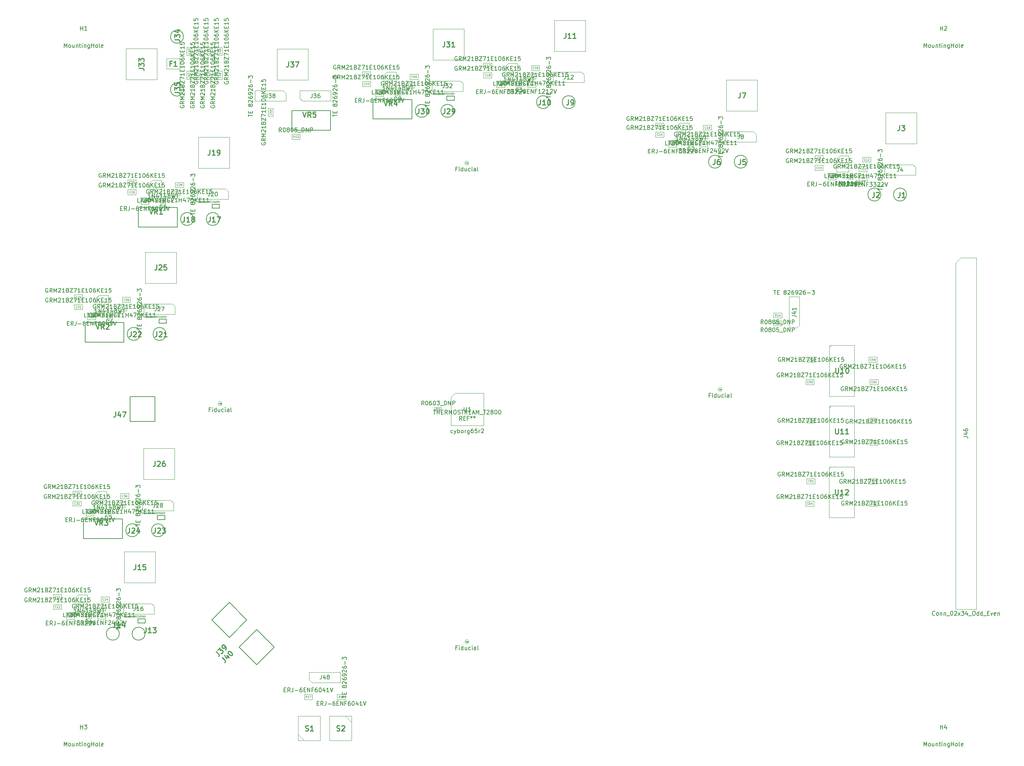
<source format=gbr>
%TF.GenerationSoftware,KiCad,Pcbnew,7.0.1-0*%
%TF.CreationDate,2023-04-17T18:48:32+01:00*%
%TF.ProjectId,cyborg65r2_thermo_pcb,6379626f-7267-4363-9572-325f74686572,rev?*%
%TF.SameCoordinates,Original*%
%TF.FileFunction,AssemblyDrawing,Top*%
%FSLAX46Y46*%
G04 Gerber Fmt 4.6, Leading zero omitted, Abs format (unit mm)*
G04 Created by KiCad (PCBNEW 7.0.1-0) date 2023-04-17 18:48:32*
%MOMM*%
%LPD*%
G01*
G04 APERTURE LIST*
%ADD10C,0.254000*%
%ADD11C,0.098425*%
%ADD12C,0.150000*%
%ADD13C,0.080000*%
%ADD14C,0.110000*%
%ADD15C,0.040000*%
%ADD16C,0.060000*%
%ADD17C,0.100000*%
%ADD18C,0.127000*%
%ADD19C,0.200000*%
G04 APERTURE END LIST*
D10*
%TO.C,J19*%
X144366905Y-79067526D02*
X144366905Y-79974669D01*
X144366905Y-79974669D02*
X144306428Y-80156097D01*
X144306428Y-80156097D02*
X144185476Y-80277050D01*
X144185476Y-80277050D02*
X144004047Y-80337526D01*
X144004047Y-80337526D02*
X143883095Y-80337526D01*
X145636905Y-80337526D02*
X144911190Y-80337526D01*
X145274047Y-80337526D02*
X145274047Y-79067526D01*
X145274047Y-79067526D02*
X145153095Y-79248954D01*
X145153095Y-79248954D02*
X145032143Y-79369907D01*
X145032143Y-79369907D02*
X144911190Y-79430383D01*
X146241667Y-80337526D02*
X146483571Y-80337526D01*
X146483571Y-80337526D02*
X146604524Y-80277050D01*
X146604524Y-80277050D02*
X146665000Y-80216573D01*
X146665000Y-80216573D02*
X146785952Y-80035145D01*
X146785952Y-80035145D02*
X146846429Y-79793240D01*
X146846429Y-79793240D02*
X146846429Y-79309430D01*
X146846429Y-79309430D02*
X146785952Y-79188478D01*
X146785952Y-79188478D02*
X146725476Y-79128002D01*
X146725476Y-79128002D02*
X146604524Y-79067526D01*
X146604524Y-79067526D02*
X146362619Y-79067526D01*
X146362619Y-79067526D02*
X146241667Y-79128002D01*
X146241667Y-79128002D02*
X146181190Y-79188478D01*
X146181190Y-79188478D02*
X146120714Y-79309430D01*
X146120714Y-79309430D02*
X146120714Y-79611811D01*
X146120714Y-79611811D02*
X146181190Y-79732764D01*
X146181190Y-79732764D02*
X146241667Y-79793240D01*
X146241667Y-79793240D02*
X146362619Y-79853716D01*
X146362619Y-79853716D02*
X146604524Y-79853716D01*
X146604524Y-79853716D02*
X146725476Y-79793240D01*
X146725476Y-79793240D02*
X146785952Y-79732764D01*
X146785952Y-79732764D02*
X146846429Y-79611811D01*
D11*
%TO.C,L5*%
X199305300Y-65437133D02*
X199117823Y-65437133D01*
X199117823Y-65437133D02*
X199117823Y-65043432D01*
X199699000Y-65474629D02*
X199661505Y-65455881D01*
X199661505Y-65455881D02*
X199624010Y-65418386D01*
X199624010Y-65418386D02*
X199567767Y-65362143D01*
X199567767Y-65362143D02*
X199530271Y-65343395D01*
X199530271Y-65343395D02*
X199492776Y-65343395D01*
X199511524Y-65437133D02*
X199474028Y-65418386D01*
X199474028Y-65418386D02*
X199436533Y-65380890D01*
X199436533Y-65380890D02*
X199417785Y-65305900D01*
X199417785Y-65305900D02*
X199417785Y-65174666D01*
X199417785Y-65174666D02*
X199436533Y-65099675D01*
X199436533Y-65099675D02*
X199474028Y-65062180D01*
X199474028Y-65062180D02*
X199511524Y-65043432D01*
X199511524Y-65043432D02*
X199586514Y-65043432D01*
X199586514Y-65043432D02*
X199624010Y-65062180D01*
X199624010Y-65062180D02*
X199661505Y-65099675D01*
X199661505Y-65099675D02*
X199680253Y-65174666D01*
X199680253Y-65174666D02*
X199680253Y-65305900D01*
X199680253Y-65305900D02*
X199661505Y-65380890D01*
X199661505Y-65380890D02*
X199624010Y-65418386D01*
X199624010Y-65418386D02*
X199586514Y-65437133D01*
X199586514Y-65437133D02*
X199511524Y-65437133D01*
X199811487Y-65043432D02*
X199905225Y-65437133D01*
X199905225Y-65437133D02*
X199980216Y-65155918D01*
X199980216Y-65155918D02*
X200055206Y-65437133D01*
X200055206Y-65437133D02*
X200148945Y-65043432D01*
X200505150Y-65437133D02*
X200280178Y-65437133D01*
X200392664Y-65437133D02*
X200392664Y-65043432D01*
X200392664Y-65043432D02*
X200355169Y-65099675D01*
X200355169Y-65099675D02*
X200317674Y-65137171D01*
X200317674Y-65137171D02*
X200280178Y-65155918D01*
X200730122Y-65212161D02*
X200692627Y-65193414D01*
X200692627Y-65193414D02*
X200673879Y-65174666D01*
X200673879Y-65174666D02*
X200655131Y-65137171D01*
X200655131Y-65137171D02*
X200655131Y-65118423D01*
X200655131Y-65118423D02*
X200673879Y-65080928D01*
X200673879Y-65080928D02*
X200692627Y-65062180D01*
X200692627Y-65062180D02*
X200730122Y-65043432D01*
X200730122Y-65043432D02*
X200805113Y-65043432D01*
X200805113Y-65043432D02*
X200842608Y-65062180D01*
X200842608Y-65062180D02*
X200861356Y-65080928D01*
X200861356Y-65080928D02*
X200880103Y-65118423D01*
X200880103Y-65118423D02*
X200880103Y-65137171D01*
X200880103Y-65137171D02*
X200861356Y-65174666D01*
X200861356Y-65174666D02*
X200842608Y-65193414D01*
X200842608Y-65193414D02*
X200805113Y-65212161D01*
X200805113Y-65212161D02*
X200730122Y-65212161D01*
X200730122Y-65212161D02*
X200692627Y-65230909D01*
X200692627Y-65230909D02*
X200673879Y-65249657D01*
X200673879Y-65249657D02*
X200655131Y-65287152D01*
X200655131Y-65287152D02*
X200655131Y-65362143D01*
X200655131Y-65362143D02*
X200673879Y-65399638D01*
X200673879Y-65399638D02*
X200692627Y-65418386D01*
X200692627Y-65418386D02*
X200730122Y-65437133D01*
X200730122Y-65437133D02*
X200805113Y-65437133D01*
X200805113Y-65437133D02*
X200842608Y-65418386D01*
X200842608Y-65418386D02*
X200861356Y-65399638D01*
X200861356Y-65399638D02*
X200880103Y-65362143D01*
X200880103Y-65362143D02*
X200880103Y-65287152D01*
X200880103Y-65287152D02*
X200861356Y-65249657D01*
X200861356Y-65249657D02*
X200842608Y-65230909D01*
X200842608Y-65230909D02*
X200805113Y-65212161D01*
X201030084Y-65324647D02*
X201217561Y-65324647D01*
X200992589Y-65437133D02*
X201123823Y-65043432D01*
X201123823Y-65043432D02*
X201255056Y-65437133D01*
X201386290Y-65437133D02*
X201386290Y-65043432D01*
X201386290Y-65043432D02*
X201611262Y-65437133D01*
X201611262Y-65437133D02*
X201611262Y-65043432D01*
X202023711Y-65437133D02*
X201892477Y-65249657D01*
X201798739Y-65437133D02*
X201798739Y-65043432D01*
X201798739Y-65043432D02*
X201948720Y-65043432D01*
X201948720Y-65043432D02*
X201986216Y-65062180D01*
X201986216Y-65062180D02*
X202004963Y-65080928D01*
X202004963Y-65080928D02*
X202023711Y-65118423D01*
X202023711Y-65118423D02*
X202023711Y-65174666D01*
X202023711Y-65174666D02*
X202004963Y-65212161D01*
X202004963Y-65212161D02*
X201986216Y-65230909D01*
X201986216Y-65230909D02*
X201948720Y-65249657D01*
X201948720Y-65249657D02*
X201798739Y-65249657D01*
X202173692Y-65080928D02*
X202192440Y-65062180D01*
X202192440Y-65062180D02*
X202229935Y-65043432D01*
X202229935Y-65043432D02*
X202323674Y-65043432D01*
X202323674Y-65043432D02*
X202361169Y-65062180D01*
X202361169Y-65062180D02*
X202379917Y-65080928D01*
X202379917Y-65080928D02*
X202398664Y-65118423D01*
X202398664Y-65118423D02*
X202398664Y-65155918D01*
X202398664Y-65155918D02*
X202379917Y-65212161D01*
X202379917Y-65212161D02*
X202154945Y-65437133D01*
X202154945Y-65437133D02*
X202398664Y-65437133D01*
X202548645Y-65080928D02*
X202567393Y-65062180D01*
X202567393Y-65062180D02*
X202604888Y-65043432D01*
X202604888Y-65043432D02*
X202698627Y-65043432D01*
X202698627Y-65043432D02*
X202736122Y-65062180D01*
X202736122Y-65062180D02*
X202754870Y-65080928D01*
X202754870Y-65080928D02*
X202773617Y-65118423D01*
X202773617Y-65118423D02*
X202773617Y-65155918D01*
X202773617Y-65155918D02*
X202754870Y-65212161D01*
X202754870Y-65212161D02*
X202529898Y-65437133D01*
X202529898Y-65437133D02*
X202773617Y-65437133D01*
X203148570Y-65062180D02*
X203111075Y-65043432D01*
X203111075Y-65043432D02*
X203054832Y-65043432D01*
X203054832Y-65043432D02*
X202998589Y-65062180D01*
X202998589Y-65062180D02*
X202961094Y-65099675D01*
X202961094Y-65099675D02*
X202942346Y-65137171D01*
X202942346Y-65137171D02*
X202923598Y-65212161D01*
X202923598Y-65212161D02*
X202923598Y-65268404D01*
X202923598Y-65268404D02*
X202942346Y-65343395D01*
X202942346Y-65343395D02*
X202961094Y-65380890D01*
X202961094Y-65380890D02*
X202998589Y-65418386D01*
X202998589Y-65418386D02*
X203054832Y-65437133D01*
X203054832Y-65437133D02*
X203092327Y-65437133D01*
X203092327Y-65437133D02*
X203148570Y-65418386D01*
X203148570Y-65418386D02*
X203167318Y-65399638D01*
X203167318Y-65399638D02*
X203167318Y-65268404D01*
X203167318Y-65268404D02*
X203092327Y-65268404D01*
X203411038Y-65043432D02*
X203448533Y-65043432D01*
X203448533Y-65043432D02*
X203486028Y-65062180D01*
X203486028Y-65062180D02*
X203504776Y-65080928D01*
X203504776Y-65080928D02*
X203523524Y-65118423D01*
X203523524Y-65118423D02*
X203542271Y-65193414D01*
X203542271Y-65193414D02*
X203542271Y-65287152D01*
X203542271Y-65287152D02*
X203523524Y-65362143D01*
X203523524Y-65362143D02*
X203504776Y-65399638D01*
X203504776Y-65399638D02*
X203486028Y-65418386D01*
X203486028Y-65418386D02*
X203448533Y-65437133D01*
X203448533Y-65437133D02*
X203411038Y-65437133D01*
X203411038Y-65437133D02*
X203373542Y-65418386D01*
X203373542Y-65418386D02*
X203354795Y-65399638D01*
X203354795Y-65399638D02*
X203336047Y-65362143D01*
X203336047Y-65362143D02*
X203317299Y-65287152D01*
X203317299Y-65287152D02*
X203317299Y-65193414D01*
X203317299Y-65193414D02*
X203336047Y-65118423D01*
X203336047Y-65118423D02*
X203354795Y-65080928D01*
X203354795Y-65080928D02*
X203373542Y-65062180D01*
X203373542Y-65062180D02*
X203411038Y-65043432D01*
X203785991Y-65043432D02*
X203823486Y-65043432D01*
X203823486Y-65043432D02*
X203860981Y-65062180D01*
X203860981Y-65062180D02*
X203879729Y-65080928D01*
X203879729Y-65080928D02*
X203898477Y-65118423D01*
X203898477Y-65118423D02*
X203917224Y-65193414D01*
X203917224Y-65193414D02*
X203917224Y-65287152D01*
X203917224Y-65287152D02*
X203898477Y-65362143D01*
X203898477Y-65362143D02*
X203879729Y-65399638D01*
X203879729Y-65399638D02*
X203860981Y-65418386D01*
X203860981Y-65418386D02*
X203823486Y-65437133D01*
X203823486Y-65437133D02*
X203785991Y-65437133D01*
X203785991Y-65437133D02*
X203748495Y-65418386D01*
X203748495Y-65418386D02*
X203729748Y-65399638D01*
X203729748Y-65399638D02*
X203711000Y-65362143D01*
X203711000Y-65362143D02*
X203692252Y-65287152D01*
X203692252Y-65287152D02*
X203692252Y-65193414D01*
X203692252Y-65193414D02*
X203711000Y-65118423D01*
X203711000Y-65118423D02*
X203729748Y-65080928D01*
X203729748Y-65080928D02*
X203748495Y-65062180D01*
X203748495Y-65062180D02*
X203785991Y-65043432D01*
X204085953Y-65437133D02*
X204085953Y-65043432D01*
X204085953Y-65043432D02*
X204179691Y-65043432D01*
X204179691Y-65043432D02*
X204235934Y-65062180D01*
X204235934Y-65062180D02*
X204273430Y-65099675D01*
X204273430Y-65099675D02*
X204292177Y-65137171D01*
X204292177Y-65137171D02*
X204310925Y-65212161D01*
X204310925Y-65212161D02*
X204310925Y-65268404D01*
X204310925Y-65268404D02*
X204292177Y-65343395D01*
X204292177Y-65343395D02*
X204273430Y-65380890D01*
X204273430Y-65380890D02*
X204235934Y-65418386D01*
X204235934Y-65418386D02*
X204179691Y-65437133D01*
X204179691Y-65437133D02*
X204085953Y-65437133D01*
D10*
%TO.C,J26*%
X130916905Y-155552526D02*
X130916905Y-156459669D01*
X130916905Y-156459669D02*
X130856428Y-156641097D01*
X130856428Y-156641097D02*
X130735476Y-156762050D01*
X130735476Y-156762050D02*
X130554047Y-156822526D01*
X130554047Y-156822526D02*
X130433095Y-156822526D01*
X131461190Y-155673478D02*
X131521666Y-155613002D01*
X131521666Y-155613002D02*
X131642619Y-155552526D01*
X131642619Y-155552526D02*
X131945000Y-155552526D01*
X131945000Y-155552526D02*
X132065952Y-155613002D01*
X132065952Y-155613002D02*
X132126428Y-155673478D01*
X132126428Y-155673478D02*
X132186905Y-155794430D01*
X132186905Y-155794430D02*
X132186905Y-155915383D01*
X132186905Y-155915383D02*
X132126428Y-156096811D01*
X132126428Y-156096811D02*
X131400714Y-156822526D01*
X131400714Y-156822526D02*
X132186905Y-156822526D01*
X133275476Y-155552526D02*
X133033571Y-155552526D01*
X133033571Y-155552526D02*
X132912619Y-155613002D01*
X132912619Y-155613002D02*
X132852143Y-155673478D01*
X132852143Y-155673478D02*
X132731190Y-155854907D01*
X132731190Y-155854907D02*
X132670714Y-156096811D01*
X132670714Y-156096811D02*
X132670714Y-156580621D01*
X132670714Y-156580621D02*
X132731190Y-156701573D01*
X132731190Y-156701573D02*
X132791667Y-156762050D01*
X132791667Y-156762050D02*
X132912619Y-156822526D01*
X132912619Y-156822526D02*
X133154524Y-156822526D01*
X133154524Y-156822526D02*
X133275476Y-156762050D01*
X133275476Y-156762050D02*
X133335952Y-156701573D01*
X133335952Y-156701573D02*
X133396429Y-156580621D01*
X133396429Y-156580621D02*
X133396429Y-156278240D01*
X133396429Y-156278240D02*
X133335952Y-156157288D01*
X133335952Y-156157288D02*
X133275476Y-156096811D01*
X133275476Y-156096811D02*
X133154524Y-156036335D01*
X133154524Y-156036335D02*
X132912619Y-156036335D01*
X132912619Y-156036335D02*
X132791667Y-156096811D01*
X132791667Y-156096811D02*
X132731190Y-156157288D01*
X132731190Y-156157288D02*
X132670714Y-156278240D01*
D12*
%TO.C,C51*%
X284358809Y-158300238D02*
X284263571Y-158252619D01*
X284263571Y-158252619D02*
X284120714Y-158252619D01*
X284120714Y-158252619D02*
X283977857Y-158300238D01*
X283977857Y-158300238D02*
X283882619Y-158395476D01*
X283882619Y-158395476D02*
X283835000Y-158490714D01*
X283835000Y-158490714D02*
X283787381Y-158681190D01*
X283787381Y-158681190D02*
X283787381Y-158824047D01*
X283787381Y-158824047D02*
X283835000Y-159014523D01*
X283835000Y-159014523D02*
X283882619Y-159109761D01*
X283882619Y-159109761D02*
X283977857Y-159205000D01*
X283977857Y-159205000D02*
X284120714Y-159252619D01*
X284120714Y-159252619D02*
X284215952Y-159252619D01*
X284215952Y-159252619D02*
X284358809Y-159205000D01*
X284358809Y-159205000D02*
X284406428Y-159157380D01*
X284406428Y-159157380D02*
X284406428Y-158824047D01*
X284406428Y-158824047D02*
X284215952Y-158824047D01*
X285406428Y-159252619D02*
X285073095Y-158776428D01*
X284835000Y-159252619D02*
X284835000Y-158252619D01*
X284835000Y-158252619D02*
X285215952Y-158252619D01*
X285215952Y-158252619D02*
X285311190Y-158300238D01*
X285311190Y-158300238D02*
X285358809Y-158347857D01*
X285358809Y-158347857D02*
X285406428Y-158443095D01*
X285406428Y-158443095D02*
X285406428Y-158585952D01*
X285406428Y-158585952D02*
X285358809Y-158681190D01*
X285358809Y-158681190D02*
X285311190Y-158728809D01*
X285311190Y-158728809D02*
X285215952Y-158776428D01*
X285215952Y-158776428D02*
X284835000Y-158776428D01*
X285835000Y-159252619D02*
X285835000Y-158252619D01*
X285835000Y-158252619D02*
X286168333Y-158966904D01*
X286168333Y-158966904D02*
X286501666Y-158252619D01*
X286501666Y-158252619D02*
X286501666Y-159252619D01*
X286930238Y-158347857D02*
X286977857Y-158300238D01*
X286977857Y-158300238D02*
X287073095Y-158252619D01*
X287073095Y-158252619D02*
X287311190Y-158252619D01*
X287311190Y-158252619D02*
X287406428Y-158300238D01*
X287406428Y-158300238D02*
X287454047Y-158347857D01*
X287454047Y-158347857D02*
X287501666Y-158443095D01*
X287501666Y-158443095D02*
X287501666Y-158538333D01*
X287501666Y-158538333D02*
X287454047Y-158681190D01*
X287454047Y-158681190D02*
X286882619Y-159252619D01*
X286882619Y-159252619D02*
X287501666Y-159252619D01*
X288454047Y-159252619D02*
X287882619Y-159252619D01*
X288168333Y-159252619D02*
X288168333Y-158252619D01*
X288168333Y-158252619D02*
X288073095Y-158395476D01*
X288073095Y-158395476D02*
X287977857Y-158490714D01*
X287977857Y-158490714D02*
X287882619Y-158538333D01*
X289215952Y-158728809D02*
X289358809Y-158776428D01*
X289358809Y-158776428D02*
X289406428Y-158824047D01*
X289406428Y-158824047D02*
X289454047Y-158919285D01*
X289454047Y-158919285D02*
X289454047Y-159062142D01*
X289454047Y-159062142D02*
X289406428Y-159157380D01*
X289406428Y-159157380D02*
X289358809Y-159205000D01*
X289358809Y-159205000D02*
X289263571Y-159252619D01*
X289263571Y-159252619D02*
X288882619Y-159252619D01*
X288882619Y-159252619D02*
X288882619Y-158252619D01*
X288882619Y-158252619D02*
X289215952Y-158252619D01*
X289215952Y-158252619D02*
X289311190Y-158300238D01*
X289311190Y-158300238D02*
X289358809Y-158347857D01*
X289358809Y-158347857D02*
X289406428Y-158443095D01*
X289406428Y-158443095D02*
X289406428Y-158538333D01*
X289406428Y-158538333D02*
X289358809Y-158633571D01*
X289358809Y-158633571D02*
X289311190Y-158681190D01*
X289311190Y-158681190D02*
X289215952Y-158728809D01*
X289215952Y-158728809D02*
X288882619Y-158728809D01*
X289787381Y-158252619D02*
X290454047Y-158252619D01*
X290454047Y-158252619D02*
X289787381Y-159252619D01*
X289787381Y-159252619D02*
X290454047Y-159252619D01*
X290739762Y-158252619D02*
X291406428Y-158252619D01*
X291406428Y-158252619D02*
X290977857Y-159252619D01*
X292311190Y-159252619D02*
X291739762Y-159252619D01*
X292025476Y-159252619D02*
X292025476Y-158252619D01*
X292025476Y-158252619D02*
X291930238Y-158395476D01*
X291930238Y-158395476D02*
X291835000Y-158490714D01*
X291835000Y-158490714D02*
X291739762Y-158538333D01*
X292739762Y-158728809D02*
X293073095Y-158728809D01*
X293215952Y-159252619D02*
X292739762Y-159252619D01*
X292739762Y-159252619D02*
X292739762Y-158252619D01*
X292739762Y-158252619D02*
X293215952Y-158252619D01*
X294168333Y-159252619D02*
X293596905Y-159252619D01*
X293882619Y-159252619D02*
X293882619Y-158252619D01*
X293882619Y-158252619D02*
X293787381Y-158395476D01*
X293787381Y-158395476D02*
X293692143Y-158490714D01*
X293692143Y-158490714D02*
X293596905Y-158538333D01*
X294787381Y-158252619D02*
X294882619Y-158252619D01*
X294882619Y-158252619D02*
X294977857Y-158300238D01*
X294977857Y-158300238D02*
X295025476Y-158347857D01*
X295025476Y-158347857D02*
X295073095Y-158443095D01*
X295073095Y-158443095D02*
X295120714Y-158633571D01*
X295120714Y-158633571D02*
X295120714Y-158871666D01*
X295120714Y-158871666D02*
X295073095Y-159062142D01*
X295073095Y-159062142D02*
X295025476Y-159157380D01*
X295025476Y-159157380D02*
X294977857Y-159205000D01*
X294977857Y-159205000D02*
X294882619Y-159252619D01*
X294882619Y-159252619D02*
X294787381Y-159252619D01*
X294787381Y-159252619D02*
X294692143Y-159205000D01*
X294692143Y-159205000D02*
X294644524Y-159157380D01*
X294644524Y-159157380D02*
X294596905Y-159062142D01*
X294596905Y-159062142D02*
X294549286Y-158871666D01*
X294549286Y-158871666D02*
X294549286Y-158633571D01*
X294549286Y-158633571D02*
X294596905Y-158443095D01*
X294596905Y-158443095D02*
X294644524Y-158347857D01*
X294644524Y-158347857D02*
X294692143Y-158300238D01*
X294692143Y-158300238D02*
X294787381Y-158252619D01*
X295977857Y-158252619D02*
X295787381Y-158252619D01*
X295787381Y-158252619D02*
X295692143Y-158300238D01*
X295692143Y-158300238D02*
X295644524Y-158347857D01*
X295644524Y-158347857D02*
X295549286Y-158490714D01*
X295549286Y-158490714D02*
X295501667Y-158681190D01*
X295501667Y-158681190D02*
X295501667Y-159062142D01*
X295501667Y-159062142D02*
X295549286Y-159157380D01*
X295549286Y-159157380D02*
X295596905Y-159205000D01*
X295596905Y-159205000D02*
X295692143Y-159252619D01*
X295692143Y-159252619D02*
X295882619Y-159252619D01*
X295882619Y-159252619D02*
X295977857Y-159205000D01*
X295977857Y-159205000D02*
X296025476Y-159157380D01*
X296025476Y-159157380D02*
X296073095Y-159062142D01*
X296073095Y-159062142D02*
X296073095Y-158824047D01*
X296073095Y-158824047D02*
X296025476Y-158728809D01*
X296025476Y-158728809D02*
X295977857Y-158681190D01*
X295977857Y-158681190D02*
X295882619Y-158633571D01*
X295882619Y-158633571D02*
X295692143Y-158633571D01*
X295692143Y-158633571D02*
X295596905Y-158681190D01*
X295596905Y-158681190D02*
X295549286Y-158728809D01*
X295549286Y-158728809D02*
X295501667Y-158824047D01*
X296501667Y-159252619D02*
X296501667Y-158252619D01*
X297073095Y-159252619D02*
X296644524Y-158681190D01*
X297073095Y-158252619D02*
X296501667Y-158824047D01*
X297501667Y-158728809D02*
X297835000Y-158728809D01*
X297977857Y-159252619D02*
X297501667Y-159252619D01*
X297501667Y-159252619D02*
X297501667Y-158252619D01*
X297501667Y-158252619D02*
X297977857Y-158252619D01*
X298930238Y-159252619D02*
X298358810Y-159252619D01*
X298644524Y-159252619D02*
X298644524Y-158252619D01*
X298644524Y-158252619D02*
X298549286Y-158395476D01*
X298549286Y-158395476D02*
X298454048Y-158490714D01*
X298454048Y-158490714D02*
X298358810Y-158538333D01*
X299835000Y-158252619D02*
X299358810Y-158252619D01*
X299358810Y-158252619D02*
X299311191Y-158728809D01*
X299311191Y-158728809D02*
X299358810Y-158681190D01*
X299358810Y-158681190D02*
X299454048Y-158633571D01*
X299454048Y-158633571D02*
X299692143Y-158633571D01*
X299692143Y-158633571D02*
X299787381Y-158681190D01*
X299787381Y-158681190D02*
X299835000Y-158728809D01*
X299835000Y-158728809D02*
X299882619Y-158824047D01*
X299882619Y-158824047D02*
X299882619Y-159062142D01*
X299882619Y-159062142D02*
X299835000Y-159157380D01*
X299835000Y-159157380D02*
X299787381Y-159205000D01*
X299787381Y-159205000D02*
X299692143Y-159252619D01*
X299692143Y-159252619D02*
X299454048Y-159252619D01*
X299454048Y-159252619D02*
X299358810Y-159205000D01*
X299358810Y-159205000D02*
X299311191Y-159157380D01*
D13*
X291513571Y-160653690D02*
X291489762Y-160677500D01*
X291489762Y-160677500D02*
X291418333Y-160701309D01*
X291418333Y-160701309D02*
X291370714Y-160701309D01*
X291370714Y-160701309D02*
X291299286Y-160677500D01*
X291299286Y-160677500D02*
X291251667Y-160629880D01*
X291251667Y-160629880D02*
X291227857Y-160582261D01*
X291227857Y-160582261D02*
X291204048Y-160487023D01*
X291204048Y-160487023D02*
X291204048Y-160415595D01*
X291204048Y-160415595D02*
X291227857Y-160320357D01*
X291227857Y-160320357D02*
X291251667Y-160272738D01*
X291251667Y-160272738D02*
X291299286Y-160225119D01*
X291299286Y-160225119D02*
X291370714Y-160201309D01*
X291370714Y-160201309D02*
X291418333Y-160201309D01*
X291418333Y-160201309D02*
X291489762Y-160225119D01*
X291489762Y-160225119D02*
X291513571Y-160248928D01*
X291965952Y-160201309D02*
X291727857Y-160201309D01*
X291727857Y-160201309D02*
X291704048Y-160439404D01*
X291704048Y-160439404D02*
X291727857Y-160415595D01*
X291727857Y-160415595D02*
X291775476Y-160391785D01*
X291775476Y-160391785D02*
X291894524Y-160391785D01*
X291894524Y-160391785D02*
X291942143Y-160415595D01*
X291942143Y-160415595D02*
X291965952Y-160439404D01*
X291965952Y-160439404D02*
X291989762Y-160487023D01*
X291989762Y-160487023D02*
X291989762Y-160606071D01*
X291989762Y-160606071D02*
X291965952Y-160653690D01*
X291965952Y-160653690D02*
X291942143Y-160677500D01*
X291942143Y-160677500D02*
X291894524Y-160701309D01*
X291894524Y-160701309D02*
X291775476Y-160701309D01*
X291775476Y-160701309D02*
X291727857Y-160677500D01*
X291727857Y-160677500D02*
X291704048Y-160653690D01*
X292465952Y-160701309D02*
X292180238Y-160701309D01*
X292323095Y-160701309D02*
X292323095Y-160201309D01*
X292323095Y-160201309D02*
X292275476Y-160272738D01*
X292275476Y-160272738D02*
X292227857Y-160320357D01*
X292227857Y-160320357D02*
X292180238Y-160344166D01*
D12*
%TO.C,C35*%
X116338809Y-117080238D02*
X116243571Y-117032619D01*
X116243571Y-117032619D02*
X116100714Y-117032619D01*
X116100714Y-117032619D02*
X115957857Y-117080238D01*
X115957857Y-117080238D02*
X115862619Y-117175476D01*
X115862619Y-117175476D02*
X115815000Y-117270714D01*
X115815000Y-117270714D02*
X115767381Y-117461190D01*
X115767381Y-117461190D02*
X115767381Y-117604047D01*
X115767381Y-117604047D02*
X115815000Y-117794523D01*
X115815000Y-117794523D02*
X115862619Y-117889761D01*
X115862619Y-117889761D02*
X115957857Y-117985000D01*
X115957857Y-117985000D02*
X116100714Y-118032619D01*
X116100714Y-118032619D02*
X116195952Y-118032619D01*
X116195952Y-118032619D02*
X116338809Y-117985000D01*
X116338809Y-117985000D02*
X116386428Y-117937380D01*
X116386428Y-117937380D02*
X116386428Y-117604047D01*
X116386428Y-117604047D02*
X116195952Y-117604047D01*
X117386428Y-118032619D02*
X117053095Y-117556428D01*
X116815000Y-118032619D02*
X116815000Y-117032619D01*
X116815000Y-117032619D02*
X117195952Y-117032619D01*
X117195952Y-117032619D02*
X117291190Y-117080238D01*
X117291190Y-117080238D02*
X117338809Y-117127857D01*
X117338809Y-117127857D02*
X117386428Y-117223095D01*
X117386428Y-117223095D02*
X117386428Y-117365952D01*
X117386428Y-117365952D02*
X117338809Y-117461190D01*
X117338809Y-117461190D02*
X117291190Y-117508809D01*
X117291190Y-117508809D02*
X117195952Y-117556428D01*
X117195952Y-117556428D02*
X116815000Y-117556428D01*
X117815000Y-118032619D02*
X117815000Y-117032619D01*
X117815000Y-117032619D02*
X118148333Y-117746904D01*
X118148333Y-117746904D02*
X118481666Y-117032619D01*
X118481666Y-117032619D02*
X118481666Y-118032619D01*
X118910238Y-117127857D02*
X118957857Y-117080238D01*
X118957857Y-117080238D02*
X119053095Y-117032619D01*
X119053095Y-117032619D02*
X119291190Y-117032619D01*
X119291190Y-117032619D02*
X119386428Y-117080238D01*
X119386428Y-117080238D02*
X119434047Y-117127857D01*
X119434047Y-117127857D02*
X119481666Y-117223095D01*
X119481666Y-117223095D02*
X119481666Y-117318333D01*
X119481666Y-117318333D02*
X119434047Y-117461190D01*
X119434047Y-117461190D02*
X118862619Y-118032619D01*
X118862619Y-118032619D02*
X119481666Y-118032619D01*
X120434047Y-118032619D02*
X119862619Y-118032619D01*
X120148333Y-118032619D02*
X120148333Y-117032619D01*
X120148333Y-117032619D02*
X120053095Y-117175476D01*
X120053095Y-117175476D02*
X119957857Y-117270714D01*
X119957857Y-117270714D02*
X119862619Y-117318333D01*
X121195952Y-117508809D02*
X121338809Y-117556428D01*
X121338809Y-117556428D02*
X121386428Y-117604047D01*
X121386428Y-117604047D02*
X121434047Y-117699285D01*
X121434047Y-117699285D02*
X121434047Y-117842142D01*
X121434047Y-117842142D02*
X121386428Y-117937380D01*
X121386428Y-117937380D02*
X121338809Y-117985000D01*
X121338809Y-117985000D02*
X121243571Y-118032619D01*
X121243571Y-118032619D02*
X120862619Y-118032619D01*
X120862619Y-118032619D02*
X120862619Y-117032619D01*
X120862619Y-117032619D02*
X121195952Y-117032619D01*
X121195952Y-117032619D02*
X121291190Y-117080238D01*
X121291190Y-117080238D02*
X121338809Y-117127857D01*
X121338809Y-117127857D02*
X121386428Y-117223095D01*
X121386428Y-117223095D02*
X121386428Y-117318333D01*
X121386428Y-117318333D02*
X121338809Y-117413571D01*
X121338809Y-117413571D02*
X121291190Y-117461190D01*
X121291190Y-117461190D02*
X121195952Y-117508809D01*
X121195952Y-117508809D02*
X120862619Y-117508809D01*
X121767381Y-117032619D02*
X122434047Y-117032619D01*
X122434047Y-117032619D02*
X121767381Y-118032619D01*
X121767381Y-118032619D02*
X122434047Y-118032619D01*
X122719762Y-117032619D02*
X123386428Y-117032619D01*
X123386428Y-117032619D02*
X122957857Y-118032619D01*
X124291190Y-118032619D02*
X123719762Y-118032619D01*
X124005476Y-118032619D02*
X124005476Y-117032619D01*
X124005476Y-117032619D02*
X123910238Y-117175476D01*
X123910238Y-117175476D02*
X123815000Y-117270714D01*
X123815000Y-117270714D02*
X123719762Y-117318333D01*
X124719762Y-117508809D02*
X125053095Y-117508809D01*
X125195952Y-118032619D02*
X124719762Y-118032619D01*
X124719762Y-118032619D02*
X124719762Y-117032619D01*
X124719762Y-117032619D02*
X125195952Y-117032619D01*
X126148333Y-118032619D02*
X125576905Y-118032619D01*
X125862619Y-118032619D02*
X125862619Y-117032619D01*
X125862619Y-117032619D02*
X125767381Y-117175476D01*
X125767381Y-117175476D02*
X125672143Y-117270714D01*
X125672143Y-117270714D02*
X125576905Y-117318333D01*
X126767381Y-117032619D02*
X126862619Y-117032619D01*
X126862619Y-117032619D02*
X126957857Y-117080238D01*
X126957857Y-117080238D02*
X127005476Y-117127857D01*
X127005476Y-117127857D02*
X127053095Y-117223095D01*
X127053095Y-117223095D02*
X127100714Y-117413571D01*
X127100714Y-117413571D02*
X127100714Y-117651666D01*
X127100714Y-117651666D02*
X127053095Y-117842142D01*
X127053095Y-117842142D02*
X127005476Y-117937380D01*
X127005476Y-117937380D02*
X126957857Y-117985000D01*
X126957857Y-117985000D02*
X126862619Y-118032619D01*
X126862619Y-118032619D02*
X126767381Y-118032619D01*
X126767381Y-118032619D02*
X126672143Y-117985000D01*
X126672143Y-117985000D02*
X126624524Y-117937380D01*
X126624524Y-117937380D02*
X126576905Y-117842142D01*
X126576905Y-117842142D02*
X126529286Y-117651666D01*
X126529286Y-117651666D02*
X126529286Y-117413571D01*
X126529286Y-117413571D02*
X126576905Y-117223095D01*
X126576905Y-117223095D02*
X126624524Y-117127857D01*
X126624524Y-117127857D02*
X126672143Y-117080238D01*
X126672143Y-117080238D02*
X126767381Y-117032619D01*
X127957857Y-117032619D02*
X127767381Y-117032619D01*
X127767381Y-117032619D02*
X127672143Y-117080238D01*
X127672143Y-117080238D02*
X127624524Y-117127857D01*
X127624524Y-117127857D02*
X127529286Y-117270714D01*
X127529286Y-117270714D02*
X127481667Y-117461190D01*
X127481667Y-117461190D02*
X127481667Y-117842142D01*
X127481667Y-117842142D02*
X127529286Y-117937380D01*
X127529286Y-117937380D02*
X127576905Y-117985000D01*
X127576905Y-117985000D02*
X127672143Y-118032619D01*
X127672143Y-118032619D02*
X127862619Y-118032619D01*
X127862619Y-118032619D02*
X127957857Y-117985000D01*
X127957857Y-117985000D02*
X128005476Y-117937380D01*
X128005476Y-117937380D02*
X128053095Y-117842142D01*
X128053095Y-117842142D02*
X128053095Y-117604047D01*
X128053095Y-117604047D02*
X128005476Y-117508809D01*
X128005476Y-117508809D02*
X127957857Y-117461190D01*
X127957857Y-117461190D02*
X127862619Y-117413571D01*
X127862619Y-117413571D02*
X127672143Y-117413571D01*
X127672143Y-117413571D02*
X127576905Y-117461190D01*
X127576905Y-117461190D02*
X127529286Y-117508809D01*
X127529286Y-117508809D02*
X127481667Y-117604047D01*
X128481667Y-118032619D02*
X128481667Y-117032619D01*
X129053095Y-118032619D02*
X128624524Y-117461190D01*
X129053095Y-117032619D02*
X128481667Y-117604047D01*
X129481667Y-117508809D02*
X129815000Y-117508809D01*
X129957857Y-118032619D02*
X129481667Y-118032619D01*
X129481667Y-118032619D02*
X129481667Y-117032619D01*
X129481667Y-117032619D02*
X129957857Y-117032619D01*
X130910238Y-118032619D02*
X130338810Y-118032619D01*
X130624524Y-118032619D02*
X130624524Y-117032619D01*
X130624524Y-117032619D02*
X130529286Y-117175476D01*
X130529286Y-117175476D02*
X130434048Y-117270714D01*
X130434048Y-117270714D02*
X130338810Y-117318333D01*
X131815000Y-117032619D02*
X131338810Y-117032619D01*
X131338810Y-117032619D02*
X131291191Y-117508809D01*
X131291191Y-117508809D02*
X131338810Y-117461190D01*
X131338810Y-117461190D02*
X131434048Y-117413571D01*
X131434048Y-117413571D02*
X131672143Y-117413571D01*
X131672143Y-117413571D02*
X131767381Y-117461190D01*
X131767381Y-117461190D02*
X131815000Y-117508809D01*
X131815000Y-117508809D02*
X131862619Y-117604047D01*
X131862619Y-117604047D02*
X131862619Y-117842142D01*
X131862619Y-117842142D02*
X131815000Y-117937380D01*
X131815000Y-117937380D02*
X131767381Y-117985000D01*
X131767381Y-117985000D02*
X131672143Y-118032619D01*
X131672143Y-118032619D02*
X131434048Y-118032619D01*
X131434048Y-118032619D02*
X131338810Y-117985000D01*
X131338810Y-117985000D02*
X131291191Y-117937380D01*
D13*
X123493571Y-116073690D02*
X123469762Y-116097500D01*
X123469762Y-116097500D02*
X123398333Y-116121309D01*
X123398333Y-116121309D02*
X123350714Y-116121309D01*
X123350714Y-116121309D02*
X123279286Y-116097500D01*
X123279286Y-116097500D02*
X123231667Y-116049880D01*
X123231667Y-116049880D02*
X123207857Y-116002261D01*
X123207857Y-116002261D02*
X123184048Y-115907023D01*
X123184048Y-115907023D02*
X123184048Y-115835595D01*
X123184048Y-115835595D02*
X123207857Y-115740357D01*
X123207857Y-115740357D02*
X123231667Y-115692738D01*
X123231667Y-115692738D02*
X123279286Y-115645119D01*
X123279286Y-115645119D02*
X123350714Y-115621309D01*
X123350714Y-115621309D02*
X123398333Y-115621309D01*
X123398333Y-115621309D02*
X123469762Y-115645119D01*
X123469762Y-115645119D02*
X123493571Y-115668928D01*
X123660238Y-115621309D02*
X123969762Y-115621309D01*
X123969762Y-115621309D02*
X123803095Y-115811785D01*
X123803095Y-115811785D02*
X123874524Y-115811785D01*
X123874524Y-115811785D02*
X123922143Y-115835595D01*
X123922143Y-115835595D02*
X123945952Y-115859404D01*
X123945952Y-115859404D02*
X123969762Y-115907023D01*
X123969762Y-115907023D02*
X123969762Y-116026071D01*
X123969762Y-116026071D02*
X123945952Y-116073690D01*
X123945952Y-116073690D02*
X123922143Y-116097500D01*
X123922143Y-116097500D02*
X123874524Y-116121309D01*
X123874524Y-116121309D02*
X123731667Y-116121309D01*
X123731667Y-116121309D02*
X123684048Y-116097500D01*
X123684048Y-116097500D02*
X123660238Y-116073690D01*
X124422142Y-115621309D02*
X124184047Y-115621309D01*
X124184047Y-115621309D02*
X124160238Y-115859404D01*
X124160238Y-115859404D02*
X124184047Y-115835595D01*
X124184047Y-115835595D02*
X124231666Y-115811785D01*
X124231666Y-115811785D02*
X124350714Y-115811785D01*
X124350714Y-115811785D02*
X124398333Y-115835595D01*
X124398333Y-115835595D02*
X124422142Y-115859404D01*
X124422142Y-115859404D02*
X124445952Y-115907023D01*
X124445952Y-115907023D02*
X124445952Y-116026071D01*
X124445952Y-116026071D02*
X124422142Y-116073690D01*
X124422142Y-116073690D02*
X124398333Y-116097500D01*
X124398333Y-116097500D02*
X124350714Y-116121309D01*
X124350714Y-116121309D02*
X124231666Y-116121309D01*
X124231666Y-116121309D02*
X124184047Y-116097500D01*
X124184047Y-116097500D02*
X124160238Y-116073690D01*
D12*
%TO.C,U5*%
X108929047Y-193827619D02*
X108452857Y-193827619D01*
X108452857Y-193827619D02*
X108452857Y-192827619D01*
X109119524Y-192827619D02*
X109690952Y-192827619D01*
X109405238Y-193827619D02*
X109405238Y-192827619D01*
X109929048Y-192827619D02*
X110548095Y-192827619D01*
X110548095Y-192827619D02*
X110214762Y-193208571D01*
X110214762Y-193208571D02*
X110357619Y-193208571D01*
X110357619Y-193208571D02*
X110452857Y-193256190D01*
X110452857Y-193256190D02*
X110500476Y-193303809D01*
X110500476Y-193303809D02*
X110548095Y-193399047D01*
X110548095Y-193399047D02*
X110548095Y-193637142D01*
X110548095Y-193637142D02*
X110500476Y-193732380D01*
X110500476Y-193732380D02*
X110452857Y-193780000D01*
X110452857Y-193780000D02*
X110357619Y-193827619D01*
X110357619Y-193827619D02*
X110071905Y-193827619D01*
X110071905Y-193827619D02*
X109976667Y-193780000D01*
X109976667Y-193780000D02*
X109929048Y-193732380D01*
X111167143Y-192827619D02*
X111262381Y-192827619D01*
X111262381Y-192827619D02*
X111357619Y-192875238D01*
X111357619Y-192875238D02*
X111405238Y-192922857D01*
X111405238Y-192922857D02*
X111452857Y-193018095D01*
X111452857Y-193018095D02*
X111500476Y-193208571D01*
X111500476Y-193208571D02*
X111500476Y-193446666D01*
X111500476Y-193446666D02*
X111452857Y-193637142D01*
X111452857Y-193637142D02*
X111405238Y-193732380D01*
X111405238Y-193732380D02*
X111357619Y-193780000D01*
X111357619Y-193780000D02*
X111262381Y-193827619D01*
X111262381Y-193827619D02*
X111167143Y-193827619D01*
X111167143Y-193827619D02*
X111071905Y-193780000D01*
X111071905Y-193780000D02*
X111024286Y-193732380D01*
X111024286Y-193732380D02*
X110976667Y-193637142D01*
X110976667Y-193637142D02*
X110929048Y-193446666D01*
X110929048Y-193446666D02*
X110929048Y-193208571D01*
X110929048Y-193208571D02*
X110976667Y-193018095D01*
X110976667Y-193018095D02*
X111024286Y-192922857D01*
X111024286Y-192922857D02*
X111071905Y-192875238D01*
X111071905Y-192875238D02*
X111167143Y-192827619D01*
X112357619Y-193160952D02*
X112357619Y-193827619D01*
X112119524Y-192780000D02*
X111881429Y-193494285D01*
X111881429Y-193494285D02*
X112500476Y-193494285D01*
X113357619Y-192827619D02*
X112881429Y-192827619D01*
X112881429Y-192827619D02*
X112833810Y-193303809D01*
X112833810Y-193303809D02*
X112881429Y-193256190D01*
X112881429Y-193256190D02*
X112976667Y-193208571D01*
X112976667Y-193208571D02*
X113214762Y-193208571D01*
X113214762Y-193208571D02*
X113310000Y-193256190D01*
X113310000Y-193256190D02*
X113357619Y-193303809D01*
X113357619Y-193303809D02*
X113405238Y-193399047D01*
X113405238Y-193399047D02*
X113405238Y-193637142D01*
X113405238Y-193637142D02*
X113357619Y-193732380D01*
X113357619Y-193732380D02*
X113310000Y-193780000D01*
X113310000Y-193780000D02*
X113214762Y-193827619D01*
X113214762Y-193827619D02*
X112976667Y-193827619D01*
X112976667Y-193827619D02*
X112881429Y-193780000D01*
X112881429Y-193780000D02*
X112833810Y-193732380D01*
X113738572Y-193827619D02*
X114262381Y-193160952D01*
X113738572Y-193160952D02*
X114262381Y-193827619D01*
X114643334Y-193827619D02*
X114643334Y-192827619D01*
X114643334Y-192827619D02*
X114976667Y-193541904D01*
X114976667Y-193541904D02*
X115310000Y-192827619D01*
X115310000Y-192827619D02*
X115310000Y-193827619D01*
X115738572Y-193780000D02*
X115881429Y-193827619D01*
X115881429Y-193827619D02*
X116119524Y-193827619D01*
X116119524Y-193827619D02*
X116214762Y-193780000D01*
X116214762Y-193780000D02*
X116262381Y-193732380D01*
X116262381Y-193732380D02*
X116310000Y-193637142D01*
X116310000Y-193637142D02*
X116310000Y-193541904D01*
X116310000Y-193541904D02*
X116262381Y-193446666D01*
X116262381Y-193446666D02*
X116214762Y-193399047D01*
X116214762Y-193399047D02*
X116119524Y-193351428D01*
X116119524Y-193351428D02*
X115929048Y-193303809D01*
X115929048Y-193303809D02*
X115833810Y-193256190D01*
X115833810Y-193256190D02*
X115786191Y-193208571D01*
X115786191Y-193208571D02*
X115738572Y-193113333D01*
X115738572Y-193113333D02*
X115738572Y-193018095D01*
X115738572Y-193018095D02*
X115786191Y-192922857D01*
X115786191Y-192922857D02*
X115833810Y-192875238D01*
X115833810Y-192875238D02*
X115929048Y-192827619D01*
X115929048Y-192827619D02*
X116167143Y-192827619D01*
X116167143Y-192827619D02*
X116310000Y-192875238D01*
X116738572Y-193303809D02*
X117071905Y-193303809D01*
X117214762Y-193827619D02*
X116738572Y-193827619D01*
X116738572Y-193827619D02*
X116738572Y-192827619D01*
X116738572Y-192827619D02*
X117214762Y-192827619D01*
D14*
X112238571Y-190011964D02*
X112238571Y-190619107D01*
X112238571Y-190619107D02*
X112274285Y-190690535D01*
X112274285Y-190690535D02*
X112310000Y-190726250D01*
X112310000Y-190726250D02*
X112381428Y-190761964D01*
X112381428Y-190761964D02*
X112524285Y-190761964D01*
X112524285Y-190761964D02*
X112595714Y-190726250D01*
X112595714Y-190726250D02*
X112631428Y-190690535D01*
X112631428Y-190690535D02*
X112667142Y-190619107D01*
X112667142Y-190619107D02*
X112667142Y-190011964D01*
X113381428Y-190011964D02*
X113024285Y-190011964D01*
X113024285Y-190011964D02*
X112988571Y-190369107D01*
X112988571Y-190369107D02*
X113024285Y-190333392D01*
X113024285Y-190333392D02*
X113095714Y-190297678D01*
X113095714Y-190297678D02*
X113274285Y-190297678D01*
X113274285Y-190297678D02*
X113345714Y-190333392D01*
X113345714Y-190333392D02*
X113381428Y-190369107D01*
X113381428Y-190369107D02*
X113417142Y-190440535D01*
X113417142Y-190440535D02*
X113417142Y-190619107D01*
X113417142Y-190619107D02*
X113381428Y-190690535D01*
X113381428Y-190690535D02*
X113345714Y-190726250D01*
X113345714Y-190726250D02*
X113274285Y-190761964D01*
X113274285Y-190761964D02*
X113095714Y-190761964D01*
X113095714Y-190761964D02*
X113024285Y-190726250D01*
X113024285Y-190726250D02*
X112988571Y-190690535D01*
D12*
%TO.C,R10*%
X109386428Y-121678809D02*
X109719761Y-121678809D01*
X109862618Y-122202619D02*
X109386428Y-122202619D01*
X109386428Y-122202619D02*
X109386428Y-121202619D01*
X109386428Y-121202619D02*
X109862618Y-121202619D01*
X110862618Y-122202619D02*
X110529285Y-121726428D01*
X110291190Y-122202619D02*
X110291190Y-121202619D01*
X110291190Y-121202619D02*
X110672142Y-121202619D01*
X110672142Y-121202619D02*
X110767380Y-121250238D01*
X110767380Y-121250238D02*
X110814999Y-121297857D01*
X110814999Y-121297857D02*
X110862618Y-121393095D01*
X110862618Y-121393095D02*
X110862618Y-121535952D01*
X110862618Y-121535952D02*
X110814999Y-121631190D01*
X110814999Y-121631190D02*
X110767380Y-121678809D01*
X110767380Y-121678809D02*
X110672142Y-121726428D01*
X110672142Y-121726428D02*
X110291190Y-121726428D01*
X111576904Y-121202619D02*
X111576904Y-121916904D01*
X111576904Y-121916904D02*
X111529285Y-122059761D01*
X111529285Y-122059761D02*
X111434047Y-122155000D01*
X111434047Y-122155000D02*
X111291190Y-122202619D01*
X111291190Y-122202619D02*
X111195952Y-122202619D01*
X112053095Y-121821666D02*
X112815000Y-121821666D01*
X113719761Y-121202619D02*
X113529285Y-121202619D01*
X113529285Y-121202619D02*
X113434047Y-121250238D01*
X113434047Y-121250238D02*
X113386428Y-121297857D01*
X113386428Y-121297857D02*
X113291190Y-121440714D01*
X113291190Y-121440714D02*
X113243571Y-121631190D01*
X113243571Y-121631190D02*
X113243571Y-122012142D01*
X113243571Y-122012142D02*
X113291190Y-122107380D01*
X113291190Y-122107380D02*
X113338809Y-122155000D01*
X113338809Y-122155000D02*
X113434047Y-122202619D01*
X113434047Y-122202619D02*
X113624523Y-122202619D01*
X113624523Y-122202619D02*
X113719761Y-122155000D01*
X113719761Y-122155000D02*
X113767380Y-122107380D01*
X113767380Y-122107380D02*
X113814999Y-122012142D01*
X113814999Y-122012142D02*
X113814999Y-121774047D01*
X113814999Y-121774047D02*
X113767380Y-121678809D01*
X113767380Y-121678809D02*
X113719761Y-121631190D01*
X113719761Y-121631190D02*
X113624523Y-121583571D01*
X113624523Y-121583571D02*
X113434047Y-121583571D01*
X113434047Y-121583571D02*
X113338809Y-121631190D01*
X113338809Y-121631190D02*
X113291190Y-121678809D01*
X113291190Y-121678809D02*
X113243571Y-121774047D01*
X114243571Y-121678809D02*
X114576904Y-121678809D01*
X114719761Y-122202619D02*
X114243571Y-122202619D01*
X114243571Y-122202619D02*
X114243571Y-121202619D01*
X114243571Y-121202619D02*
X114719761Y-121202619D01*
X115148333Y-122202619D02*
X115148333Y-121202619D01*
X115148333Y-121202619D02*
X115719761Y-122202619D01*
X115719761Y-122202619D02*
X115719761Y-121202619D01*
X116529285Y-121678809D02*
X116195952Y-121678809D01*
X116195952Y-122202619D02*
X116195952Y-121202619D01*
X116195952Y-121202619D02*
X116672142Y-121202619D01*
X117481666Y-121202619D02*
X117291190Y-121202619D01*
X117291190Y-121202619D02*
X117195952Y-121250238D01*
X117195952Y-121250238D02*
X117148333Y-121297857D01*
X117148333Y-121297857D02*
X117053095Y-121440714D01*
X117053095Y-121440714D02*
X117005476Y-121631190D01*
X117005476Y-121631190D02*
X117005476Y-122012142D01*
X117005476Y-122012142D02*
X117053095Y-122107380D01*
X117053095Y-122107380D02*
X117100714Y-122155000D01*
X117100714Y-122155000D02*
X117195952Y-122202619D01*
X117195952Y-122202619D02*
X117386428Y-122202619D01*
X117386428Y-122202619D02*
X117481666Y-122155000D01*
X117481666Y-122155000D02*
X117529285Y-122107380D01*
X117529285Y-122107380D02*
X117576904Y-122012142D01*
X117576904Y-122012142D02*
X117576904Y-121774047D01*
X117576904Y-121774047D02*
X117529285Y-121678809D01*
X117529285Y-121678809D02*
X117481666Y-121631190D01*
X117481666Y-121631190D02*
X117386428Y-121583571D01*
X117386428Y-121583571D02*
X117195952Y-121583571D01*
X117195952Y-121583571D02*
X117100714Y-121631190D01*
X117100714Y-121631190D02*
X117053095Y-121678809D01*
X117053095Y-121678809D02*
X117005476Y-121774047D01*
X118195952Y-121202619D02*
X118291190Y-121202619D01*
X118291190Y-121202619D02*
X118386428Y-121250238D01*
X118386428Y-121250238D02*
X118434047Y-121297857D01*
X118434047Y-121297857D02*
X118481666Y-121393095D01*
X118481666Y-121393095D02*
X118529285Y-121583571D01*
X118529285Y-121583571D02*
X118529285Y-121821666D01*
X118529285Y-121821666D02*
X118481666Y-122012142D01*
X118481666Y-122012142D02*
X118434047Y-122107380D01*
X118434047Y-122107380D02*
X118386428Y-122155000D01*
X118386428Y-122155000D02*
X118291190Y-122202619D01*
X118291190Y-122202619D02*
X118195952Y-122202619D01*
X118195952Y-122202619D02*
X118100714Y-122155000D01*
X118100714Y-122155000D02*
X118053095Y-122107380D01*
X118053095Y-122107380D02*
X118005476Y-122012142D01*
X118005476Y-122012142D02*
X117957857Y-121821666D01*
X117957857Y-121821666D02*
X117957857Y-121583571D01*
X117957857Y-121583571D02*
X118005476Y-121393095D01*
X118005476Y-121393095D02*
X118053095Y-121297857D01*
X118053095Y-121297857D02*
X118100714Y-121250238D01*
X118100714Y-121250238D02*
X118195952Y-121202619D01*
X119386428Y-121535952D02*
X119386428Y-122202619D01*
X119148333Y-121155000D02*
X118910238Y-121869285D01*
X118910238Y-121869285D02*
X119529285Y-121869285D01*
X120434047Y-122202619D02*
X119862619Y-122202619D01*
X120148333Y-122202619D02*
X120148333Y-121202619D01*
X120148333Y-121202619D02*
X120053095Y-121345476D01*
X120053095Y-121345476D02*
X119957857Y-121440714D01*
X119957857Y-121440714D02*
X119862619Y-121488333D01*
X120719762Y-121202619D02*
X121053095Y-122202619D01*
X121053095Y-122202619D02*
X121386428Y-121202619D01*
D13*
X114993571Y-120321309D02*
X114826905Y-120083214D01*
X114707857Y-120321309D02*
X114707857Y-119821309D01*
X114707857Y-119821309D02*
X114898333Y-119821309D01*
X114898333Y-119821309D02*
X114945952Y-119845119D01*
X114945952Y-119845119D02*
X114969762Y-119868928D01*
X114969762Y-119868928D02*
X114993571Y-119916547D01*
X114993571Y-119916547D02*
X114993571Y-119987976D01*
X114993571Y-119987976D02*
X114969762Y-120035595D01*
X114969762Y-120035595D02*
X114945952Y-120059404D01*
X114945952Y-120059404D02*
X114898333Y-120083214D01*
X114898333Y-120083214D02*
X114707857Y-120083214D01*
X115469762Y-120321309D02*
X115184048Y-120321309D01*
X115326905Y-120321309D02*
X115326905Y-119821309D01*
X115326905Y-119821309D02*
X115279286Y-119892738D01*
X115279286Y-119892738D02*
X115231667Y-119940357D01*
X115231667Y-119940357D02*
X115184048Y-119964166D01*
X115779285Y-119821309D02*
X115826904Y-119821309D01*
X115826904Y-119821309D02*
X115874523Y-119845119D01*
X115874523Y-119845119D02*
X115898333Y-119868928D01*
X115898333Y-119868928D02*
X115922142Y-119916547D01*
X115922142Y-119916547D02*
X115945952Y-120011785D01*
X115945952Y-120011785D02*
X115945952Y-120130833D01*
X115945952Y-120130833D02*
X115922142Y-120226071D01*
X115922142Y-120226071D02*
X115898333Y-120273690D01*
X115898333Y-120273690D02*
X115874523Y-120297500D01*
X115874523Y-120297500D02*
X115826904Y-120321309D01*
X115826904Y-120321309D02*
X115779285Y-120321309D01*
X115779285Y-120321309D02*
X115731666Y-120297500D01*
X115731666Y-120297500D02*
X115707857Y-120273690D01*
X115707857Y-120273690D02*
X115684047Y-120226071D01*
X115684047Y-120226071D02*
X115660238Y-120130833D01*
X115660238Y-120130833D02*
X115660238Y-120011785D01*
X115660238Y-120011785D02*
X115684047Y-119916547D01*
X115684047Y-119916547D02*
X115707857Y-119868928D01*
X115707857Y-119868928D02*
X115731666Y-119845119D01*
X115731666Y-119845119D02*
X115779285Y-119821309D01*
D10*
%TO.C,J9*%
X232365667Y-66754526D02*
X232365667Y-67661669D01*
X232365667Y-67661669D02*
X232305190Y-67843097D01*
X232305190Y-67843097D02*
X232184238Y-67964050D01*
X232184238Y-67964050D02*
X232002809Y-68024526D01*
X232002809Y-68024526D02*
X231881857Y-68024526D01*
X233030905Y-68024526D02*
X233272809Y-68024526D01*
X233272809Y-68024526D02*
X233393762Y-67964050D01*
X233393762Y-67964050D02*
X233454238Y-67903573D01*
X233454238Y-67903573D02*
X233575190Y-67722145D01*
X233575190Y-67722145D02*
X233635667Y-67480240D01*
X233635667Y-67480240D02*
X233635667Y-66996430D01*
X233635667Y-66996430D02*
X233575190Y-66875478D01*
X233575190Y-66875478D02*
X233514714Y-66815002D01*
X233514714Y-66815002D02*
X233393762Y-66754526D01*
X233393762Y-66754526D02*
X233151857Y-66754526D01*
X233151857Y-66754526D02*
X233030905Y-66815002D01*
X233030905Y-66815002D02*
X232970428Y-66875478D01*
X232970428Y-66875478D02*
X232909952Y-66996430D01*
X232909952Y-66996430D02*
X232909952Y-67298811D01*
X232909952Y-67298811D02*
X232970428Y-67419764D01*
X232970428Y-67419764D02*
X233030905Y-67480240D01*
X233030905Y-67480240D02*
X233151857Y-67540716D01*
X233151857Y-67540716D02*
X233393762Y-67540716D01*
X233393762Y-67540716D02*
X233514714Y-67480240D01*
X233514714Y-67480240D02*
X233575190Y-67419764D01*
X233575190Y-67419764D02*
X233635667Y-67298811D01*
%TO.C,J21*%
X131340905Y-123704526D02*
X131340905Y-124611669D01*
X131340905Y-124611669D02*
X131280428Y-124793097D01*
X131280428Y-124793097D02*
X131159476Y-124914050D01*
X131159476Y-124914050D02*
X130978047Y-124974526D01*
X130978047Y-124974526D02*
X130857095Y-124974526D01*
X131885190Y-123825478D02*
X131945666Y-123765002D01*
X131945666Y-123765002D02*
X132066619Y-123704526D01*
X132066619Y-123704526D02*
X132369000Y-123704526D01*
X132369000Y-123704526D02*
X132489952Y-123765002D01*
X132489952Y-123765002D02*
X132550428Y-123825478D01*
X132550428Y-123825478D02*
X132610905Y-123946430D01*
X132610905Y-123946430D02*
X132610905Y-124067383D01*
X132610905Y-124067383D02*
X132550428Y-124248811D01*
X132550428Y-124248811D02*
X131824714Y-124974526D01*
X131824714Y-124974526D02*
X132610905Y-124974526D01*
X133820429Y-124974526D02*
X133094714Y-124974526D01*
X133457571Y-124974526D02*
X133457571Y-123704526D01*
X133457571Y-123704526D02*
X133336619Y-123885954D01*
X133336619Y-123885954D02*
X133215667Y-124006907D01*
X133215667Y-124006907D02*
X133094714Y-124067383D01*
D12*
%TO.C,C20*%
X216758809Y-60130238D02*
X216663571Y-60082619D01*
X216663571Y-60082619D02*
X216520714Y-60082619D01*
X216520714Y-60082619D02*
X216377857Y-60130238D01*
X216377857Y-60130238D02*
X216282619Y-60225476D01*
X216282619Y-60225476D02*
X216235000Y-60320714D01*
X216235000Y-60320714D02*
X216187381Y-60511190D01*
X216187381Y-60511190D02*
X216187381Y-60654047D01*
X216187381Y-60654047D02*
X216235000Y-60844523D01*
X216235000Y-60844523D02*
X216282619Y-60939761D01*
X216282619Y-60939761D02*
X216377857Y-61035000D01*
X216377857Y-61035000D02*
X216520714Y-61082619D01*
X216520714Y-61082619D02*
X216615952Y-61082619D01*
X216615952Y-61082619D02*
X216758809Y-61035000D01*
X216758809Y-61035000D02*
X216806428Y-60987380D01*
X216806428Y-60987380D02*
X216806428Y-60654047D01*
X216806428Y-60654047D02*
X216615952Y-60654047D01*
X217806428Y-61082619D02*
X217473095Y-60606428D01*
X217235000Y-61082619D02*
X217235000Y-60082619D01*
X217235000Y-60082619D02*
X217615952Y-60082619D01*
X217615952Y-60082619D02*
X217711190Y-60130238D01*
X217711190Y-60130238D02*
X217758809Y-60177857D01*
X217758809Y-60177857D02*
X217806428Y-60273095D01*
X217806428Y-60273095D02*
X217806428Y-60415952D01*
X217806428Y-60415952D02*
X217758809Y-60511190D01*
X217758809Y-60511190D02*
X217711190Y-60558809D01*
X217711190Y-60558809D02*
X217615952Y-60606428D01*
X217615952Y-60606428D02*
X217235000Y-60606428D01*
X218235000Y-61082619D02*
X218235000Y-60082619D01*
X218235000Y-60082619D02*
X218568333Y-60796904D01*
X218568333Y-60796904D02*
X218901666Y-60082619D01*
X218901666Y-60082619D02*
X218901666Y-61082619D01*
X219330238Y-60177857D02*
X219377857Y-60130238D01*
X219377857Y-60130238D02*
X219473095Y-60082619D01*
X219473095Y-60082619D02*
X219711190Y-60082619D01*
X219711190Y-60082619D02*
X219806428Y-60130238D01*
X219806428Y-60130238D02*
X219854047Y-60177857D01*
X219854047Y-60177857D02*
X219901666Y-60273095D01*
X219901666Y-60273095D02*
X219901666Y-60368333D01*
X219901666Y-60368333D02*
X219854047Y-60511190D01*
X219854047Y-60511190D02*
X219282619Y-61082619D01*
X219282619Y-61082619D02*
X219901666Y-61082619D01*
X220854047Y-61082619D02*
X220282619Y-61082619D01*
X220568333Y-61082619D02*
X220568333Y-60082619D01*
X220568333Y-60082619D02*
X220473095Y-60225476D01*
X220473095Y-60225476D02*
X220377857Y-60320714D01*
X220377857Y-60320714D02*
X220282619Y-60368333D01*
X221615952Y-60558809D02*
X221758809Y-60606428D01*
X221758809Y-60606428D02*
X221806428Y-60654047D01*
X221806428Y-60654047D02*
X221854047Y-60749285D01*
X221854047Y-60749285D02*
X221854047Y-60892142D01*
X221854047Y-60892142D02*
X221806428Y-60987380D01*
X221806428Y-60987380D02*
X221758809Y-61035000D01*
X221758809Y-61035000D02*
X221663571Y-61082619D01*
X221663571Y-61082619D02*
X221282619Y-61082619D01*
X221282619Y-61082619D02*
X221282619Y-60082619D01*
X221282619Y-60082619D02*
X221615952Y-60082619D01*
X221615952Y-60082619D02*
X221711190Y-60130238D01*
X221711190Y-60130238D02*
X221758809Y-60177857D01*
X221758809Y-60177857D02*
X221806428Y-60273095D01*
X221806428Y-60273095D02*
X221806428Y-60368333D01*
X221806428Y-60368333D02*
X221758809Y-60463571D01*
X221758809Y-60463571D02*
X221711190Y-60511190D01*
X221711190Y-60511190D02*
X221615952Y-60558809D01*
X221615952Y-60558809D02*
X221282619Y-60558809D01*
X222187381Y-60082619D02*
X222854047Y-60082619D01*
X222854047Y-60082619D02*
X222187381Y-61082619D01*
X222187381Y-61082619D02*
X222854047Y-61082619D01*
X223139762Y-60082619D02*
X223806428Y-60082619D01*
X223806428Y-60082619D02*
X223377857Y-61082619D01*
X224711190Y-61082619D02*
X224139762Y-61082619D01*
X224425476Y-61082619D02*
X224425476Y-60082619D01*
X224425476Y-60082619D02*
X224330238Y-60225476D01*
X224330238Y-60225476D02*
X224235000Y-60320714D01*
X224235000Y-60320714D02*
X224139762Y-60368333D01*
X225139762Y-60558809D02*
X225473095Y-60558809D01*
X225615952Y-61082619D02*
X225139762Y-61082619D01*
X225139762Y-61082619D02*
X225139762Y-60082619D01*
X225139762Y-60082619D02*
X225615952Y-60082619D01*
X226568333Y-61082619D02*
X225996905Y-61082619D01*
X226282619Y-61082619D02*
X226282619Y-60082619D01*
X226282619Y-60082619D02*
X226187381Y-60225476D01*
X226187381Y-60225476D02*
X226092143Y-60320714D01*
X226092143Y-60320714D02*
X225996905Y-60368333D01*
X227187381Y-60082619D02*
X227282619Y-60082619D01*
X227282619Y-60082619D02*
X227377857Y-60130238D01*
X227377857Y-60130238D02*
X227425476Y-60177857D01*
X227425476Y-60177857D02*
X227473095Y-60273095D01*
X227473095Y-60273095D02*
X227520714Y-60463571D01*
X227520714Y-60463571D02*
X227520714Y-60701666D01*
X227520714Y-60701666D02*
X227473095Y-60892142D01*
X227473095Y-60892142D02*
X227425476Y-60987380D01*
X227425476Y-60987380D02*
X227377857Y-61035000D01*
X227377857Y-61035000D02*
X227282619Y-61082619D01*
X227282619Y-61082619D02*
X227187381Y-61082619D01*
X227187381Y-61082619D02*
X227092143Y-61035000D01*
X227092143Y-61035000D02*
X227044524Y-60987380D01*
X227044524Y-60987380D02*
X226996905Y-60892142D01*
X226996905Y-60892142D02*
X226949286Y-60701666D01*
X226949286Y-60701666D02*
X226949286Y-60463571D01*
X226949286Y-60463571D02*
X226996905Y-60273095D01*
X226996905Y-60273095D02*
X227044524Y-60177857D01*
X227044524Y-60177857D02*
X227092143Y-60130238D01*
X227092143Y-60130238D02*
X227187381Y-60082619D01*
X228377857Y-60082619D02*
X228187381Y-60082619D01*
X228187381Y-60082619D02*
X228092143Y-60130238D01*
X228092143Y-60130238D02*
X228044524Y-60177857D01*
X228044524Y-60177857D02*
X227949286Y-60320714D01*
X227949286Y-60320714D02*
X227901667Y-60511190D01*
X227901667Y-60511190D02*
X227901667Y-60892142D01*
X227901667Y-60892142D02*
X227949286Y-60987380D01*
X227949286Y-60987380D02*
X227996905Y-61035000D01*
X227996905Y-61035000D02*
X228092143Y-61082619D01*
X228092143Y-61082619D02*
X228282619Y-61082619D01*
X228282619Y-61082619D02*
X228377857Y-61035000D01*
X228377857Y-61035000D02*
X228425476Y-60987380D01*
X228425476Y-60987380D02*
X228473095Y-60892142D01*
X228473095Y-60892142D02*
X228473095Y-60654047D01*
X228473095Y-60654047D02*
X228425476Y-60558809D01*
X228425476Y-60558809D02*
X228377857Y-60511190D01*
X228377857Y-60511190D02*
X228282619Y-60463571D01*
X228282619Y-60463571D02*
X228092143Y-60463571D01*
X228092143Y-60463571D02*
X227996905Y-60511190D01*
X227996905Y-60511190D02*
X227949286Y-60558809D01*
X227949286Y-60558809D02*
X227901667Y-60654047D01*
X228901667Y-61082619D02*
X228901667Y-60082619D01*
X229473095Y-61082619D02*
X229044524Y-60511190D01*
X229473095Y-60082619D02*
X228901667Y-60654047D01*
X229901667Y-60558809D02*
X230235000Y-60558809D01*
X230377857Y-61082619D02*
X229901667Y-61082619D01*
X229901667Y-61082619D02*
X229901667Y-60082619D01*
X229901667Y-60082619D02*
X230377857Y-60082619D01*
X231330238Y-61082619D02*
X230758810Y-61082619D01*
X231044524Y-61082619D02*
X231044524Y-60082619D01*
X231044524Y-60082619D02*
X230949286Y-60225476D01*
X230949286Y-60225476D02*
X230854048Y-60320714D01*
X230854048Y-60320714D02*
X230758810Y-60368333D01*
X232235000Y-60082619D02*
X231758810Y-60082619D01*
X231758810Y-60082619D02*
X231711191Y-60558809D01*
X231711191Y-60558809D02*
X231758810Y-60511190D01*
X231758810Y-60511190D02*
X231854048Y-60463571D01*
X231854048Y-60463571D02*
X232092143Y-60463571D01*
X232092143Y-60463571D02*
X232187381Y-60511190D01*
X232187381Y-60511190D02*
X232235000Y-60558809D01*
X232235000Y-60558809D02*
X232282619Y-60654047D01*
X232282619Y-60654047D02*
X232282619Y-60892142D01*
X232282619Y-60892142D02*
X232235000Y-60987380D01*
X232235000Y-60987380D02*
X232187381Y-61035000D01*
X232187381Y-61035000D02*
X232092143Y-61082619D01*
X232092143Y-61082619D02*
X231854048Y-61082619D01*
X231854048Y-61082619D02*
X231758810Y-61035000D01*
X231758810Y-61035000D02*
X231711191Y-60987380D01*
D13*
X223913571Y-59123690D02*
X223889762Y-59147500D01*
X223889762Y-59147500D02*
X223818333Y-59171309D01*
X223818333Y-59171309D02*
X223770714Y-59171309D01*
X223770714Y-59171309D02*
X223699286Y-59147500D01*
X223699286Y-59147500D02*
X223651667Y-59099880D01*
X223651667Y-59099880D02*
X223627857Y-59052261D01*
X223627857Y-59052261D02*
X223604048Y-58957023D01*
X223604048Y-58957023D02*
X223604048Y-58885595D01*
X223604048Y-58885595D02*
X223627857Y-58790357D01*
X223627857Y-58790357D02*
X223651667Y-58742738D01*
X223651667Y-58742738D02*
X223699286Y-58695119D01*
X223699286Y-58695119D02*
X223770714Y-58671309D01*
X223770714Y-58671309D02*
X223818333Y-58671309D01*
X223818333Y-58671309D02*
X223889762Y-58695119D01*
X223889762Y-58695119D02*
X223913571Y-58718928D01*
X224104048Y-58718928D02*
X224127857Y-58695119D01*
X224127857Y-58695119D02*
X224175476Y-58671309D01*
X224175476Y-58671309D02*
X224294524Y-58671309D01*
X224294524Y-58671309D02*
X224342143Y-58695119D01*
X224342143Y-58695119D02*
X224365952Y-58718928D01*
X224365952Y-58718928D02*
X224389762Y-58766547D01*
X224389762Y-58766547D02*
X224389762Y-58814166D01*
X224389762Y-58814166D02*
X224365952Y-58885595D01*
X224365952Y-58885595D02*
X224080238Y-59171309D01*
X224080238Y-59171309D02*
X224389762Y-59171309D01*
X224699285Y-58671309D02*
X224746904Y-58671309D01*
X224746904Y-58671309D02*
X224794523Y-58695119D01*
X224794523Y-58695119D02*
X224818333Y-58718928D01*
X224818333Y-58718928D02*
X224842142Y-58766547D01*
X224842142Y-58766547D02*
X224865952Y-58861785D01*
X224865952Y-58861785D02*
X224865952Y-58980833D01*
X224865952Y-58980833D02*
X224842142Y-59076071D01*
X224842142Y-59076071D02*
X224818333Y-59123690D01*
X224818333Y-59123690D02*
X224794523Y-59147500D01*
X224794523Y-59147500D02*
X224746904Y-59171309D01*
X224746904Y-59171309D02*
X224699285Y-59171309D01*
X224699285Y-59171309D02*
X224651666Y-59147500D01*
X224651666Y-59147500D02*
X224627857Y-59123690D01*
X224627857Y-59123690D02*
X224604047Y-59076071D01*
X224604047Y-59076071D02*
X224580238Y-58980833D01*
X224580238Y-58980833D02*
X224580238Y-58861785D01*
X224580238Y-58861785D02*
X224604047Y-58766547D01*
X224604047Y-58766547D02*
X224627857Y-58718928D01*
X224627857Y-58718928D02*
X224651666Y-58695119D01*
X224651666Y-58695119D02*
X224699285Y-58671309D01*
D10*
%TO.C,VR2*%
X116430045Y-121802056D02*
X116853378Y-123072056D01*
X116853378Y-123072056D02*
X117276712Y-121802056D01*
X118425759Y-123072056D02*
X118002425Y-122467294D01*
X117700044Y-123072056D02*
X117700044Y-121802056D01*
X117700044Y-121802056D02*
X118183854Y-121802056D01*
X118183854Y-121802056D02*
X118304806Y-121862532D01*
X118304806Y-121862532D02*
X118365283Y-121923008D01*
X118365283Y-121923008D02*
X118425759Y-122043960D01*
X118425759Y-122043960D02*
X118425759Y-122225389D01*
X118425759Y-122225389D02*
X118365283Y-122346341D01*
X118365283Y-122346341D02*
X118304806Y-122406818D01*
X118304806Y-122406818D02*
X118183854Y-122467294D01*
X118183854Y-122467294D02*
X117700044Y-122467294D01*
X118909568Y-121923008D02*
X118970044Y-121862532D01*
X118970044Y-121862532D02*
X119090997Y-121802056D01*
X119090997Y-121802056D02*
X119393378Y-121802056D01*
X119393378Y-121802056D02*
X119514330Y-121862532D01*
X119514330Y-121862532D02*
X119574806Y-121923008D01*
X119574806Y-121923008D02*
X119635283Y-122043960D01*
X119635283Y-122043960D02*
X119635283Y-122164913D01*
X119635283Y-122164913D02*
X119574806Y-122346341D01*
X119574806Y-122346341D02*
X118849092Y-123072056D01*
X118849092Y-123072056D02*
X119635283Y-123072056D01*
D12*
%TO.C,R4*%
X259606428Y-79253809D02*
X259939761Y-79253809D01*
X260082618Y-79777619D02*
X259606428Y-79777619D01*
X259606428Y-79777619D02*
X259606428Y-78777619D01*
X259606428Y-78777619D02*
X260082618Y-78777619D01*
X261082618Y-79777619D02*
X260749285Y-79301428D01*
X260511190Y-79777619D02*
X260511190Y-78777619D01*
X260511190Y-78777619D02*
X260892142Y-78777619D01*
X260892142Y-78777619D02*
X260987380Y-78825238D01*
X260987380Y-78825238D02*
X261034999Y-78872857D01*
X261034999Y-78872857D02*
X261082618Y-78968095D01*
X261082618Y-78968095D02*
X261082618Y-79110952D01*
X261082618Y-79110952D02*
X261034999Y-79206190D01*
X261034999Y-79206190D02*
X260987380Y-79253809D01*
X260987380Y-79253809D02*
X260892142Y-79301428D01*
X260892142Y-79301428D02*
X260511190Y-79301428D01*
X261796904Y-78777619D02*
X261796904Y-79491904D01*
X261796904Y-79491904D02*
X261749285Y-79634761D01*
X261749285Y-79634761D02*
X261654047Y-79730000D01*
X261654047Y-79730000D02*
X261511190Y-79777619D01*
X261511190Y-79777619D02*
X261415952Y-79777619D01*
X262273095Y-79396666D02*
X263035000Y-79396666D01*
X263939761Y-78777619D02*
X263749285Y-78777619D01*
X263749285Y-78777619D02*
X263654047Y-78825238D01*
X263654047Y-78825238D02*
X263606428Y-78872857D01*
X263606428Y-78872857D02*
X263511190Y-79015714D01*
X263511190Y-79015714D02*
X263463571Y-79206190D01*
X263463571Y-79206190D02*
X263463571Y-79587142D01*
X263463571Y-79587142D02*
X263511190Y-79682380D01*
X263511190Y-79682380D02*
X263558809Y-79730000D01*
X263558809Y-79730000D02*
X263654047Y-79777619D01*
X263654047Y-79777619D02*
X263844523Y-79777619D01*
X263844523Y-79777619D02*
X263939761Y-79730000D01*
X263939761Y-79730000D02*
X263987380Y-79682380D01*
X263987380Y-79682380D02*
X264034999Y-79587142D01*
X264034999Y-79587142D02*
X264034999Y-79349047D01*
X264034999Y-79349047D02*
X263987380Y-79253809D01*
X263987380Y-79253809D02*
X263939761Y-79206190D01*
X263939761Y-79206190D02*
X263844523Y-79158571D01*
X263844523Y-79158571D02*
X263654047Y-79158571D01*
X263654047Y-79158571D02*
X263558809Y-79206190D01*
X263558809Y-79206190D02*
X263511190Y-79253809D01*
X263511190Y-79253809D02*
X263463571Y-79349047D01*
X264463571Y-79253809D02*
X264796904Y-79253809D01*
X264939761Y-79777619D02*
X264463571Y-79777619D01*
X264463571Y-79777619D02*
X264463571Y-78777619D01*
X264463571Y-78777619D02*
X264939761Y-78777619D01*
X265368333Y-79777619D02*
X265368333Y-78777619D01*
X265368333Y-78777619D02*
X265939761Y-79777619D01*
X265939761Y-79777619D02*
X265939761Y-78777619D01*
X266749285Y-79253809D02*
X266415952Y-79253809D01*
X266415952Y-79777619D02*
X266415952Y-78777619D01*
X266415952Y-78777619D02*
X266892142Y-78777619D01*
X267225476Y-78872857D02*
X267273095Y-78825238D01*
X267273095Y-78825238D02*
X267368333Y-78777619D01*
X267368333Y-78777619D02*
X267606428Y-78777619D01*
X267606428Y-78777619D02*
X267701666Y-78825238D01*
X267701666Y-78825238D02*
X267749285Y-78872857D01*
X267749285Y-78872857D02*
X267796904Y-78968095D01*
X267796904Y-78968095D02*
X267796904Y-79063333D01*
X267796904Y-79063333D02*
X267749285Y-79206190D01*
X267749285Y-79206190D02*
X267177857Y-79777619D01*
X267177857Y-79777619D02*
X267796904Y-79777619D01*
X268654047Y-79110952D02*
X268654047Y-79777619D01*
X268415952Y-78730000D02*
X268177857Y-79444285D01*
X268177857Y-79444285D02*
X268796904Y-79444285D01*
X269225476Y-79777619D02*
X269415952Y-79777619D01*
X269415952Y-79777619D02*
X269511190Y-79730000D01*
X269511190Y-79730000D02*
X269558809Y-79682380D01*
X269558809Y-79682380D02*
X269654047Y-79539523D01*
X269654047Y-79539523D02*
X269701666Y-79349047D01*
X269701666Y-79349047D02*
X269701666Y-78968095D01*
X269701666Y-78968095D02*
X269654047Y-78872857D01*
X269654047Y-78872857D02*
X269606428Y-78825238D01*
X269606428Y-78825238D02*
X269511190Y-78777619D01*
X269511190Y-78777619D02*
X269320714Y-78777619D01*
X269320714Y-78777619D02*
X269225476Y-78825238D01*
X269225476Y-78825238D02*
X269177857Y-78872857D01*
X269177857Y-78872857D02*
X269130238Y-78968095D01*
X269130238Y-78968095D02*
X269130238Y-79206190D01*
X269130238Y-79206190D02*
X269177857Y-79301428D01*
X269177857Y-79301428D02*
X269225476Y-79349047D01*
X269225476Y-79349047D02*
X269320714Y-79396666D01*
X269320714Y-79396666D02*
X269511190Y-79396666D01*
X269511190Y-79396666D02*
X269606428Y-79349047D01*
X269606428Y-79349047D02*
X269654047Y-79301428D01*
X269654047Y-79301428D02*
X269701666Y-79206190D01*
X270082619Y-78872857D02*
X270130238Y-78825238D01*
X270130238Y-78825238D02*
X270225476Y-78777619D01*
X270225476Y-78777619D02*
X270463571Y-78777619D01*
X270463571Y-78777619D02*
X270558809Y-78825238D01*
X270558809Y-78825238D02*
X270606428Y-78872857D01*
X270606428Y-78872857D02*
X270654047Y-78968095D01*
X270654047Y-78968095D02*
X270654047Y-79063333D01*
X270654047Y-79063333D02*
X270606428Y-79206190D01*
X270606428Y-79206190D02*
X270035000Y-79777619D01*
X270035000Y-79777619D02*
X270654047Y-79777619D01*
X270939762Y-78777619D02*
X271273095Y-79777619D01*
X271273095Y-79777619D02*
X271606428Y-78777619D01*
D13*
X265451666Y-77896309D02*
X265285000Y-77658214D01*
X265165952Y-77896309D02*
X265165952Y-77396309D01*
X265165952Y-77396309D02*
X265356428Y-77396309D01*
X265356428Y-77396309D02*
X265404047Y-77420119D01*
X265404047Y-77420119D02*
X265427857Y-77443928D01*
X265427857Y-77443928D02*
X265451666Y-77491547D01*
X265451666Y-77491547D02*
X265451666Y-77562976D01*
X265451666Y-77562976D02*
X265427857Y-77610595D01*
X265427857Y-77610595D02*
X265404047Y-77634404D01*
X265404047Y-77634404D02*
X265356428Y-77658214D01*
X265356428Y-77658214D02*
X265165952Y-77658214D01*
X265880238Y-77562976D02*
X265880238Y-77896309D01*
X265761190Y-77372500D02*
X265642143Y-77729642D01*
X265642143Y-77729642D02*
X265951666Y-77729642D01*
D12*
%TO.C,C48*%
X144635238Y-68191190D02*
X144587619Y-68286428D01*
X144587619Y-68286428D02*
X144587619Y-68429285D01*
X144587619Y-68429285D02*
X144635238Y-68572142D01*
X144635238Y-68572142D02*
X144730476Y-68667380D01*
X144730476Y-68667380D02*
X144825714Y-68714999D01*
X144825714Y-68714999D02*
X145016190Y-68762618D01*
X145016190Y-68762618D02*
X145159047Y-68762618D01*
X145159047Y-68762618D02*
X145349523Y-68714999D01*
X145349523Y-68714999D02*
X145444761Y-68667380D01*
X145444761Y-68667380D02*
X145540000Y-68572142D01*
X145540000Y-68572142D02*
X145587619Y-68429285D01*
X145587619Y-68429285D02*
X145587619Y-68334047D01*
X145587619Y-68334047D02*
X145540000Y-68191190D01*
X145540000Y-68191190D02*
X145492380Y-68143571D01*
X145492380Y-68143571D02*
X145159047Y-68143571D01*
X145159047Y-68143571D02*
X145159047Y-68334047D01*
X145587619Y-67143571D02*
X145111428Y-67476904D01*
X145587619Y-67714999D02*
X144587619Y-67714999D01*
X144587619Y-67714999D02*
X144587619Y-67334047D01*
X144587619Y-67334047D02*
X144635238Y-67238809D01*
X144635238Y-67238809D02*
X144682857Y-67191190D01*
X144682857Y-67191190D02*
X144778095Y-67143571D01*
X144778095Y-67143571D02*
X144920952Y-67143571D01*
X144920952Y-67143571D02*
X145016190Y-67191190D01*
X145016190Y-67191190D02*
X145063809Y-67238809D01*
X145063809Y-67238809D02*
X145111428Y-67334047D01*
X145111428Y-67334047D02*
X145111428Y-67714999D01*
X145587619Y-66714999D02*
X144587619Y-66714999D01*
X144587619Y-66714999D02*
X145301904Y-66381666D01*
X145301904Y-66381666D02*
X144587619Y-66048333D01*
X144587619Y-66048333D02*
X145587619Y-66048333D01*
X144682857Y-65619761D02*
X144635238Y-65572142D01*
X144635238Y-65572142D02*
X144587619Y-65476904D01*
X144587619Y-65476904D02*
X144587619Y-65238809D01*
X144587619Y-65238809D02*
X144635238Y-65143571D01*
X144635238Y-65143571D02*
X144682857Y-65095952D01*
X144682857Y-65095952D02*
X144778095Y-65048333D01*
X144778095Y-65048333D02*
X144873333Y-65048333D01*
X144873333Y-65048333D02*
X145016190Y-65095952D01*
X145016190Y-65095952D02*
X145587619Y-65667380D01*
X145587619Y-65667380D02*
X145587619Y-65048333D01*
X145587619Y-64095952D02*
X145587619Y-64667380D01*
X145587619Y-64381666D02*
X144587619Y-64381666D01*
X144587619Y-64381666D02*
X144730476Y-64476904D01*
X144730476Y-64476904D02*
X144825714Y-64572142D01*
X144825714Y-64572142D02*
X144873333Y-64667380D01*
X145063809Y-63334047D02*
X145111428Y-63191190D01*
X145111428Y-63191190D02*
X145159047Y-63143571D01*
X145159047Y-63143571D02*
X145254285Y-63095952D01*
X145254285Y-63095952D02*
X145397142Y-63095952D01*
X145397142Y-63095952D02*
X145492380Y-63143571D01*
X145492380Y-63143571D02*
X145540000Y-63191190D01*
X145540000Y-63191190D02*
X145587619Y-63286428D01*
X145587619Y-63286428D02*
X145587619Y-63667380D01*
X145587619Y-63667380D02*
X144587619Y-63667380D01*
X144587619Y-63667380D02*
X144587619Y-63334047D01*
X144587619Y-63334047D02*
X144635238Y-63238809D01*
X144635238Y-63238809D02*
X144682857Y-63191190D01*
X144682857Y-63191190D02*
X144778095Y-63143571D01*
X144778095Y-63143571D02*
X144873333Y-63143571D01*
X144873333Y-63143571D02*
X144968571Y-63191190D01*
X144968571Y-63191190D02*
X145016190Y-63238809D01*
X145016190Y-63238809D02*
X145063809Y-63334047D01*
X145063809Y-63334047D02*
X145063809Y-63667380D01*
X144587619Y-62762618D02*
X144587619Y-62095952D01*
X144587619Y-62095952D02*
X145587619Y-62762618D01*
X145587619Y-62762618D02*
X145587619Y-62095952D01*
X144587619Y-61810237D02*
X144587619Y-61143571D01*
X144587619Y-61143571D02*
X145587619Y-61572142D01*
X145587619Y-60238809D02*
X145587619Y-60810237D01*
X145587619Y-60524523D02*
X144587619Y-60524523D01*
X144587619Y-60524523D02*
X144730476Y-60619761D01*
X144730476Y-60619761D02*
X144825714Y-60714999D01*
X144825714Y-60714999D02*
X144873333Y-60810237D01*
X145063809Y-59810237D02*
X145063809Y-59476904D01*
X145587619Y-59334047D02*
X145587619Y-59810237D01*
X145587619Y-59810237D02*
X144587619Y-59810237D01*
X144587619Y-59810237D02*
X144587619Y-59334047D01*
X145587619Y-58381666D02*
X145587619Y-58953094D01*
X145587619Y-58667380D02*
X144587619Y-58667380D01*
X144587619Y-58667380D02*
X144730476Y-58762618D01*
X144730476Y-58762618D02*
X144825714Y-58857856D01*
X144825714Y-58857856D02*
X144873333Y-58953094D01*
X144587619Y-57762618D02*
X144587619Y-57667380D01*
X144587619Y-57667380D02*
X144635238Y-57572142D01*
X144635238Y-57572142D02*
X144682857Y-57524523D01*
X144682857Y-57524523D02*
X144778095Y-57476904D01*
X144778095Y-57476904D02*
X144968571Y-57429285D01*
X144968571Y-57429285D02*
X145206666Y-57429285D01*
X145206666Y-57429285D02*
X145397142Y-57476904D01*
X145397142Y-57476904D02*
X145492380Y-57524523D01*
X145492380Y-57524523D02*
X145540000Y-57572142D01*
X145540000Y-57572142D02*
X145587619Y-57667380D01*
X145587619Y-57667380D02*
X145587619Y-57762618D01*
X145587619Y-57762618D02*
X145540000Y-57857856D01*
X145540000Y-57857856D02*
X145492380Y-57905475D01*
X145492380Y-57905475D02*
X145397142Y-57953094D01*
X145397142Y-57953094D02*
X145206666Y-58000713D01*
X145206666Y-58000713D02*
X144968571Y-58000713D01*
X144968571Y-58000713D02*
X144778095Y-57953094D01*
X144778095Y-57953094D02*
X144682857Y-57905475D01*
X144682857Y-57905475D02*
X144635238Y-57857856D01*
X144635238Y-57857856D02*
X144587619Y-57762618D01*
X144587619Y-56572142D02*
X144587619Y-56762618D01*
X144587619Y-56762618D02*
X144635238Y-56857856D01*
X144635238Y-56857856D02*
X144682857Y-56905475D01*
X144682857Y-56905475D02*
X144825714Y-57000713D01*
X144825714Y-57000713D02*
X145016190Y-57048332D01*
X145016190Y-57048332D02*
X145397142Y-57048332D01*
X145397142Y-57048332D02*
X145492380Y-57000713D01*
X145492380Y-57000713D02*
X145540000Y-56953094D01*
X145540000Y-56953094D02*
X145587619Y-56857856D01*
X145587619Y-56857856D02*
X145587619Y-56667380D01*
X145587619Y-56667380D02*
X145540000Y-56572142D01*
X145540000Y-56572142D02*
X145492380Y-56524523D01*
X145492380Y-56524523D02*
X145397142Y-56476904D01*
X145397142Y-56476904D02*
X145159047Y-56476904D01*
X145159047Y-56476904D02*
X145063809Y-56524523D01*
X145063809Y-56524523D02*
X145016190Y-56572142D01*
X145016190Y-56572142D02*
X144968571Y-56667380D01*
X144968571Y-56667380D02*
X144968571Y-56857856D01*
X144968571Y-56857856D02*
X145016190Y-56953094D01*
X145016190Y-56953094D02*
X145063809Y-57000713D01*
X145063809Y-57000713D02*
X145159047Y-57048332D01*
X145587619Y-56048332D02*
X144587619Y-56048332D01*
X145587619Y-55476904D02*
X145016190Y-55905475D01*
X144587619Y-55476904D02*
X145159047Y-56048332D01*
X145063809Y-55048332D02*
X145063809Y-54714999D01*
X145587619Y-54572142D02*
X145587619Y-55048332D01*
X145587619Y-55048332D02*
X144587619Y-55048332D01*
X144587619Y-55048332D02*
X144587619Y-54572142D01*
X145587619Y-53619761D02*
X145587619Y-54191189D01*
X145587619Y-53905475D02*
X144587619Y-53905475D01*
X144587619Y-53905475D02*
X144730476Y-54000713D01*
X144730476Y-54000713D02*
X144825714Y-54095951D01*
X144825714Y-54095951D02*
X144873333Y-54191189D01*
X144587619Y-52714999D02*
X144587619Y-53191189D01*
X144587619Y-53191189D02*
X145063809Y-53238808D01*
X145063809Y-53238808D02*
X145016190Y-53191189D01*
X145016190Y-53191189D02*
X144968571Y-53095951D01*
X144968571Y-53095951D02*
X144968571Y-52857856D01*
X144968571Y-52857856D02*
X145016190Y-52762618D01*
X145016190Y-52762618D02*
X145063809Y-52714999D01*
X145063809Y-52714999D02*
X145159047Y-52667380D01*
X145159047Y-52667380D02*
X145397142Y-52667380D01*
X145397142Y-52667380D02*
X145492380Y-52714999D01*
X145492380Y-52714999D02*
X145540000Y-52762618D01*
X145540000Y-52762618D02*
X145587619Y-52857856D01*
X145587619Y-52857856D02*
X145587619Y-53095951D01*
X145587619Y-53095951D02*
X145540000Y-53191189D01*
X145540000Y-53191189D02*
X145492380Y-53238808D01*
D13*
X146988690Y-61036428D02*
X147012500Y-61060237D01*
X147012500Y-61060237D02*
X147036309Y-61131666D01*
X147036309Y-61131666D02*
X147036309Y-61179285D01*
X147036309Y-61179285D02*
X147012500Y-61250713D01*
X147012500Y-61250713D02*
X146964880Y-61298332D01*
X146964880Y-61298332D02*
X146917261Y-61322142D01*
X146917261Y-61322142D02*
X146822023Y-61345951D01*
X146822023Y-61345951D02*
X146750595Y-61345951D01*
X146750595Y-61345951D02*
X146655357Y-61322142D01*
X146655357Y-61322142D02*
X146607738Y-61298332D01*
X146607738Y-61298332D02*
X146560119Y-61250713D01*
X146560119Y-61250713D02*
X146536309Y-61179285D01*
X146536309Y-61179285D02*
X146536309Y-61131666D01*
X146536309Y-61131666D02*
X146560119Y-61060237D01*
X146560119Y-61060237D02*
X146583928Y-61036428D01*
X146702976Y-60607856D02*
X147036309Y-60607856D01*
X146512500Y-60726904D02*
X146869642Y-60845951D01*
X146869642Y-60845951D02*
X146869642Y-60536428D01*
X146750595Y-60274523D02*
X146726785Y-60322142D01*
X146726785Y-60322142D02*
X146702976Y-60345952D01*
X146702976Y-60345952D02*
X146655357Y-60369761D01*
X146655357Y-60369761D02*
X146631547Y-60369761D01*
X146631547Y-60369761D02*
X146583928Y-60345952D01*
X146583928Y-60345952D02*
X146560119Y-60322142D01*
X146560119Y-60322142D02*
X146536309Y-60274523D01*
X146536309Y-60274523D02*
X146536309Y-60179285D01*
X146536309Y-60179285D02*
X146560119Y-60131666D01*
X146560119Y-60131666D02*
X146583928Y-60107857D01*
X146583928Y-60107857D02*
X146631547Y-60084047D01*
X146631547Y-60084047D02*
X146655357Y-60084047D01*
X146655357Y-60084047D02*
X146702976Y-60107857D01*
X146702976Y-60107857D02*
X146726785Y-60131666D01*
X146726785Y-60131666D02*
X146750595Y-60179285D01*
X146750595Y-60179285D02*
X146750595Y-60274523D01*
X146750595Y-60274523D02*
X146774404Y-60322142D01*
X146774404Y-60322142D02*
X146798214Y-60345952D01*
X146798214Y-60345952D02*
X146845833Y-60369761D01*
X146845833Y-60369761D02*
X146941071Y-60369761D01*
X146941071Y-60369761D02*
X146988690Y-60345952D01*
X146988690Y-60345952D02*
X147012500Y-60322142D01*
X147012500Y-60322142D02*
X147036309Y-60274523D01*
X147036309Y-60274523D02*
X147036309Y-60179285D01*
X147036309Y-60179285D02*
X147012500Y-60131666D01*
X147012500Y-60131666D02*
X146988690Y-60107857D01*
X146988690Y-60107857D02*
X146941071Y-60084047D01*
X146941071Y-60084047D02*
X146845833Y-60084047D01*
X146845833Y-60084047D02*
X146798214Y-60107857D01*
X146798214Y-60107857D02*
X146774404Y-60131666D01*
X146774404Y-60131666D02*
X146750595Y-60179285D01*
D12*
%TO.C,J38*%
X153837619Y-70891428D02*
X153837619Y-70320000D01*
X154837619Y-70605714D02*
X153837619Y-70605714D01*
X154313809Y-69986666D02*
X154313809Y-69653333D01*
X154837619Y-69510476D02*
X154837619Y-69986666D01*
X154837619Y-69986666D02*
X153837619Y-69986666D01*
X153837619Y-69986666D02*
X153837619Y-69510476D01*
X154266190Y-68177142D02*
X154218571Y-68272380D01*
X154218571Y-68272380D02*
X154170952Y-68319999D01*
X154170952Y-68319999D02*
X154075714Y-68367618D01*
X154075714Y-68367618D02*
X154028095Y-68367618D01*
X154028095Y-68367618D02*
X153932857Y-68319999D01*
X153932857Y-68319999D02*
X153885238Y-68272380D01*
X153885238Y-68272380D02*
X153837619Y-68177142D01*
X153837619Y-68177142D02*
X153837619Y-67986666D01*
X153837619Y-67986666D02*
X153885238Y-67891428D01*
X153885238Y-67891428D02*
X153932857Y-67843809D01*
X153932857Y-67843809D02*
X154028095Y-67796190D01*
X154028095Y-67796190D02*
X154075714Y-67796190D01*
X154075714Y-67796190D02*
X154170952Y-67843809D01*
X154170952Y-67843809D02*
X154218571Y-67891428D01*
X154218571Y-67891428D02*
X154266190Y-67986666D01*
X154266190Y-67986666D02*
X154266190Y-68177142D01*
X154266190Y-68177142D02*
X154313809Y-68272380D01*
X154313809Y-68272380D02*
X154361428Y-68319999D01*
X154361428Y-68319999D02*
X154456666Y-68367618D01*
X154456666Y-68367618D02*
X154647142Y-68367618D01*
X154647142Y-68367618D02*
X154742380Y-68319999D01*
X154742380Y-68319999D02*
X154790000Y-68272380D01*
X154790000Y-68272380D02*
X154837619Y-68177142D01*
X154837619Y-68177142D02*
X154837619Y-67986666D01*
X154837619Y-67986666D02*
X154790000Y-67891428D01*
X154790000Y-67891428D02*
X154742380Y-67843809D01*
X154742380Y-67843809D02*
X154647142Y-67796190D01*
X154647142Y-67796190D02*
X154456666Y-67796190D01*
X154456666Y-67796190D02*
X154361428Y-67843809D01*
X154361428Y-67843809D02*
X154313809Y-67891428D01*
X154313809Y-67891428D02*
X154266190Y-67986666D01*
X153932857Y-67415237D02*
X153885238Y-67367618D01*
X153885238Y-67367618D02*
X153837619Y-67272380D01*
X153837619Y-67272380D02*
X153837619Y-67034285D01*
X153837619Y-67034285D02*
X153885238Y-66939047D01*
X153885238Y-66939047D02*
X153932857Y-66891428D01*
X153932857Y-66891428D02*
X154028095Y-66843809D01*
X154028095Y-66843809D02*
X154123333Y-66843809D01*
X154123333Y-66843809D02*
X154266190Y-66891428D01*
X154266190Y-66891428D02*
X154837619Y-67462856D01*
X154837619Y-67462856D02*
X154837619Y-66843809D01*
X153837619Y-65986666D02*
X153837619Y-66177142D01*
X153837619Y-66177142D02*
X153885238Y-66272380D01*
X153885238Y-66272380D02*
X153932857Y-66319999D01*
X153932857Y-66319999D02*
X154075714Y-66415237D01*
X154075714Y-66415237D02*
X154266190Y-66462856D01*
X154266190Y-66462856D02*
X154647142Y-66462856D01*
X154647142Y-66462856D02*
X154742380Y-66415237D01*
X154742380Y-66415237D02*
X154790000Y-66367618D01*
X154790000Y-66367618D02*
X154837619Y-66272380D01*
X154837619Y-66272380D02*
X154837619Y-66081904D01*
X154837619Y-66081904D02*
X154790000Y-65986666D01*
X154790000Y-65986666D02*
X154742380Y-65939047D01*
X154742380Y-65939047D02*
X154647142Y-65891428D01*
X154647142Y-65891428D02*
X154409047Y-65891428D01*
X154409047Y-65891428D02*
X154313809Y-65939047D01*
X154313809Y-65939047D02*
X154266190Y-65986666D01*
X154266190Y-65986666D02*
X154218571Y-66081904D01*
X154218571Y-66081904D02*
X154218571Y-66272380D01*
X154218571Y-66272380D02*
X154266190Y-66367618D01*
X154266190Y-66367618D02*
X154313809Y-66415237D01*
X154313809Y-66415237D02*
X154409047Y-66462856D01*
X154837619Y-65415237D02*
X154837619Y-65224761D01*
X154837619Y-65224761D02*
X154790000Y-65129523D01*
X154790000Y-65129523D02*
X154742380Y-65081904D01*
X154742380Y-65081904D02*
X154599523Y-64986666D01*
X154599523Y-64986666D02*
X154409047Y-64939047D01*
X154409047Y-64939047D02*
X154028095Y-64939047D01*
X154028095Y-64939047D02*
X153932857Y-64986666D01*
X153932857Y-64986666D02*
X153885238Y-65034285D01*
X153885238Y-65034285D02*
X153837619Y-65129523D01*
X153837619Y-65129523D02*
X153837619Y-65319999D01*
X153837619Y-65319999D02*
X153885238Y-65415237D01*
X153885238Y-65415237D02*
X153932857Y-65462856D01*
X153932857Y-65462856D02*
X154028095Y-65510475D01*
X154028095Y-65510475D02*
X154266190Y-65510475D01*
X154266190Y-65510475D02*
X154361428Y-65462856D01*
X154361428Y-65462856D02*
X154409047Y-65415237D01*
X154409047Y-65415237D02*
X154456666Y-65319999D01*
X154456666Y-65319999D02*
X154456666Y-65129523D01*
X154456666Y-65129523D02*
X154409047Y-65034285D01*
X154409047Y-65034285D02*
X154361428Y-64986666D01*
X154361428Y-64986666D02*
X154266190Y-64939047D01*
X153932857Y-64558094D02*
X153885238Y-64510475D01*
X153885238Y-64510475D02*
X153837619Y-64415237D01*
X153837619Y-64415237D02*
X153837619Y-64177142D01*
X153837619Y-64177142D02*
X153885238Y-64081904D01*
X153885238Y-64081904D02*
X153932857Y-64034285D01*
X153932857Y-64034285D02*
X154028095Y-63986666D01*
X154028095Y-63986666D02*
X154123333Y-63986666D01*
X154123333Y-63986666D02*
X154266190Y-64034285D01*
X154266190Y-64034285D02*
X154837619Y-64605713D01*
X154837619Y-64605713D02*
X154837619Y-63986666D01*
X153837619Y-63129523D02*
X153837619Y-63319999D01*
X153837619Y-63319999D02*
X153885238Y-63415237D01*
X153885238Y-63415237D02*
X153932857Y-63462856D01*
X153932857Y-63462856D02*
X154075714Y-63558094D01*
X154075714Y-63558094D02*
X154266190Y-63605713D01*
X154266190Y-63605713D02*
X154647142Y-63605713D01*
X154647142Y-63605713D02*
X154742380Y-63558094D01*
X154742380Y-63558094D02*
X154790000Y-63510475D01*
X154790000Y-63510475D02*
X154837619Y-63415237D01*
X154837619Y-63415237D02*
X154837619Y-63224761D01*
X154837619Y-63224761D02*
X154790000Y-63129523D01*
X154790000Y-63129523D02*
X154742380Y-63081904D01*
X154742380Y-63081904D02*
X154647142Y-63034285D01*
X154647142Y-63034285D02*
X154409047Y-63034285D01*
X154409047Y-63034285D02*
X154313809Y-63081904D01*
X154313809Y-63081904D02*
X154266190Y-63129523D01*
X154266190Y-63129523D02*
X154218571Y-63224761D01*
X154218571Y-63224761D02*
X154218571Y-63415237D01*
X154218571Y-63415237D02*
X154266190Y-63510475D01*
X154266190Y-63510475D02*
X154313809Y-63558094D01*
X154313809Y-63558094D02*
X154409047Y-63605713D01*
X154456666Y-62605713D02*
X154456666Y-61843809D01*
X153837619Y-61462856D02*
X153837619Y-60843809D01*
X153837619Y-60843809D02*
X154218571Y-61177142D01*
X154218571Y-61177142D02*
X154218571Y-61034285D01*
X154218571Y-61034285D02*
X154266190Y-60939047D01*
X154266190Y-60939047D02*
X154313809Y-60891428D01*
X154313809Y-60891428D02*
X154409047Y-60843809D01*
X154409047Y-60843809D02*
X154647142Y-60843809D01*
X154647142Y-60843809D02*
X154742380Y-60891428D01*
X154742380Y-60891428D02*
X154790000Y-60939047D01*
X154790000Y-60939047D02*
X154837619Y-61034285D01*
X154837619Y-61034285D02*
X154837619Y-61319999D01*
X154837619Y-61319999D02*
X154790000Y-61415237D01*
X154790000Y-61415237D02*
X154742380Y-61462856D01*
X158435476Y-65282619D02*
X158435476Y-65996904D01*
X158435476Y-65996904D02*
X158387857Y-66139761D01*
X158387857Y-66139761D02*
X158292619Y-66235000D01*
X158292619Y-66235000D02*
X158149762Y-66282619D01*
X158149762Y-66282619D02*
X158054524Y-66282619D01*
X158816429Y-65282619D02*
X159435476Y-65282619D01*
X159435476Y-65282619D02*
X159102143Y-65663571D01*
X159102143Y-65663571D02*
X159245000Y-65663571D01*
X159245000Y-65663571D02*
X159340238Y-65711190D01*
X159340238Y-65711190D02*
X159387857Y-65758809D01*
X159387857Y-65758809D02*
X159435476Y-65854047D01*
X159435476Y-65854047D02*
X159435476Y-66092142D01*
X159435476Y-66092142D02*
X159387857Y-66187380D01*
X159387857Y-66187380D02*
X159340238Y-66235000D01*
X159340238Y-66235000D02*
X159245000Y-66282619D01*
X159245000Y-66282619D02*
X158959286Y-66282619D01*
X158959286Y-66282619D02*
X158864048Y-66235000D01*
X158864048Y-66235000D02*
X158816429Y-66187380D01*
X160006905Y-65711190D02*
X159911667Y-65663571D01*
X159911667Y-65663571D02*
X159864048Y-65615952D01*
X159864048Y-65615952D02*
X159816429Y-65520714D01*
X159816429Y-65520714D02*
X159816429Y-65473095D01*
X159816429Y-65473095D02*
X159864048Y-65377857D01*
X159864048Y-65377857D02*
X159911667Y-65330238D01*
X159911667Y-65330238D02*
X160006905Y-65282619D01*
X160006905Y-65282619D02*
X160197381Y-65282619D01*
X160197381Y-65282619D02*
X160292619Y-65330238D01*
X160292619Y-65330238D02*
X160340238Y-65377857D01*
X160340238Y-65377857D02*
X160387857Y-65473095D01*
X160387857Y-65473095D02*
X160387857Y-65520714D01*
X160387857Y-65520714D02*
X160340238Y-65615952D01*
X160340238Y-65615952D02*
X160292619Y-65663571D01*
X160292619Y-65663571D02*
X160197381Y-65711190D01*
X160197381Y-65711190D02*
X160006905Y-65711190D01*
X160006905Y-65711190D02*
X159911667Y-65758809D01*
X159911667Y-65758809D02*
X159864048Y-65806428D01*
X159864048Y-65806428D02*
X159816429Y-65901666D01*
X159816429Y-65901666D02*
X159816429Y-66092142D01*
X159816429Y-66092142D02*
X159864048Y-66187380D01*
X159864048Y-66187380D02*
X159911667Y-66235000D01*
X159911667Y-66235000D02*
X160006905Y-66282619D01*
X160006905Y-66282619D02*
X160197381Y-66282619D01*
X160197381Y-66282619D02*
X160292619Y-66235000D01*
X160292619Y-66235000D02*
X160340238Y-66187380D01*
X160340238Y-66187380D02*
X160387857Y-66092142D01*
X160387857Y-66092142D02*
X160387857Y-65901666D01*
X160387857Y-65901666D02*
X160340238Y-65806428D01*
X160340238Y-65806428D02*
X160292619Y-65758809D01*
X160292619Y-65758809D02*
X160197381Y-65711190D01*
%TO.C,U9*%
X184719047Y-65372619D02*
X184242857Y-65372619D01*
X184242857Y-65372619D02*
X184242857Y-64372619D01*
X184909524Y-64372619D02*
X185480952Y-64372619D01*
X185195238Y-65372619D02*
X185195238Y-64372619D01*
X185719048Y-64372619D02*
X186338095Y-64372619D01*
X186338095Y-64372619D02*
X186004762Y-64753571D01*
X186004762Y-64753571D02*
X186147619Y-64753571D01*
X186147619Y-64753571D02*
X186242857Y-64801190D01*
X186242857Y-64801190D02*
X186290476Y-64848809D01*
X186290476Y-64848809D02*
X186338095Y-64944047D01*
X186338095Y-64944047D02*
X186338095Y-65182142D01*
X186338095Y-65182142D02*
X186290476Y-65277380D01*
X186290476Y-65277380D02*
X186242857Y-65325000D01*
X186242857Y-65325000D02*
X186147619Y-65372619D01*
X186147619Y-65372619D02*
X185861905Y-65372619D01*
X185861905Y-65372619D02*
X185766667Y-65325000D01*
X185766667Y-65325000D02*
X185719048Y-65277380D01*
X186957143Y-64372619D02*
X187052381Y-64372619D01*
X187052381Y-64372619D02*
X187147619Y-64420238D01*
X187147619Y-64420238D02*
X187195238Y-64467857D01*
X187195238Y-64467857D02*
X187242857Y-64563095D01*
X187242857Y-64563095D02*
X187290476Y-64753571D01*
X187290476Y-64753571D02*
X187290476Y-64991666D01*
X187290476Y-64991666D02*
X187242857Y-65182142D01*
X187242857Y-65182142D02*
X187195238Y-65277380D01*
X187195238Y-65277380D02*
X187147619Y-65325000D01*
X187147619Y-65325000D02*
X187052381Y-65372619D01*
X187052381Y-65372619D02*
X186957143Y-65372619D01*
X186957143Y-65372619D02*
X186861905Y-65325000D01*
X186861905Y-65325000D02*
X186814286Y-65277380D01*
X186814286Y-65277380D02*
X186766667Y-65182142D01*
X186766667Y-65182142D02*
X186719048Y-64991666D01*
X186719048Y-64991666D02*
X186719048Y-64753571D01*
X186719048Y-64753571D02*
X186766667Y-64563095D01*
X186766667Y-64563095D02*
X186814286Y-64467857D01*
X186814286Y-64467857D02*
X186861905Y-64420238D01*
X186861905Y-64420238D02*
X186957143Y-64372619D01*
X188147619Y-64705952D02*
X188147619Y-65372619D01*
X187909524Y-64325000D02*
X187671429Y-65039285D01*
X187671429Y-65039285D02*
X188290476Y-65039285D01*
X189147619Y-64372619D02*
X188671429Y-64372619D01*
X188671429Y-64372619D02*
X188623810Y-64848809D01*
X188623810Y-64848809D02*
X188671429Y-64801190D01*
X188671429Y-64801190D02*
X188766667Y-64753571D01*
X188766667Y-64753571D02*
X189004762Y-64753571D01*
X189004762Y-64753571D02*
X189100000Y-64801190D01*
X189100000Y-64801190D02*
X189147619Y-64848809D01*
X189147619Y-64848809D02*
X189195238Y-64944047D01*
X189195238Y-64944047D02*
X189195238Y-65182142D01*
X189195238Y-65182142D02*
X189147619Y-65277380D01*
X189147619Y-65277380D02*
X189100000Y-65325000D01*
X189100000Y-65325000D02*
X189004762Y-65372619D01*
X189004762Y-65372619D02*
X188766667Y-65372619D01*
X188766667Y-65372619D02*
X188671429Y-65325000D01*
X188671429Y-65325000D02*
X188623810Y-65277380D01*
X189528572Y-65372619D02*
X190052381Y-64705952D01*
X189528572Y-64705952D02*
X190052381Y-65372619D01*
X190433334Y-65372619D02*
X190433334Y-64372619D01*
X190433334Y-64372619D02*
X190766667Y-65086904D01*
X190766667Y-65086904D02*
X191100000Y-64372619D01*
X191100000Y-64372619D02*
X191100000Y-65372619D01*
X191528572Y-65325000D02*
X191671429Y-65372619D01*
X191671429Y-65372619D02*
X191909524Y-65372619D01*
X191909524Y-65372619D02*
X192004762Y-65325000D01*
X192004762Y-65325000D02*
X192052381Y-65277380D01*
X192052381Y-65277380D02*
X192100000Y-65182142D01*
X192100000Y-65182142D02*
X192100000Y-65086904D01*
X192100000Y-65086904D02*
X192052381Y-64991666D01*
X192052381Y-64991666D02*
X192004762Y-64944047D01*
X192004762Y-64944047D02*
X191909524Y-64896428D01*
X191909524Y-64896428D02*
X191719048Y-64848809D01*
X191719048Y-64848809D02*
X191623810Y-64801190D01*
X191623810Y-64801190D02*
X191576191Y-64753571D01*
X191576191Y-64753571D02*
X191528572Y-64658333D01*
X191528572Y-64658333D02*
X191528572Y-64563095D01*
X191528572Y-64563095D02*
X191576191Y-64467857D01*
X191576191Y-64467857D02*
X191623810Y-64420238D01*
X191623810Y-64420238D02*
X191719048Y-64372619D01*
X191719048Y-64372619D02*
X191957143Y-64372619D01*
X191957143Y-64372619D02*
X192100000Y-64420238D01*
X192528572Y-64848809D02*
X192861905Y-64848809D01*
X193004762Y-65372619D02*
X192528572Y-65372619D01*
X192528572Y-65372619D02*
X192528572Y-64372619D01*
X192528572Y-64372619D02*
X193004762Y-64372619D01*
D14*
X188028571Y-61556964D02*
X188028571Y-62164107D01*
X188028571Y-62164107D02*
X188064285Y-62235535D01*
X188064285Y-62235535D02*
X188100000Y-62271250D01*
X188100000Y-62271250D02*
X188171428Y-62306964D01*
X188171428Y-62306964D02*
X188314285Y-62306964D01*
X188314285Y-62306964D02*
X188385714Y-62271250D01*
X188385714Y-62271250D02*
X188421428Y-62235535D01*
X188421428Y-62235535D02*
X188457142Y-62164107D01*
X188457142Y-62164107D02*
X188457142Y-61556964D01*
X188849999Y-62306964D02*
X188992856Y-62306964D01*
X188992856Y-62306964D02*
X189064285Y-62271250D01*
X189064285Y-62271250D02*
X189099999Y-62235535D01*
X189099999Y-62235535D02*
X189171428Y-62128392D01*
X189171428Y-62128392D02*
X189207142Y-61985535D01*
X189207142Y-61985535D02*
X189207142Y-61699821D01*
X189207142Y-61699821D02*
X189171428Y-61628392D01*
X189171428Y-61628392D02*
X189135714Y-61592678D01*
X189135714Y-61592678D02*
X189064285Y-61556964D01*
X189064285Y-61556964D02*
X188921428Y-61556964D01*
X188921428Y-61556964D02*
X188849999Y-61592678D01*
X188849999Y-61592678D02*
X188814285Y-61628392D01*
X188814285Y-61628392D02*
X188778571Y-61699821D01*
X188778571Y-61699821D02*
X188778571Y-61878392D01*
X188778571Y-61878392D02*
X188814285Y-61949821D01*
X188814285Y-61949821D02*
X188849999Y-61985535D01*
X188849999Y-61985535D02*
X188921428Y-62021250D01*
X188921428Y-62021250D02*
X189064285Y-62021250D01*
X189064285Y-62021250D02*
X189135714Y-61985535D01*
X189135714Y-61985535D02*
X189171428Y-61949821D01*
X189171428Y-61949821D02*
X189207142Y-61878392D01*
D12*
%TO.C,R17*%
X162591428Y-211753809D02*
X162924761Y-211753809D01*
X163067618Y-212277619D02*
X162591428Y-212277619D01*
X162591428Y-212277619D02*
X162591428Y-211277619D01*
X162591428Y-211277619D02*
X163067618Y-211277619D01*
X164067618Y-212277619D02*
X163734285Y-211801428D01*
X163496190Y-212277619D02*
X163496190Y-211277619D01*
X163496190Y-211277619D02*
X163877142Y-211277619D01*
X163877142Y-211277619D02*
X163972380Y-211325238D01*
X163972380Y-211325238D02*
X164019999Y-211372857D01*
X164019999Y-211372857D02*
X164067618Y-211468095D01*
X164067618Y-211468095D02*
X164067618Y-211610952D01*
X164067618Y-211610952D02*
X164019999Y-211706190D01*
X164019999Y-211706190D02*
X163972380Y-211753809D01*
X163972380Y-211753809D02*
X163877142Y-211801428D01*
X163877142Y-211801428D02*
X163496190Y-211801428D01*
X164781904Y-211277619D02*
X164781904Y-211991904D01*
X164781904Y-211991904D02*
X164734285Y-212134761D01*
X164734285Y-212134761D02*
X164639047Y-212230000D01*
X164639047Y-212230000D02*
X164496190Y-212277619D01*
X164496190Y-212277619D02*
X164400952Y-212277619D01*
X165258095Y-211896666D02*
X166020000Y-211896666D01*
X166924761Y-211277619D02*
X166734285Y-211277619D01*
X166734285Y-211277619D02*
X166639047Y-211325238D01*
X166639047Y-211325238D02*
X166591428Y-211372857D01*
X166591428Y-211372857D02*
X166496190Y-211515714D01*
X166496190Y-211515714D02*
X166448571Y-211706190D01*
X166448571Y-211706190D02*
X166448571Y-212087142D01*
X166448571Y-212087142D02*
X166496190Y-212182380D01*
X166496190Y-212182380D02*
X166543809Y-212230000D01*
X166543809Y-212230000D02*
X166639047Y-212277619D01*
X166639047Y-212277619D02*
X166829523Y-212277619D01*
X166829523Y-212277619D02*
X166924761Y-212230000D01*
X166924761Y-212230000D02*
X166972380Y-212182380D01*
X166972380Y-212182380D02*
X167019999Y-212087142D01*
X167019999Y-212087142D02*
X167019999Y-211849047D01*
X167019999Y-211849047D02*
X166972380Y-211753809D01*
X166972380Y-211753809D02*
X166924761Y-211706190D01*
X166924761Y-211706190D02*
X166829523Y-211658571D01*
X166829523Y-211658571D02*
X166639047Y-211658571D01*
X166639047Y-211658571D02*
X166543809Y-211706190D01*
X166543809Y-211706190D02*
X166496190Y-211753809D01*
X166496190Y-211753809D02*
X166448571Y-211849047D01*
X167448571Y-211753809D02*
X167781904Y-211753809D01*
X167924761Y-212277619D02*
X167448571Y-212277619D01*
X167448571Y-212277619D02*
X167448571Y-211277619D01*
X167448571Y-211277619D02*
X167924761Y-211277619D01*
X168353333Y-212277619D02*
X168353333Y-211277619D01*
X168353333Y-211277619D02*
X168924761Y-212277619D01*
X168924761Y-212277619D02*
X168924761Y-211277619D01*
X169734285Y-211753809D02*
X169400952Y-211753809D01*
X169400952Y-212277619D02*
X169400952Y-211277619D01*
X169400952Y-211277619D02*
X169877142Y-211277619D01*
X170686666Y-211277619D02*
X170496190Y-211277619D01*
X170496190Y-211277619D02*
X170400952Y-211325238D01*
X170400952Y-211325238D02*
X170353333Y-211372857D01*
X170353333Y-211372857D02*
X170258095Y-211515714D01*
X170258095Y-211515714D02*
X170210476Y-211706190D01*
X170210476Y-211706190D02*
X170210476Y-212087142D01*
X170210476Y-212087142D02*
X170258095Y-212182380D01*
X170258095Y-212182380D02*
X170305714Y-212230000D01*
X170305714Y-212230000D02*
X170400952Y-212277619D01*
X170400952Y-212277619D02*
X170591428Y-212277619D01*
X170591428Y-212277619D02*
X170686666Y-212230000D01*
X170686666Y-212230000D02*
X170734285Y-212182380D01*
X170734285Y-212182380D02*
X170781904Y-212087142D01*
X170781904Y-212087142D02*
X170781904Y-211849047D01*
X170781904Y-211849047D02*
X170734285Y-211753809D01*
X170734285Y-211753809D02*
X170686666Y-211706190D01*
X170686666Y-211706190D02*
X170591428Y-211658571D01*
X170591428Y-211658571D02*
X170400952Y-211658571D01*
X170400952Y-211658571D02*
X170305714Y-211706190D01*
X170305714Y-211706190D02*
X170258095Y-211753809D01*
X170258095Y-211753809D02*
X170210476Y-211849047D01*
X171400952Y-211277619D02*
X171496190Y-211277619D01*
X171496190Y-211277619D02*
X171591428Y-211325238D01*
X171591428Y-211325238D02*
X171639047Y-211372857D01*
X171639047Y-211372857D02*
X171686666Y-211468095D01*
X171686666Y-211468095D02*
X171734285Y-211658571D01*
X171734285Y-211658571D02*
X171734285Y-211896666D01*
X171734285Y-211896666D02*
X171686666Y-212087142D01*
X171686666Y-212087142D02*
X171639047Y-212182380D01*
X171639047Y-212182380D02*
X171591428Y-212230000D01*
X171591428Y-212230000D02*
X171496190Y-212277619D01*
X171496190Y-212277619D02*
X171400952Y-212277619D01*
X171400952Y-212277619D02*
X171305714Y-212230000D01*
X171305714Y-212230000D02*
X171258095Y-212182380D01*
X171258095Y-212182380D02*
X171210476Y-212087142D01*
X171210476Y-212087142D02*
X171162857Y-211896666D01*
X171162857Y-211896666D02*
X171162857Y-211658571D01*
X171162857Y-211658571D02*
X171210476Y-211468095D01*
X171210476Y-211468095D02*
X171258095Y-211372857D01*
X171258095Y-211372857D02*
X171305714Y-211325238D01*
X171305714Y-211325238D02*
X171400952Y-211277619D01*
X172591428Y-211610952D02*
X172591428Y-212277619D01*
X172353333Y-211230000D02*
X172115238Y-211944285D01*
X172115238Y-211944285D02*
X172734285Y-211944285D01*
X173639047Y-212277619D02*
X173067619Y-212277619D01*
X173353333Y-212277619D02*
X173353333Y-211277619D01*
X173353333Y-211277619D02*
X173258095Y-211420476D01*
X173258095Y-211420476D02*
X173162857Y-211515714D01*
X173162857Y-211515714D02*
X173067619Y-211563333D01*
X173924762Y-211277619D02*
X174258095Y-212277619D01*
X174258095Y-212277619D02*
X174591428Y-211277619D01*
D13*
X168198571Y-213696309D02*
X168031905Y-213458214D01*
X167912857Y-213696309D02*
X167912857Y-213196309D01*
X167912857Y-213196309D02*
X168103333Y-213196309D01*
X168103333Y-213196309D02*
X168150952Y-213220119D01*
X168150952Y-213220119D02*
X168174762Y-213243928D01*
X168174762Y-213243928D02*
X168198571Y-213291547D01*
X168198571Y-213291547D02*
X168198571Y-213362976D01*
X168198571Y-213362976D02*
X168174762Y-213410595D01*
X168174762Y-213410595D02*
X168150952Y-213434404D01*
X168150952Y-213434404D02*
X168103333Y-213458214D01*
X168103333Y-213458214D02*
X167912857Y-213458214D01*
X168674762Y-213696309D02*
X168389048Y-213696309D01*
X168531905Y-213696309D02*
X168531905Y-213196309D01*
X168531905Y-213196309D02*
X168484286Y-213267738D01*
X168484286Y-213267738D02*
X168436667Y-213315357D01*
X168436667Y-213315357D02*
X168389048Y-213339166D01*
X168841428Y-213196309D02*
X169174761Y-213196309D01*
X169174761Y-213196309D02*
X168960476Y-213696309D01*
D12*
%TO.C,C24*%
X111208809Y-190730238D02*
X111113571Y-190682619D01*
X111113571Y-190682619D02*
X110970714Y-190682619D01*
X110970714Y-190682619D02*
X110827857Y-190730238D01*
X110827857Y-190730238D02*
X110732619Y-190825476D01*
X110732619Y-190825476D02*
X110685000Y-190920714D01*
X110685000Y-190920714D02*
X110637381Y-191111190D01*
X110637381Y-191111190D02*
X110637381Y-191254047D01*
X110637381Y-191254047D02*
X110685000Y-191444523D01*
X110685000Y-191444523D02*
X110732619Y-191539761D01*
X110732619Y-191539761D02*
X110827857Y-191635000D01*
X110827857Y-191635000D02*
X110970714Y-191682619D01*
X110970714Y-191682619D02*
X111065952Y-191682619D01*
X111065952Y-191682619D02*
X111208809Y-191635000D01*
X111208809Y-191635000D02*
X111256428Y-191587380D01*
X111256428Y-191587380D02*
X111256428Y-191254047D01*
X111256428Y-191254047D02*
X111065952Y-191254047D01*
X112256428Y-191682619D02*
X111923095Y-191206428D01*
X111685000Y-191682619D02*
X111685000Y-190682619D01*
X111685000Y-190682619D02*
X112065952Y-190682619D01*
X112065952Y-190682619D02*
X112161190Y-190730238D01*
X112161190Y-190730238D02*
X112208809Y-190777857D01*
X112208809Y-190777857D02*
X112256428Y-190873095D01*
X112256428Y-190873095D02*
X112256428Y-191015952D01*
X112256428Y-191015952D02*
X112208809Y-191111190D01*
X112208809Y-191111190D02*
X112161190Y-191158809D01*
X112161190Y-191158809D02*
X112065952Y-191206428D01*
X112065952Y-191206428D02*
X111685000Y-191206428D01*
X112685000Y-191682619D02*
X112685000Y-190682619D01*
X112685000Y-190682619D02*
X113018333Y-191396904D01*
X113018333Y-191396904D02*
X113351666Y-190682619D01*
X113351666Y-190682619D02*
X113351666Y-191682619D01*
X113780238Y-190777857D02*
X113827857Y-190730238D01*
X113827857Y-190730238D02*
X113923095Y-190682619D01*
X113923095Y-190682619D02*
X114161190Y-190682619D01*
X114161190Y-190682619D02*
X114256428Y-190730238D01*
X114256428Y-190730238D02*
X114304047Y-190777857D01*
X114304047Y-190777857D02*
X114351666Y-190873095D01*
X114351666Y-190873095D02*
X114351666Y-190968333D01*
X114351666Y-190968333D02*
X114304047Y-191111190D01*
X114304047Y-191111190D02*
X113732619Y-191682619D01*
X113732619Y-191682619D02*
X114351666Y-191682619D01*
X115304047Y-191682619D02*
X114732619Y-191682619D01*
X115018333Y-191682619D02*
X115018333Y-190682619D01*
X115018333Y-190682619D02*
X114923095Y-190825476D01*
X114923095Y-190825476D02*
X114827857Y-190920714D01*
X114827857Y-190920714D02*
X114732619Y-190968333D01*
X116065952Y-191158809D02*
X116208809Y-191206428D01*
X116208809Y-191206428D02*
X116256428Y-191254047D01*
X116256428Y-191254047D02*
X116304047Y-191349285D01*
X116304047Y-191349285D02*
X116304047Y-191492142D01*
X116304047Y-191492142D02*
X116256428Y-191587380D01*
X116256428Y-191587380D02*
X116208809Y-191635000D01*
X116208809Y-191635000D02*
X116113571Y-191682619D01*
X116113571Y-191682619D02*
X115732619Y-191682619D01*
X115732619Y-191682619D02*
X115732619Y-190682619D01*
X115732619Y-190682619D02*
X116065952Y-190682619D01*
X116065952Y-190682619D02*
X116161190Y-190730238D01*
X116161190Y-190730238D02*
X116208809Y-190777857D01*
X116208809Y-190777857D02*
X116256428Y-190873095D01*
X116256428Y-190873095D02*
X116256428Y-190968333D01*
X116256428Y-190968333D02*
X116208809Y-191063571D01*
X116208809Y-191063571D02*
X116161190Y-191111190D01*
X116161190Y-191111190D02*
X116065952Y-191158809D01*
X116065952Y-191158809D02*
X115732619Y-191158809D01*
X116637381Y-190682619D02*
X117304047Y-190682619D01*
X117304047Y-190682619D02*
X116637381Y-191682619D01*
X116637381Y-191682619D02*
X117304047Y-191682619D01*
X117589762Y-190682619D02*
X118256428Y-190682619D01*
X118256428Y-190682619D02*
X117827857Y-191682619D01*
X119161190Y-191682619D02*
X118589762Y-191682619D01*
X118875476Y-191682619D02*
X118875476Y-190682619D01*
X118875476Y-190682619D02*
X118780238Y-190825476D01*
X118780238Y-190825476D02*
X118685000Y-190920714D01*
X118685000Y-190920714D02*
X118589762Y-190968333D01*
X119589762Y-191158809D02*
X119923095Y-191158809D01*
X120065952Y-191682619D02*
X119589762Y-191682619D01*
X119589762Y-191682619D02*
X119589762Y-190682619D01*
X119589762Y-190682619D02*
X120065952Y-190682619D01*
X121018333Y-191682619D02*
X120446905Y-191682619D01*
X120732619Y-191682619D02*
X120732619Y-190682619D01*
X120732619Y-190682619D02*
X120637381Y-190825476D01*
X120637381Y-190825476D02*
X120542143Y-190920714D01*
X120542143Y-190920714D02*
X120446905Y-190968333D01*
X121637381Y-190682619D02*
X121732619Y-190682619D01*
X121732619Y-190682619D02*
X121827857Y-190730238D01*
X121827857Y-190730238D02*
X121875476Y-190777857D01*
X121875476Y-190777857D02*
X121923095Y-190873095D01*
X121923095Y-190873095D02*
X121970714Y-191063571D01*
X121970714Y-191063571D02*
X121970714Y-191301666D01*
X121970714Y-191301666D02*
X121923095Y-191492142D01*
X121923095Y-191492142D02*
X121875476Y-191587380D01*
X121875476Y-191587380D02*
X121827857Y-191635000D01*
X121827857Y-191635000D02*
X121732619Y-191682619D01*
X121732619Y-191682619D02*
X121637381Y-191682619D01*
X121637381Y-191682619D02*
X121542143Y-191635000D01*
X121542143Y-191635000D02*
X121494524Y-191587380D01*
X121494524Y-191587380D02*
X121446905Y-191492142D01*
X121446905Y-191492142D02*
X121399286Y-191301666D01*
X121399286Y-191301666D02*
X121399286Y-191063571D01*
X121399286Y-191063571D02*
X121446905Y-190873095D01*
X121446905Y-190873095D02*
X121494524Y-190777857D01*
X121494524Y-190777857D02*
X121542143Y-190730238D01*
X121542143Y-190730238D02*
X121637381Y-190682619D01*
X122827857Y-190682619D02*
X122637381Y-190682619D01*
X122637381Y-190682619D02*
X122542143Y-190730238D01*
X122542143Y-190730238D02*
X122494524Y-190777857D01*
X122494524Y-190777857D02*
X122399286Y-190920714D01*
X122399286Y-190920714D02*
X122351667Y-191111190D01*
X122351667Y-191111190D02*
X122351667Y-191492142D01*
X122351667Y-191492142D02*
X122399286Y-191587380D01*
X122399286Y-191587380D02*
X122446905Y-191635000D01*
X122446905Y-191635000D02*
X122542143Y-191682619D01*
X122542143Y-191682619D02*
X122732619Y-191682619D01*
X122732619Y-191682619D02*
X122827857Y-191635000D01*
X122827857Y-191635000D02*
X122875476Y-191587380D01*
X122875476Y-191587380D02*
X122923095Y-191492142D01*
X122923095Y-191492142D02*
X122923095Y-191254047D01*
X122923095Y-191254047D02*
X122875476Y-191158809D01*
X122875476Y-191158809D02*
X122827857Y-191111190D01*
X122827857Y-191111190D02*
X122732619Y-191063571D01*
X122732619Y-191063571D02*
X122542143Y-191063571D01*
X122542143Y-191063571D02*
X122446905Y-191111190D01*
X122446905Y-191111190D02*
X122399286Y-191158809D01*
X122399286Y-191158809D02*
X122351667Y-191254047D01*
X123351667Y-191682619D02*
X123351667Y-190682619D01*
X123923095Y-191682619D02*
X123494524Y-191111190D01*
X123923095Y-190682619D02*
X123351667Y-191254047D01*
X124351667Y-191158809D02*
X124685000Y-191158809D01*
X124827857Y-191682619D02*
X124351667Y-191682619D01*
X124351667Y-191682619D02*
X124351667Y-190682619D01*
X124351667Y-190682619D02*
X124827857Y-190682619D01*
X125780238Y-191682619D02*
X125208810Y-191682619D01*
X125494524Y-191682619D02*
X125494524Y-190682619D01*
X125494524Y-190682619D02*
X125399286Y-190825476D01*
X125399286Y-190825476D02*
X125304048Y-190920714D01*
X125304048Y-190920714D02*
X125208810Y-190968333D01*
X126685000Y-190682619D02*
X126208810Y-190682619D01*
X126208810Y-190682619D02*
X126161191Y-191158809D01*
X126161191Y-191158809D02*
X126208810Y-191111190D01*
X126208810Y-191111190D02*
X126304048Y-191063571D01*
X126304048Y-191063571D02*
X126542143Y-191063571D01*
X126542143Y-191063571D02*
X126637381Y-191111190D01*
X126637381Y-191111190D02*
X126685000Y-191158809D01*
X126685000Y-191158809D02*
X126732619Y-191254047D01*
X126732619Y-191254047D02*
X126732619Y-191492142D01*
X126732619Y-191492142D02*
X126685000Y-191587380D01*
X126685000Y-191587380D02*
X126637381Y-191635000D01*
X126637381Y-191635000D02*
X126542143Y-191682619D01*
X126542143Y-191682619D02*
X126304048Y-191682619D01*
X126304048Y-191682619D02*
X126208810Y-191635000D01*
X126208810Y-191635000D02*
X126161191Y-191587380D01*
D13*
X118363571Y-189723690D02*
X118339762Y-189747500D01*
X118339762Y-189747500D02*
X118268333Y-189771309D01*
X118268333Y-189771309D02*
X118220714Y-189771309D01*
X118220714Y-189771309D02*
X118149286Y-189747500D01*
X118149286Y-189747500D02*
X118101667Y-189699880D01*
X118101667Y-189699880D02*
X118077857Y-189652261D01*
X118077857Y-189652261D02*
X118054048Y-189557023D01*
X118054048Y-189557023D02*
X118054048Y-189485595D01*
X118054048Y-189485595D02*
X118077857Y-189390357D01*
X118077857Y-189390357D02*
X118101667Y-189342738D01*
X118101667Y-189342738D02*
X118149286Y-189295119D01*
X118149286Y-189295119D02*
X118220714Y-189271309D01*
X118220714Y-189271309D02*
X118268333Y-189271309D01*
X118268333Y-189271309D02*
X118339762Y-189295119D01*
X118339762Y-189295119D02*
X118363571Y-189318928D01*
X118554048Y-189318928D02*
X118577857Y-189295119D01*
X118577857Y-189295119D02*
X118625476Y-189271309D01*
X118625476Y-189271309D02*
X118744524Y-189271309D01*
X118744524Y-189271309D02*
X118792143Y-189295119D01*
X118792143Y-189295119D02*
X118815952Y-189318928D01*
X118815952Y-189318928D02*
X118839762Y-189366547D01*
X118839762Y-189366547D02*
X118839762Y-189414166D01*
X118839762Y-189414166D02*
X118815952Y-189485595D01*
X118815952Y-189485595D02*
X118530238Y-189771309D01*
X118530238Y-189771309D02*
X118839762Y-189771309D01*
X119268333Y-189437976D02*
X119268333Y-189771309D01*
X119149285Y-189247500D02*
X119030238Y-189604642D01*
X119030238Y-189604642D02*
X119339761Y-189604642D01*
D12*
%TO.C,J41*%
X282718571Y-113578818D02*
X283289999Y-113578818D01*
X283004285Y-114578818D02*
X283004285Y-113578818D01*
X283623333Y-114055008D02*
X283956666Y-114055008D01*
X284099523Y-114578818D02*
X283623333Y-114578818D01*
X283623333Y-114578818D02*
X283623333Y-113578818D01*
X283623333Y-113578818D02*
X284099523Y-113578818D01*
X285432857Y-114007389D02*
X285337619Y-113959770D01*
X285337619Y-113959770D02*
X285290000Y-113912151D01*
X285290000Y-113912151D02*
X285242381Y-113816913D01*
X285242381Y-113816913D02*
X285242381Y-113769294D01*
X285242381Y-113769294D02*
X285290000Y-113674056D01*
X285290000Y-113674056D02*
X285337619Y-113626437D01*
X285337619Y-113626437D02*
X285432857Y-113578818D01*
X285432857Y-113578818D02*
X285623333Y-113578818D01*
X285623333Y-113578818D02*
X285718571Y-113626437D01*
X285718571Y-113626437D02*
X285766190Y-113674056D01*
X285766190Y-113674056D02*
X285813809Y-113769294D01*
X285813809Y-113769294D02*
X285813809Y-113816913D01*
X285813809Y-113816913D02*
X285766190Y-113912151D01*
X285766190Y-113912151D02*
X285718571Y-113959770D01*
X285718571Y-113959770D02*
X285623333Y-114007389D01*
X285623333Y-114007389D02*
X285432857Y-114007389D01*
X285432857Y-114007389D02*
X285337619Y-114055008D01*
X285337619Y-114055008D02*
X285290000Y-114102627D01*
X285290000Y-114102627D02*
X285242381Y-114197865D01*
X285242381Y-114197865D02*
X285242381Y-114388341D01*
X285242381Y-114388341D02*
X285290000Y-114483579D01*
X285290000Y-114483579D02*
X285337619Y-114531199D01*
X285337619Y-114531199D02*
X285432857Y-114578818D01*
X285432857Y-114578818D02*
X285623333Y-114578818D01*
X285623333Y-114578818D02*
X285718571Y-114531199D01*
X285718571Y-114531199D02*
X285766190Y-114483579D01*
X285766190Y-114483579D02*
X285813809Y-114388341D01*
X285813809Y-114388341D02*
X285813809Y-114197865D01*
X285813809Y-114197865D02*
X285766190Y-114102627D01*
X285766190Y-114102627D02*
X285718571Y-114055008D01*
X285718571Y-114055008D02*
X285623333Y-114007389D01*
X286194762Y-113674056D02*
X286242381Y-113626437D01*
X286242381Y-113626437D02*
X286337619Y-113578818D01*
X286337619Y-113578818D02*
X286575714Y-113578818D01*
X286575714Y-113578818D02*
X286670952Y-113626437D01*
X286670952Y-113626437D02*
X286718571Y-113674056D01*
X286718571Y-113674056D02*
X286766190Y-113769294D01*
X286766190Y-113769294D02*
X286766190Y-113864532D01*
X286766190Y-113864532D02*
X286718571Y-114007389D01*
X286718571Y-114007389D02*
X286147143Y-114578818D01*
X286147143Y-114578818D02*
X286766190Y-114578818D01*
X287623333Y-113578818D02*
X287432857Y-113578818D01*
X287432857Y-113578818D02*
X287337619Y-113626437D01*
X287337619Y-113626437D02*
X287290000Y-113674056D01*
X287290000Y-113674056D02*
X287194762Y-113816913D01*
X287194762Y-113816913D02*
X287147143Y-114007389D01*
X287147143Y-114007389D02*
X287147143Y-114388341D01*
X287147143Y-114388341D02*
X287194762Y-114483579D01*
X287194762Y-114483579D02*
X287242381Y-114531199D01*
X287242381Y-114531199D02*
X287337619Y-114578818D01*
X287337619Y-114578818D02*
X287528095Y-114578818D01*
X287528095Y-114578818D02*
X287623333Y-114531199D01*
X287623333Y-114531199D02*
X287670952Y-114483579D01*
X287670952Y-114483579D02*
X287718571Y-114388341D01*
X287718571Y-114388341D02*
X287718571Y-114150246D01*
X287718571Y-114150246D02*
X287670952Y-114055008D01*
X287670952Y-114055008D02*
X287623333Y-114007389D01*
X287623333Y-114007389D02*
X287528095Y-113959770D01*
X287528095Y-113959770D02*
X287337619Y-113959770D01*
X287337619Y-113959770D02*
X287242381Y-114007389D01*
X287242381Y-114007389D02*
X287194762Y-114055008D01*
X287194762Y-114055008D02*
X287147143Y-114150246D01*
X288194762Y-114578818D02*
X288385238Y-114578818D01*
X288385238Y-114578818D02*
X288480476Y-114531199D01*
X288480476Y-114531199D02*
X288528095Y-114483579D01*
X288528095Y-114483579D02*
X288623333Y-114340722D01*
X288623333Y-114340722D02*
X288670952Y-114150246D01*
X288670952Y-114150246D02*
X288670952Y-113769294D01*
X288670952Y-113769294D02*
X288623333Y-113674056D01*
X288623333Y-113674056D02*
X288575714Y-113626437D01*
X288575714Y-113626437D02*
X288480476Y-113578818D01*
X288480476Y-113578818D02*
X288290000Y-113578818D01*
X288290000Y-113578818D02*
X288194762Y-113626437D01*
X288194762Y-113626437D02*
X288147143Y-113674056D01*
X288147143Y-113674056D02*
X288099524Y-113769294D01*
X288099524Y-113769294D02*
X288099524Y-114007389D01*
X288099524Y-114007389D02*
X288147143Y-114102627D01*
X288147143Y-114102627D02*
X288194762Y-114150246D01*
X288194762Y-114150246D02*
X288290000Y-114197865D01*
X288290000Y-114197865D02*
X288480476Y-114197865D01*
X288480476Y-114197865D02*
X288575714Y-114150246D01*
X288575714Y-114150246D02*
X288623333Y-114102627D01*
X288623333Y-114102627D02*
X288670952Y-114007389D01*
X289051905Y-113674056D02*
X289099524Y-113626437D01*
X289099524Y-113626437D02*
X289194762Y-113578818D01*
X289194762Y-113578818D02*
X289432857Y-113578818D01*
X289432857Y-113578818D02*
X289528095Y-113626437D01*
X289528095Y-113626437D02*
X289575714Y-113674056D01*
X289575714Y-113674056D02*
X289623333Y-113769294D01*
X289623333Y-113769294D02*
X289623333Y-113864532D01*
X289623333Y-113864532D02*
X289575714Y-114007389D01*
X289575714Y-114007389D02*
X289004286Y-114578818D01*
X289004286Y-114578818D02*
X289623333Y-114578818D01*
X290480476Y-113578818D02*
X290290000Y-113578818D01*
X290290000Y-113578818D02*
X290194762Y-113626437D01*
X290194762Y-113626437D02*
X290147143Y-113674056D01*
X290147143Y-113674056D02*
X290051905Y-113816913D01*
X290051905Y-113816913D02*
X290004286Y-114007389D01*
X290004286Y-114007389D02*
X290004286Y-114388341D01*
X290004286Y-114388341D02*
X290051905Y-114483579D01*
X290051905Y-114483579D02*
X290099524Y-114531199D01*
X290099524Y-114531199D02*
X290194762Y-114578818D01*
X290194762Y-114578818D02*
X290385238Y-114578818D01*
X290385238Y-114578818D02*
X290480476Y-114531199D01*
X290480476Y-114531199D02*
X290528095Y-114483579D01*
X290528095Y-114483579D02*
X290575714Y-114388341D01*
X290575714Y-114388341D02*
X290575714Y-114150246D01*
X290575714Y-114150246D02*
X290528095Y-114055008D01*
X290528095Y-114055008D02*
X290480476Y-114007389D01*
X290480476Y-114007389D02*
X290385238Y-113959770D01*
X290385238Y-113959770D02*
X290194762Y-113959770D01*
X290194762Y-113959770D02*
X290099524Y-114007389D01*
X290099524Y-114007389D02*
X290051905Y-114055008D01*
X290051905Y-114055008D02*
X290004286Y-114150246D01*
X291004286Y-114197865D02*
X291766191Y-114197865D01*
X292147143Y-113578818D02*
X292766190Y-113578818D01*
X292766190Y-113578818D02*
X292432857Y-113959770D01*
X292432857Y-113959770D02*
X292575714Y-113959770D01*
X292575714Y-113959770D02*
X292670952Y-114007389D01*
X292670952Y-114007389D02*
X292718571Y-114055008D01*
X292718571Y-114055008D02*
X292766190Y-114150246D01*
X292766190Y-114150246D02*
X292766190Y-114388341D01*
X292766190Y-114388341D02*
X292718571Y-114483579D01*
X292718571Y-114483579D02*
X292670952Y-114531199D01*
X292670952Y-114531199D02*
X292575714Y-114578818D01*
X292575714Y-114578818D02*
X292290000Y-114578818D01*
X292290000Y-114578818D02*
X292194762Y-114531199D01*
X292194762Y-114531199D02*
X292147143Y-114483579D01*
X287252619Y-119795722D02*
X287966904Y-119795722D01*
X287966904Y-119795722D02*
X288109761Y-119843341D01*
X288109761Y-119843341D02*
X288205000Y-119938579D01*
X288205000Y-119938579D02*
X288252619Y-120081436D01*
X288252619Y-120081436D02*
X288252619Y-120176674D01*
X287585952Y-118890960D02*
X288252619Y-118890960D01*
X287205000Y-119129055D02*
X287919285Y-119367150D01*
X287919285Y-119367150D02*
X287919285Y-118748103D01*
X288252619Y-117843341D02*
X288252619Y-118414769D01*
X288252619Y-118129055D02*
X287252619Y-118129055D01*
X287252619Y-118129055D02*
X287395476Y-118224293D01*
X287395476Y-118224293D02*
X287490714Y-118319531D01*
X287490714Y-118319531D02*
X287538333Y-118414769D01*
D10*
%TO.C,U12*%
X297849618Y-162517526D02*
X297849618Y-163545621D01*
X297849618Y-163545621D02*
X297910095Y-163666573D01*
X297910095Y-163666573D02*
X297970571Y-163727050D01*
X297970571Y-163727050D02*
X298091523Y-163787526D01*
X298091523Y-163787526D02*
X298333428Y-163787526D01*
X298333428Y-163787526D02*
X298454380Y-163727050D01*
X298454380Y-163727050D02*
X298514857Y-163666573D01*
X298514857Y-163666573D02*
X298575333Y-163545621D01*
X298575333Y-163545621D02*
X298575333Y-162517526D01*
X299845333Y-163787526D02*
X299119618Y-163787526D01*
X299482475Y-163787526D02*
X299482475Y-162517526D01*
X299482475Y-162517526D02*
X299361523Y-162698954D01*
X299361523Y-162698954D02*
X299240571Y-162819907D01*
X299240571Y-162819907D02*
X299119618Y-162880383D01*
X300329142Y-162638478D02*
X300389618Y-162578002D01*
X300389618Y-162578002D02*
X300510571Y-162517526D01*
X300510571Y-162517526D02*
X300812952Y-162517526D01*
X300812952Y-162517526D02*
X300933904Y-162578002D01*
X300933904Y-162578002D02*
X300994380Y-162638478D01*
X300994380Y-162638478D02*
X301054857Y-162759430D01*
X301054857Y-162759430D02*
X301054857Y-162880383D01*
X301054857Y-162880383D02*
X300994380Y-163061811D01*
X300994380Y-163061811D02*
X300268666Y-163787526D01*
X300268666Y-163787526D02*
X301054857Y-163787526D01*
D12*
%TO.C,H1*%
X108614285Y-53887619D02*
X108614285Y-52887619D01*
X108614285Y-52887619D02*
X108947618Y-53601904D01*
X108947618Y-53601904D02*
X109280951Y-52887619D01*
X109280951Y-52887619D02*
X109280951Y-53887619D01*
X109899999Y-53887619D02*
X109804761Y-53840000D01*
X109804761Y-53840000D02*
X109757142Y-53792380D01*
X109757142Y-53792380D02*
X109709523Y-53697142D01*
X109709523Y-53697142D02*
X109709523Y-53411428D01*
X109709523Y-53411428D02*
X109757142Y-53316190D01*
X109757142Y-53316190D02*
X109804761Y-53268571D01*
X109804761Y-53268571D02*
X109899999Y-53220952D01*
X109899999Y-53220952D02*
X110042856Y-53220952D01*
X110042856Y-53220952D02*
X110138094Y-53268571D01*
X110138094Y-53268571D02*
X110185713Y-53316190D01*
X110185713Y-53316190D02*
X110233332Y-53411428D01*
X110233332Y-53411428D02*
X110233332Y-53697142D01*
X110233332Y-53697142D02*
X110185713Y-53792380D01*
X110185713Y-53792380D02*
X110138094Y-53840000D01*
X110138094Y-53840000D02*
X110042856Y-53887619D01*
X110042856Y-53887619D02*
X109899999Y-53887619D01*
X111090475Y-53220952D02*
X111090475Y-53887619D01*
X110661904Y-53220952D02*
X110661904Y-53744761D01*
X110661904Y-53744761D02*
X110709523Y-53840000D01*
X110709523Y-53840000D02*
X110804761Y-53887619D01*
X110804761Y-53887619D02*
X110947618Y-53887619D01*
X110947618Y-53887619D02*
X111042856Y-53840000D01*
X111042856Y-53840000D02*
X111090475Y-53792380D01*
X111566666Y-53220952D02*
X111566666Y-53887619D01*
X111566666Y-53316190D02*
X111614285Y-53268571D01*
X111614285Y-53268571D02*
X111709523Y-53220952D01*
X111709523Y-53220952D02*
X111852380Y-53220952D01*
X111852380Y-53220952D02*
X111947618Y-53268571D01*
X111947618Y-53268571D02*
X111995237Y-53363809D01*
X111995237Y-53363809D02*
X111995237Y-53887619D01*
X112328571Y-53220952D02*
X112709523Y-53220952D01*
X112471428Y-52887619D02*
X112471428Y-53744761D01*
X112471428Y-53744761D02*
X112519047Y-53840000D01*
X112519047Y-53840000D02*
X112614285Y-53887619D01*
X112614285Y-53887619D02*
X112709523Y-53887619D01*
X113042857Y-53887619D02*
X113042857Y-53220952D01*
X113042857Y-52887619D02*
X112995238Y-52935238D01*
X112995238Y-52935238D02*
X113042857Y-52982857D01*
X113042857Y-52982857D02*
X113090476Y-52935238D01*
X113090476Y-52935238D02*
X113042857Y-52887619D01*
X113042857Y-52887619D02*
X113042857Y-52982857D01*
X113519047Y-53220952D02*
X113519047Y-53887619D01*
X113519047Y-53316190D02*
X113566666Y-53268571D01*
X113566666Y-53268571D02*
X113661904Y-53220952D01*
X113661904Y-53220952D02*
X113804761Y-53220952D01*
X113804761Y-53220952D02*
X113899999Y-53268571D01*
X113899999Y-53268571D02*
X113947618Y-53363809D01*
X113947618Y-53363809D02*
X113947618Y-53887619D01*
X114852380Y-53220952D02*
X114852380Y-54030476D01*
X114852380Y-54030476D02*
X114804761Y-54125714D01*
X114804761Y-54125714D02*
X114757142Y-54173333D01*
X114757142Y-54173333D02*
X114661904Y-54220952D01*
X114661904Y-54220952D02*
X114519047Y-54220952D01*
X114519047Y-54220952D02*
X114423809Y-54173333D01*
X114852380Y-53840000D02*
X114757142Y-53887619D01*
X114757142Y-53887619D02*
X114566666Y-53887619D01*
X114566666Y-53887619D02*
X114471428Y-53840000D01*
X114471428Y-53840000D02*
X114423809Y-53792380D01*
X114423809Y-53792380D02*
X114376190Y-53697142D01*
X114376190Y-53697142D02*
X114376190Y-53411428D01*
X114376190Y-53411428D02*
X114423809Y-53316190D01*
X114423809Y-53316190D02*
X114471428Y-53268571D01*
X114471428Y-53268571D02*
X114566666Y-53220952D01*
X114566666Y-53220952D02*
X114757142Y-53220952D01*
X114757142Y-53220952D02*
X114852380Y-53268571D01*
X115328571Y-53887619D02*
X115328571Y-52887619D01*
X115328571Y-53363809D02*
X115899999Y-53363809D01*
X115899999Y-53887619D02*
X115899999Y-52887619D01*
X116519047Y-53887619D02*
X116423809Y-53840000D01*
X116423809Y-53840000D02*
X116376190Y-53792380D01*
X116376190Y-53792380D02*
X116328571Y-53697142D01*
X116328571Y-53697142D02*
X116328571Y-53411428D01*
X116328571Y-53411428D02*
X116376190Y-53316190D01*
X116376190Y-53316190D02*
X116423809Y-53268571D01*
X116423809Y-53268571D02*
X116519047Y-53220952D01*
X116519047Y-53220952D02*
X116661904Y-53220952D01*
X116661904Y-53220952D02*
X116757142Y-53268571D01*
X116757142Y-53268571D02*
X116804761Y-53316190D01*
X116804761Y-53316190D02*
X116852380Y-53411428D01*
X116852380Y-53411428D02*
X116852380Y-53697142D01*
X116852380Y-53697142D02*
X116804761Y-53792380D01*
X116804761Y-53792380D02*
X116757142Y-53840000D01*
X116757142Y-53840000D02*
X116661904Y-53887619D01*
X116661904Y-53887619D02*
X116519047Y-53887619D01*
X117423809Y-53887619D02*
X117328571Y-53840000D01*
X117328571Y-53840000D02*
X117280952Y-53744761D01*
X117280952Y-53744761D02*
X117280952Y-52887619D01*
X118185714Y-53840000D02*
X118090476Y-53887619D01*
X118090476Y-53887619D02*
X117900000Y-53887619D01*
X117900000Y-53887619D02*
X117804762Y-53840000D01*
X117804762Y-53840000D02*
X117757143Y-53744761D01*
X117757143Y-53744761D02*
X117757143Y-53363809D01*
X117757143Y-53363809D02*
X117804762Y-53268571D01*
X117804762Y-53268571D02*
X117900000Y-53220952D01*
X117900000Y-53220952D02*
X118090476Y-53220952D01*
X118090476Y-53220952D02*
X118185714Y-53268571D01*
X118185714Y-53268571D02*
X118233333Y-53363809D01*
X118233333Y-53363809D02*
X118233333Y-53459047D01*
X118233333Y-53459047D02*
X117757143Y-53554285D01*
X112638095Y-49687619D02*
X112638095Y-48687619D01*
X112638095Y-49163809D02*
X113209523Y-49163809D01*
X113209523Y-49687619D02*
X113209523Y-48687619D01*
X114209523Y-49687619D02*
X113638095Y-49687619D01*
X113923809Y-49687619D02*
X113923809Y-48687619D01*
X113923809Y-48687619D02*
X113828571Y-48830476D01*
X113828571Y-48830476D02*
X113733333Y-48925714D01*
X113733333Y-48925714D02*
X113638095Y-48973333D01*
%TO.C,C53*%
X284068809Y-150555238D02*
X283973571Y-150507619D01*
X283973571Y-150507619D02*
X283830714Y-150507619D01*
X283830714Y-150507619D02*
X283687857Y-150555238D01*
X283687857Y-150555238D02*
X283592619Y-150650476D01*
X283592619Y-150650476D02*
X283545000Y-150745714D01*
X283545000Y-150745714D02*
X283497381Y-150936190D01*
X283497381Y-150936190D02*
X283497381Y-151079047D01*
X283497381Y-151079047D02*
X283545000Y-151269523D01*
X283545000Y-151269523D02*
X283592619Y-151364761D01*
X283592619Y-151364761D02*
X283687857Y-151460000D01*
X283687857Y-151460000D02*
X283830714Y-151507619D01*
X283830714Y-151507619D02*
X283925952Y-151507619D01*
X283925952Y-151507619D02*
X284068809Y-151460000D01*
X284068809Y-151460000D02*
X284116428Y-151412380D01*
X284116428Y-151412380D02*
X284116428Y-151079047D01*
X284116428Y-151079047D02*
X283925952Y-151079047D01*
X285116428Y-151507619D02*
X284783095Y-151031428D01*
X284545000Y-151507619D02*
X284545000Y-150507619D01*
X284545000Y-150507619D02*
X284925952Y-150507619D01*
X284925952Y-150507619D02*
X285021190Y-150555238D01*
X285021190Y-150555238D02*
X285068809Y-150602857D01*
X285068809Y-150602857D02*
X285116428Y-150698095D01*
X285116428Y-150698095D02*
X285116428Y-150840952D01*
X285116428Y-150840952D02*
X285068809Y-150936190D01*
X285068809Y-150936190D02*
X285021190Y-150983809D01*
X285021190Y-150983809D02*
X284925952Y-151031428D01*
X284925952Y-151031428D02*
X284545000Y-151031428D01*
X285545000Y-151507619D02*
X285545000Y-150507619D01*
X285545000Y-150507619D02*
X285878333Y-151221904D01*
X285878333Y-151221904D02*
X286211666Y-150507619D01*
X286211666Y-150507619D02*
X286211666Y-151507619D01*
X286640238Y-150602857D02*
X286687857Y-150555238D01*
X286687857Y-150555238D02*
X286783095Y-150507619D01*
X286783095Y-150507619D02*
X287021190Y-150507619D01*
X287021190Y-150507619D02*
X287116428Y-150555238D01*
X287116428Y-150555238D02*
X287164047Y-150602857D01*
X287164047Y-150602857D02*
X287211666Y-150698095D01*
X287211666Y-150698095D02*
X287211666Y-150793333D01*
X287211666Y-150793333D02*
X287164047Y-150936190D01*
X287164047Y-150936190D02*
X286592619Y-151507619D01*
X286592619Y-151507619D02*
X287211666Y-151507619D01*
X288164047Y-151507619D02*
X287592619Y-151507619D01*
X287878333Y-151507619D02*
X287878333Y-150507619D01*
X287878333Y-150507619D02*
X287783095Y-150650476D01*
X287783095Y-150650476D02*
X287687857Y-150745714D01*
X287687857Y-150745714D02*
X287592619Y-150793333D01*
X288925952Y-150983809D02*
X289068809Y-151031428D01*
X289068809Y-151031428D02*
X289116428Y-151079047D01*
X289116428Y-151079047D02*
X289164047Y-151174285D01*
X289164047Y-151174285D02*
X289164047Y-151317142D01*
X289164047Y-151317142D02*
X289116428Y-151412380D01*
X289116428Y-151412380D02*
X289068809Y-151460000D01*
X289068809Y-151460000D02*
X288973571Y-151507619D01*
X288973571Y-151507619D02*
X288592619Y-151507619D01*
X288592619Y-151507619D02*
X288592619Y-150507619D01*
X288592619Y-150507619D02*
X288925952Y-150507619D01*
X288925952Y-150507619D02*
X289021190Y-150555238D01*
X289021190Y-150555238D02*
X289068809Y-150602857D01*
X289068809Y-150602857D02*
X289116428Y-150698095D01*
X289116428Y-150698095D02*
X289116428Y-150793333D01*
X289116428Y-150793333D02*
X289068809Y-150888571D01*
X289068809Y-150888571D02*
X289021190Y-150936190D01*
X289021190Y-150936190D02*
X288925952Y-150983809D01*
X288925952Y-150983809D02*
X288592619Y-150983809D01*
X289497381Y-150507619D02*
X290164047Y-150507619D01*
X290164047Y-150507619D02*
X289497381Y-151507619D01*
X289497381Y-151507619D02*
X290164047Y-151507619D01*
X290449762Y-150507619D02*
X291116428Y-150507619D01*
X291116428Y-150507619D02*
X290687857Y-151507619D01*
X292021190Y-151507619D02*
X291449762Y-151507619D01*
X291735476Y-151507619D02*
X291735476Y-150507619D01*
X291735476Y-150507619D02*
X291640238Y-150650476D01*
X291640238Y-150650476D02*
X291545000Y-150745714D01*
X291545000Y-150745714D02*
X291449762Y-150793333D01*
X292449762Y-150983809D02*
X292783095Y-150983809D01*
X292925952Y-151507619D02*
X292449762Y-151507619D01*
X292449762Y-151507619D02*
X292449762Y-150507619D01*
X292449762Y-150507619D02*
X292925952Y-150507619D01*
X293878333Y-151507619D02*
X293306905Y-151507619D01*
X293592619Y-151507619D02*
X293592619Y-150507619D01*
X293592619Y-150507619D02*
X293497381Y-150650476D01*
X293497381Y-150650476D02*
X293402143Y-150745714D01*
X293402143Y-150745714D02*
X293306905Y-150793333D01*
X294497381Y-150507619D02*
X294592619Y-150507619D01*
X294592619Y-150507619D02*
X294687857Y-150555238D01*
X294687857Y-150555238D02*
X294735476Y-150602857D01*
X294735476Y-150602857D02*
X294783095Y-150698095D01*
X294783095Y-150698095D02*
X294830714Y-150888571D01*
X294830714Y-150888571D02*
X294830714Y-151126666D01*
X294830714Y-151126666D02*
X294783095Y-151317142D01*
X294783095Y-151317142D02*
X294735476Y-151412380D01*
X294735476Y-151412380D02*
X294687857Y-151460000D01*
X294687857Y-151460000D02*
X294592619Y-151507619D01*
X294592619Y-151507619D02*
X294497381Y-151507619D01*
X294497381Y-151507619D02*
X294402143Y-151460000D01*
X294402143Y-151460000D02*
X294354524Y-151412380D01*
X294354524Y-151412380D02*
X294306905Y-151317142D01*
X294306905Y-151317142D02*
X294259286Y-151126666D01*
X294259286Y-151126666D02*
X294259286Y-150888571D01*
X294259286Y-150888571D02*
X294306905Y-150698095D01*
X294306905Y-150698095D02*
X294354524Y-150602857D01*
X294354524Y-150602857D02*
X294402143Y-150555238D01*
X294402143Y-150555238D02*
X294497381Y-150507619D01*
X295687857Y-150507619D02*
X295497381Y-150507619D01*
X295497381Y-150507619D02*
X295402143Y-150555238D01*
X295402143Y-150555238D02*
X295354524Y-150602857D01*
X295354524Y-150602857D02*
X295259286Y-150745714D01*
X295259286Y-150745714D02*
X295211667Y-150936190D01*
X295211667Y-150936190D02*
X295211667Y-151317142D01*
X295211667Y-151317142D02*
X295259286Y-151412380D01*
X295259286Y-151412380D02*
X295306905Y-151460000D01*
X295306905Y-151460000D02*
X295402143Y-151507619D01*
X295402143Y-151507619D02*
X295592619Y-151507619D01*
X295592619Y-151507619D02*
X295687857Y-151460000D01*
X295687857Y-151460000D02*
X295735476Y-151412380D01*
X295735476Y-151412380D02*
X295783095Y-151317142D01*
X295783095Y-151317142D02*
X295783095Y-151079047D01*
X295783095Y-151079047D02*
X295735476Y-150983809D01*
X295735476Y-150983809D02*
X295687857Y-150936190D01*
X295687857Y-150936190D02*
X295592619Y-150888571D01*
X295592619Y-150888571D02*
X295402143Y-150888571D01*
X295402143Y-150888571D02*
X295306905Y-150936190D01*
X295306905Y-150936190D02*
X295259286Y-150983809D01*
X295259286Y-150983809D02*
X295211667Y-151079047D01*
X296211667Y-151507619D02*
X296211667Y-150507619D01*
X296783095Y-151507619D02*
X296354524Y-150936190D01*
X296783095Y-150507619D02*
X296211667Y-151079047D01*
X297211667Y-150983809D02*
X297545000Y-150983809D01*
X297687857Y-151507619D02*
X297211667Y-151507619D01*
X297211667Y-151507619D02*
X297211667Y-150507619D01*
X297211667Y-150507619D02*
X297687857Y-150507619D01*
X298640238Y-151507619D02*
X298068810Y-151507619D01*
X298354524Y-151507619D02*
X298354524Y-150507619D01*
X298354524Y-150507619D02*
X298259286Y-150650476D01*
X298259286Y-150650476D02*
X298164048Y-150745714D01*
X298164048Y-150745714D02*
X298068810Y-150793333D01*
X299545000Y-150507619D02*
X299068810Y-150507619D01*
X299068810Y-150507619D02*
X299021191Y-150983809D01*
X299021191Y-150983809D02*
X299068810Y-150936190D01*
X299068810Y-150936190D02*
X299164048Y-150888571D01*
X299164048Y-150888571D02*
X299402143Y-150888571D01*
X299402143Y-150888571D02*
X299497381Y-150936190D01*
X299497381Y-150936190D02*
X299545000Y-150983809D01*
X299545000Y-150983809D02*
X299592619Y-151079047D01*
X299592619Y-151079047D02*
X299592619Y-151317142D01*
X299592619Y-151317142D02*
X299545000Y-151412380D01*
X299545000Y-151412380D02*
X299497381Y-151460000D01*
X299497381Y-151460000D02*
X299402143Y-151507619D01*
X299402143Y-151507619D02*
X299164048Y-151507619D01*
X299164048Y-151507619D02*
X299068810Y-151460000D01*
X299068810Y-151460000D02*
X299021191Y-151412380D01*
D13*
X291243571Y-151223690D02*
X291219762Y-151247500D01*
X291219762Y-151247500D02*
X291148333Y-151271309D01*
X291148333Y-151271309D02*
X291100714Y-151271309D01*
X291100714Y-151271309D02*
X291029286Y-151247500D01*
X291029286Y-151247500D02*
X290981667Y-151199880D01*
X290981667Y-151199880D02*
X290957857Y-151152261D01*
X290957857Y-151152261D02*
X290934048Y-151057023D01*
X290934048Y-151057023D02*
X290934048Y-150985595D01*
X290934048Y-150985595D02*
X290957857Y-150890357D01*
X290957857Y-150890357D02*
X290981667Y-150842738D01*
X290981667Y-150842738D02*
X291029286Y-150795119D01*
X291029286Y-150795119D02*
X291100714Y-150771309D01*
X291100714Y-150771309D02*
X291148333Y-150771309D01*
X291148333Y-150771309D02*
X291219762Y-150795119D01*
X291219762Y-150795119D02*
X291243571Y-150818928D01*
X291695952Y-150771309D02*
X291457857Y-150771309D01*
X291457857Y-150771309D02*
X291434048Y-151009404D01*
X291434048Y-151009404D02*
X291457857Y-150985595D01*
X291457857Y-150985595D02*
X291505476Y-150961785D01*
X291505476Y-150961785D02*
X291624524Y-150961785D01*
X291624524Y-150961785D02*
X291672143Y-150985595D01*
X291672143Y-150985595D02*
X291695952Y-151009404D01*
X291695952Y-151009404D02*
X291719762Y-151057023D01*
X291719762Y-151057023D02*
X291719762Y-151176071D01*
X291719762Y-151176071D02*
X291695952Y-151223690D01*
X291695952Y-151223690D02*
X291672143Y-151247500D01*
X291672143Y-151247500D02*
X291624524Y-151271309D01*
X291624524Y-151271309D02*
X291505476Y-151271309D01*
X291505476Y-151271309D02*
X291457857Y-151247500D01*
X291457857Y-151247500D02*
X291434048Y-151223690D01*
X291886428Y-150771309D02*
X292195952Y-150771309D01*
X292195952Y-150771309D02*
X292029285Y-150961785D01*
X292029285Y-150961785D02*
X292100714Y-150961785D01*
X292100714Y-150961785D02*
X292148333Y-150985595D01*
X292148333Y-150985595D02*
X292172142Y-151009404D01*
X292172142Y-151009404D02*
X292195952Y-151057023D01*
X292195952Y-151057023D02*
X292195952Y-151176071D01*
X292195952Y-151176071D02*
X292172142Y-151223690D01*
X292172142Y-151223690D02*
X292148333Y-151247500D01*
X292148333Y-151247500D02*
X292100714Y-151271309D01*
X292100714Y-151271309D02*
X291957857Y-151271309D01*
X291957857Y-151271309D02*
X291910238Y-151247500D01*
X291910238Y-151247500D02*
X291886428Y-151223690D01*
D10*
%TO.C,J1*%
X313670667Y-89464526D02*
X313670667Y-90371669D01*
X313670667Y-90371669D02*
X313610190Y-90553097D01*
X313610190Y-90553097D02*
X313489238Y-90674050D01*
X313489238Y-90674050D02*
X313307809Y-90734526D01*
X313307809Y-90734526D02*
X313186857Y-90734526D01*
X314940667Y-90734526D02*
X314214952Y-90734526D01*
X314577809Y-90734526D02*
X314577809Y-89464526D01*
X314577809Y-89464526D02*
X314456857Y-89645954D01*
X314456857Y-89645954D02*
X314335905Y-89766907D01*
X314335905Y-89766907D02*
X314214952Y-89827383D01*
%TO.C,U11*%
X297855618Y-147587526D02*
X297855618Y-148615621D01*
X297855618Y-148615621D02*
X297916095Y-148736573D01*
X297916095Y-148736573D02*
X297976571Y-148797050D01*
X297976571Y-148797050D02*
X298097523Y-148857526D01*
X298097523Y-148857526D02*
X298339428Y-148857526D01*
X298339428Y-148857526D02*
X298460380Y-148797050D01*
X298460380Y-148797050D02*
X298520857Y-148736573D01*
X298520857Y-148736573D02*
X298581333Y-148615621D01*
X298581333Y-148615621D02*
X298581333Y-147587526D01*
X299851333Y-148857526D02*
X299125618Y-148857526D01*
X299488475Y-148857526D02*
X299488475Y-147587526D01*
X299488475Y-147587526D02*
X299367523Y-147768954D01*
X299367523Y-147768954D02*
X299246571Y-147889907D01*
X299246571Y-147889907D02*
X299125618Y-147950383D01*
X301060857Y-148857526D02*
X300335142Y-148857526D01*
X300697999Y-148857526D02*
X300697999Y-147587526D01*
X300697999Y-147587526D02*
X300577047Y-147768954D01*
X300577047Y-147768954D02*
X300456095Y-147889907D01*
X300456095Y-147889907D02*
X300335142Y-147950383D01*
D12*
%TO.C,C21*%
X99508809Y-186770238D02*
X99413571Y-186722619D01*
X99413571Y-186722619D02*
X99270714Y-186722619D01*
X99270714Y-186722619D02*
X99127857Y-186770238D01*
X99127857Y-186770238D02*
X99032619Y-186865476D01*
X99032619Y-186865476D02*
X98985000Y-186960714D01*
X98985000Y-186960714D02*
X98937381Y-187151190D01*
X98937381Y-187151190D02*
X98937381Y-187294047D01*
X98937381Y-187294047D02*
X98985000Y-187484523D01*
X98985000Y-187484523D02*
X99032619Y-187579761D01*
X99032619Y-187579761D02*
X99127857Y-187675000D01*
X99127857Y-187675000D02*
X99270714Y-187722619D01*
X99270714Y-187722619D02*
X99365952Y-187722619D01*
X99365952Y-187722619D02*
X99508809Y-187675000D01*
X99508809Y-187675000D02*
X99556428Y-187627380D01*
X99556428Y-187627380D02*
X99556428Y-187294047D01*
X99556428Y-187294047D02*
X99365952Y-187294047D01*
X100556428Y-187722619D02*
X100223095Y-187246428D01*
X99985000Y-187722619D02*
X99985000Y-186722619D01*
X99985000Y-186722619D02*
X100365952Y-186722619D01*
X100365952Y-186722619D02*
X100461190Y-186770238D01*
X100461190Y-186770238D02*
X100508809Y-186817857D01*
X100508809Y-186817857D02*
X100556428Y-186913095D01*
X100556428Y-186913095D02*
X100556428Y-187055952D01*
X100556428Y-187055952D02*
X100508809Y-187151190D01*
X100508809Y-187151190D02*
X100461190Y-187198809D01*
X100461190Y-187198809D02*
X100365952Y-187246428D01*
X100365952Y-187246428D02*
X99985000Y-187246428D01*
X100985000Y-187722619D02*
X100985000Y-186722619D01*
X100985000Y-186722619D02*
X101318333Y-187436904D01*
X101318333Y-187436904D02*
X101651666Y-186722619D01*
X101651666Y-186722619D02*
X101651666Y-187722619D01*
X102080238Y-186817857D02*
X102127857Y-186770238D01*
X102127857Y-186770238D02*
X102223095Y-186722619D01*
X102223095Y-186722619D02*
X102461190Y-186722619D01*
X102461190Y-186722619D02*
X102556428Y-186770238D01*
X102556428Y-186770238D02*
X102604047Y-186817857D01*
X102604047Y-186817857D02*
X102651666Y-186913095D01*
X102651666Y-186913095D02*
X102651666Y-187008333D01*
X102651666Y-187008333D02*
X102604047Y-187151190D01*
X102604047Y-187151190D02*
X102032619Y-187722619D01*
X102032619Y-187722619D02*
X102651666Y-187722619D01*
X103604047Y-187722619D02*
X103032619Y-187722619D01*
X103318333Y-187722619D02*
X103318333Y-186722619D01*
X103318333Y-186722619D02*
X103223095Y-186865476D01*
X103223095Y-186865476D02*
X103127857Y-186960714D01*
X103127857Y-186960714D02*
X103032619Y-187008333D01*
X104365952Y-187198809D02*
X104508809Y-187246428D01*
X104508809Y-187246428D02*
X104556428Y-187294047D01*
X104556428Y-187294047D02*
X104604047Y-187389285D01*
X104604047Y-187389285D02*
X104604047Y-187532142D01*
X104604047Y-187532142D02*
X104556428Y-187627380D01*
X104556428Y-187627380D02*
X104508809Y-187675000D01*
X104508809Y-187675000D02*
X104413571Y-187722619D01*
X104413571Y-187722619D02*
X104032619Y-187722619D01*
X104032619Y-187722619D02*
X104032619Y-186722619D01*
X104032619Y-186722619D02*
X104365952Y-186722619D01*
X104365952Y-186722619D02*
X104461190Y-186770238D01*
X104461190Y-186770238D02*
X104508809Y-186817857D01*
X104508809Y-186817857D02*
X104556428Y-186913095D01*
X104556428Y-186913095D02*
X104556428Y-187008333D01*
X104556428Y-187008333D02*
X104508809Y-187103571D01*
X104508809Y-187103571D02*
X104461190Y-187151190D01*
X104461190Y-187151190D02*
X104365952Y-187198809D01*
X104365952Y-187198809D02*
X104032619Y-187198809D01*
X104937381Y-186722619D02*
X105604047Y-186722619D01*
X105604047Y-186722619D02*
X104937381Y-187722619D01*
X104937381Y-187722619D02*
X105604047Y-187722619D01*
X105889762Y-186722619D02*
X106556428Y-186722619D01*
X106556428Y-186722619D02*
X106127857Y-187722619D01*
X107461190Y-187722619D02*
X106889762Y-187722619D01*
X107175476Y-187722619D02*
X107175476Y-186722619D01*
X107175476Y-186722619D02*
X107080238Y-186865476D01*
X107080238Y-186865476D02*
X106985000Y-186960714D01*
X106985000Y-186960714D02*
X106889762Y-187008333D01*
X107889762Y-187198809D02*
X108223095Y-187198809D01*
X108365952Y-187722619D02*
X107889762Y-187722619D01*
X107889762Y-187722619D02*
X107889762Y-186722619D01*
X107889762Y-186722619D02*
X108365952Y-186722619D01*
X109318333Y-187722619D02*
X108746905Y-187722619D01*
X109032619Y-187722619D02*
X109032619Y-186722619D01*
X109032619Y-186722619D02*
X108937381Y-186865476D01*
X108937381Y-186865476D02*
X108842143Y-186960714D01*
X108842143Y-186960714D02*
X108746905Y-187008333D01*
X109937381Y-186722619D02*
X110032619Y-186722619D01*
X110032619Y-186722619D02*
X110127857Y-186770238D01*
X110127857Y-186770238D02*
X110175476Y-186817857D01*
X110175476Y-186817857D02*
X110223095Y-186913095D01*
X110223095Y-186913095D02*
X110270714Y-187103571D01*
X110270714Y-187103571D02*
X110270714Y-187341666D01*
X110270714Y-187341666D02*
X110223095Y-187532142D01*
X110223095Y-187532142D02*
X110175476Y-187627380D01*
X110175476Y-187627380D02*
X110127857Y-187675000D01*
X110127857Y-187675000D02*
X110032619Y-187722619D01*
X110032619Y-187722619D02*
X109937381Y-187722619D01*
X109937381Y-187722619D02*
X109842143Y-187675000D01*
X109842143Y-187675000D02*
X109794524Y-187627380D01*
X109794524Y-187627380D02*
X109746905Y-187532142D01*
X109746905Y-187532142D02*
X109699286Y-187341666D01*
X109699286Y-187341666D02*
X109699286Y-187103571D01*
X109699286Y-187103571D02*
X109746905Y-186913095D01*
X109746905Y-186913095D02*
X109794524Y-186817857D01*
X109794524Y-186817857D02*
X109842143Y-186770238D01*
X109842143Y-186770238D02*
X109937381Y-186722619D01*
X111127857Y-186722619D02*
X110937381Y-186722619D01*
X110937381Y-186722619D02*
X110842143Y-186770238D01*
X110842143Y-186770238D02*
X110794524Y-186817857D01*
X110794524Y-186817857D02*
X110699286Y-186960714D01*
X110699286Y-186960714D02*
X110651667Y-187151190D01*
X110651667Y-187151190D02*
X110651667Y-187532142D01*
X110651667Y-187532142D02*
X110699286Y-187627380D01*
X110699286Y-187627380D02*
X110746905Y-187675000D01*
X110746905Y-187675000D02*
X110842143Y-187722619D01*
X110842143Y-187722619D02*
X111032619Y-187722619D01*
X111032619Y-187722619D02*
X111127857Y-187675000D01*
X111127857Y-187675000D02*
X111175476Y-187627380D01*
X111175476Y-187627380D02*
X111223095Y-187532142D01*
X111223095Y-187532142D02*
X111223095Y-187294047D01*
X111223095Y-187294047D02*
X111175476Y-187198809D01*
X111175476Y-187198809D02*
X111127857Y-187151190D01*
X111127857Y-187151190D02*
X111032619Y-187103571D01*
X111032619Y-187103571D02*
X110842143Y-187103571D01*
X110842143Y-187103571D02*
X110746905Y-187151190D01*
X110746905Y-187151190D02*
X110699286Y-187198809D01*
X110699286Y-187198809D02*
X110651667Y-187294047D01*
X111651667Y-187722619D02*
X111651667Y-186722619D01*
X112223095Y-187722619D02*
X111794524Y-187151190D01*
X112223095Y-186722619D02*
X111651667Y-187294047D01*
X112651667Y-187198809D02*
X112985000Y-187198809D01*
X113127857Y-187722619D02*
X112651667Y-187722619D01*
X112651667Y-187722619D02*
X112651667Y-186722619D01*
X112651667Y-186722619D02*
X113127857Y-186722619D01*
X114080238Y-187722619D02*
X113508810Y-187722619D01*
X113794524Y-187722619D02*
X113794524Y-186722619D01*
X113794524Y-186722619D02*
X113699286Y-186865476D01*
X113699286Y-186865476D02*
X113604048Y-186960714D01*
X113604048Y-186960714D02*
X113508810Y-187008333D01*
X114985000Y-186722619D02*
X114508810Y-186722619D01*
X114508810Y-186722619D02*
X114461191Y-187198809D01*
X114461191Y-187198809D02*
X114508810Y-187151190D01*
X114508810Y-187151190D02*
X114604048Y-187103571D01*
X114604048Y-187103571D02*
X114842143Y-187103571D01*
X114842143Y-187103571D02*
X114937381Y-187151190D01*
X114937381Y-187151190D02*
X114985000Y-187198809D01*
X114985000Y-187198809D02*
X115032619Y-187294047D01*
X115032619Y-187294047D02*
X115032619Y-187532142D01*
X115032619Y-187532142D02*
X114985000Y-187627380D01*
X114985000Y-187627380D02*
X114937381Y-187675000D01*
X114937381Y-187675000D02*
X114842143Y-187722619D01*
X114842143Y-187722619D02*
X114604048Y-187722619D01*
X114604048Y-187722619D02*
X114508810Y-187675000D01*
X114508810Y-187675000D02*
X114461191Y-187627380D01*
D13*
X106663571Y-189123690D02*
X106639762Y-189147500D01*
X106639762Y-189147500D02*
X106568333Y-189171309D01*
X106568333Y-189171309D02*
X106520714Y-189171309D01*
X106520714Y-189171309D02*
X106449286Y-189147500D01*
X106449286Y-189147500D02*
X106401667Y-189099880D01*
X106401667Y-189099880D02*
X106377857Y-189052261D01*
X106377857Y-189052261D02*
X106354048Y-188957023D01*
X106354048Y-188957023D02*
X106354048Y-188885595D01*
X106354048Y-188885595D02*
X106377857Y-188790357D01*
X106377857Y-188790357D02*
X106401667Y-188742738D01*
X106401667Y-188742738D02*
X106449286Y-188695119D01*
X106449286Y-188695119D02*
X106520714Y-188671309D01*
X106520714Y-188671309D02*
X106568333Y-188671309D01*
X106568333Y-188671309D02*
X106639762Y-188695119D01*
X106639762Y-188695119D02*
X106663571Y-188718928D01*
X106854048Y-188718928D02*
X106877857Y-188695119D01*
X106877857Y-188695119D02*
X106925476Y-188671309D01*
X106925476Y-188671309D02*
X107044524Y-188671309D01*
X107044524Y-188671309D02*
X107092143Y-188695119D01*
X107092143Y-188695119D02*
X107115952Y-188718928D01*
X107115952Y-188718928D02*
X107139762Y-188766547D01*
X107139762Y-188766547D02*
X107139762Y-188814166D01*
X107139762Y-188814166D02*
X107115952Y-188885595D01*
X107115952Y-188885595D02*
X106830238Y-189171309D01*
X106830238Y-189171309D02*
X107139762Y-189171309D01*
X107615952Y-189171309D02*
X107330238Y-189171309D01*
X107473095Y-189171309D02*
X107473095Y-188671309D01*
X107473095Y-188671309D02*
X107425476Y-188742738D01*
X107425476Y-188742738D02*
X107377857Y-188790357D01*
X107377857Y-188790357D02*
X107330238Y-188814166D01*
D11*
%TO.C,L4*%
X128275300Y-168487133D02*
X128087823Y-168487133D01*
X128087823Y-168487133D02*
X128087823Y-168093432D01*
X128669000Y-168524629D02*
X128631505Y-168505881D01*
X128631505Y-168505881D02*
X128594010Y-168468386D01*
X128594010Y-168468386D02*
X128537767Y-168412143D01*
X128537767Y-168412143D02*
X128500271Y-168393395D01*
X128500271Y-168393395D02*
X128462776Y-168393395D01*
X128481524Y-168487133D02*
X128444028Y-168468386D01*
X128444028Y-168468386D02*
X128406533Y-168430890D01*
X128406533Y-168430890D02*
X128387785Y-168355900D01*
X128387785Y-168355900D02*
X128387785Y-168224666D01*
X128387785Y-168224666D02*
X128406533Y-168149675D01*
X128406533Y-168149675D02*
X128444028Y-168112180D01*
X128444028Y-168112180D02*
X128481524Y-168093432D01*
X128481524Y-168093432D02*
X128556514Y-168093432D01*
X128556514Y-168093432D02*
X128594010Y-168112180D01*
X128594010Y-168112180D02*
X128631505Y-168149675D01*
X128631505Y-168149675D02*
X128650253Y-168224666D01*
X128650253Y-168224666D02*
X128650253Y-168355900D01*
X128650253Y-168355900D02*
X128631505Y-168430890D01*
X128631505Y-168430890D02*
X128594010Y-168468386D01*
X128594010Y-168468386D02*
X128556514Y-168487133D01*
X128556514Y-168487133D02*
X128481524Y-168487133D01*
X128781487Y-168093432D02*
X128875225Y-168487133D01*
X128875225Y-168487133D02*
X128950216Y-168205918D01*
X128950216Y-168205918D02*
X129025206Y-168487133D01*
X129025206Y-168487133D02*
X129118945Y-168093432D01*
X129475150Y-168487133D02*
X129250178Y-168487133D01*
X129362664Y-168487133D02*
X129362664Y-168093432D01*
X129362664Y-168093432D02*
X129325169Y-168149675D01*
X129325169Y-168149675D02*
X129287674Y-168187171D01*
X129287674Y-168187171D02*
X129250178Y-168205918D01*
X129700122Y-168262161D02*
X129662627Y-168243414D01*
X129662627Y-168243414D02*
X129643879Y-168224666D01*
X129643879Y-168224666D02*
X129625131Y-168187171D01*
X129625131Y-168187171D02*
X129625131Y-168168423D01*
X129625131Y-168168423D02*
X129643879Y-168130928D01*
X129643879Y-168130928D02*
X129662627Y-168112180D01*
X129662627Y-168112180D02*
X129700122Y-168093432D01*
X129700122Y-168093432D02*
X129775113Y-168093432D01*
X129775113Y-168093432D02*
X129812608Y-168112180D01*
X129812608Y-168112180D02*
X129831356Y-168130928D01*
X129831356Y-168130928D02*
X129850103Y-168168423D01*
X129850103Y-168168423D02*
X129850103Y-168187171D01*
X129850103Y-168187171D02*
X129831356Y-168224666D01*
X129831356Y-168224666D02*
X129812608Y-168243414D01*
X129812608Y-168243414D02*
X129775113Y-168262161D01*
X129775113Y-168262161D02*
X129700122Y-168262161D01*
X129700122Y-168262161D02*
X129662627Y-168280909D01*
X129662627Y-168280909D02*
X129643879Y-168299657D01*
X129643879Y-168299657D02*
X129625131Y-168337152D01*
X129625131Y-168337152D02*
X129625131Y-168412143D01*
X129625131Y-168412143D02*
X129643879Y-168449638D01*
X129643879Y-168449638D02*
X129662627Y-168468386D01*
X129662627Y-168468386D02*
X129700122Y-168487133D01*
X129700122Y-168487133D02*
X129775113Y-168487133D01*
X129775113Y-168487133D02*
X129812608Y-168468386D01*
X129812608Y-168468386D02*
X129831356Y-168449638D01*
X129831356Y-168449638D02*
X129850103Y-168412143D01*
X129850103Y-168412143D02*
X129850103Y-168337152D01*
X129850103Y-168337152D02*
X129831356Y-168299657D01*
X129831356Y-168299657D02*
X129812608Y-168280909D01*
X129812608Y-168280909D02*
X129775113Y-168262161D01*
X130000084Y-168374647D02*
X130187561Y-168374647D01*
X129962589Y-168487133D02*
X130093823Y-168093432D01*
X130093823Y-168093432D02*
X130225056Y-168487133D01*
X130356290Y-168487133D02*
X130356290Y-168093432D01*
X130356290Y-168093432D02*
X130581262Y-168487133D01*
X130581262Y-168487133D02*
X130581262Y-168093432D01*
X130993711Y-168487133D02*
X130862477Y-168299657D01*
X130768739Y-168487133D02*
X130768739Y-168093432D01*
X130768739Y-168093432D02*
X130918720Y-168093432D01*
X130918720Y-168093432D02*
X130956216Y-168112180D01*
X130956216Y-168112180D02*
X130974963Y-168130928D01*
X130974963Y-168130928D02*
X130993711Y-168168423D01*
X130993711Y-168168423D02*
X130993711Y-168224666D01*
X130993711Y-168224666D02*
X130974963Y-168262161D01*
X130974963Y-168262161D02*
X130956216Y-168280909D01*
X130956216Y-168280909D02*
X130918720Y-168299657D01*
X130918720Y-168299657D02*
X130768739Y-168299657D01*
X131143692Y-168130928D02*
X131162440Y-168112180D01*
X131162440Y-168112180D02*
X131199935Y-168093432D01*
X131199935Y-168093432D02*
X131293674Y-168093432D01*
X131293674Y-168093432D02*
X131331169Y-168112180D01*
X131331169Y-168112180D02*
X131349917Y-168130928D01*
X131349917Y-168130928D02*
X131368664Y-168168423D01*
X131368664Y-168168423D02*
X131368664Y-168205918D01*
X131368664Y-168205918D02*
X131349917Y-168262161D01*
X131349917Y-168262161D02*
X131124945Y-168487133D01*
X131124945Y-168487133D02*
X131368664Y-168487133D01*
X131518645Y-168130928D02*
X131537393Y-168112180D01*
X131537393Y-168112180D02*
X131574888Y-168093432D01*
X131574888Y-168093432D02*
X131668627Y-168093432D01*
X131668627Y-168093432D02*
X131706122Y-168112180D01*
X131706122Y-168112180D02*
X131724870Y-168130928D01*
X131724870Y-168130928D02*
X131743617Y-168168423D01*
X131743617Y-168168423D02*
X131743617Y-168205918D01*
X131743617Y-168205918D02*
X131724870Y-168262161D01*
X131724870Y-168262161D02*
X131499898Y-168487133D01*
X131499898Y-168487133D02*
X131743617Y-168487133D01*
X132118570Y-168112180D02*
X132081075Y-168093432D01*
X132081075Y-168093432D02*
X132024832Y-168093432D01*
X132024832Y-168093432D02*
X131968589Y-168112180D01*
X131968589Y-168112180D02*
X131931094Y-168149675D01*
X131931094Y-168149675D02*
X131912346Y-168187171D01*
X131912346Y-168187171D02*
X131893598Y-168262161D01*
X131893598Y-168262161D02*
X131893598Y-168318404D01*
X131893598Y-168318404D02*
X131912346Y-168393395D01*
X131912346Y-168393395D02*
X131931094Y-168430890D01*
X131931094Y-168430890D02*
X131968589Y-168468386D01*
X131968589Y-168468386D02*
X132024832Y-168487133D01*
X132024832Y-168487133D02*
X132062327Y-168487133D01*
X132062327Y-168487133D02*
X132118570Y-168468386D01*
X132118570Y-168468386D02*
X132137318Y-168449638D01*
X132137318Y-168449638D02*
X132137318Y-168318404D01*
X132137318Y-168318404D02*
X132062327Y-168318404D01*
X132381038Y-168093432D02*
X132418533Y-168093432D01*
X132418533Y-168093432D02*
X132456028Y-168112180D01*
X132456028Y-168112180D02*
X132474776Y-168130928D01*
X132474776Y-168130928D02*
X132493524Y-168168423D01*
X132493524Y-168168423D02*
X132512271Y-168243414D01*
X132512271Y-168243414D02*
X132512271Y-168337152D01*
X132512271Y-168337152D02*
X132493524Y-168412143D01*
X132493524Y-168412143D02*
X132474776Y-168449638D01*
X132474776Y-168449638D02*
X132456028Y-168468386D01*
X132456028Y-168468386D02*
X132418533Y-168487133D01*
X132418533Y-168487133D02*
X132381038Y-168487133D01*
X132381038Y-168487133D02*
X132343542Y-168468386D01*
X132343542Y-168468386D02*
X132324795Y-168449638D01*
X132324795Y-168449638D02*
X132306047Y-168412143D01*
X132306047Y-168412143D02*
X132287299Y-168337152D01*
X132287299Y-168337152D02*
X132287299Y-168243414D01*
X132287299Y-168243414D02*
X132306047Y-168168423D01*
X132306047Y-168168423D02*
X132324795Y-168130928D01*
X132324795Y-168130928D02*
X132343542Y-168112180D01*
X132343542Y-168112180D02*
X132381038Y-168093432D01*
X132755991Y-168093432D02*
X132793486Y-168093432D01*
X132793486Y-168093432D02*
X132830981Y-168112180D01*
X132830981Y-168112180D02*
X132849729Y-168130928D01*
X132849729Y-168130928D02*
X132868477Y-168168423D01*
X132868477Y-168168423D02*
X132887224Y-168243414D01*
X132887224Y-168243414D02*
X132887224Y-168337152D01*
X132887224Y-168337152D02*
X132868477Y-168412143D01*
X132868477Y-168412143D02*
X132849729Y-168449638D01*
X132849729Y-168449638D02*
X132830981Y-168468386D01*
X132830981Y-168468386D02*
X132793486Y-168487133D01*
X132793486Y-168487133D02*
X132755991Y-168487133D01*
X132755991Y-168487133D02*
X132718495Y-168468386D01*
X132718495Y-168468386D02*
X132699748Y-168449638D01*
X132699748Y-168449638D02*
X132681000Y-168412143D01*
X132681000Y-168412143D02*
X132662252Y-168337152D01*
X132662252Y-168337152D02*
X132662252Y-168243414D01*
X132662252Y-168243414D02*
X132681000Y-168168423D01*
X132681000Y-168168423D02*
X132699748Y-168130928D01*
X132699748Y-168130928D02*
X132718495Y-168112180D01*
X132718495Y-168112180D02*
X132755991Y-168093432D01*
X133055953Y-168487133D02*
X133055953Y-168093432D01*
X133055953Y-168093432D02*
X133149691Y-168093432D01*
X133149691Y-168093432D02*
X133205934Y-168112180D01*
X133205934Y-168112180D02*
X133243430Y-168149675D01*
X133243430Y-168149675D02*
X133262177Y-168187171D01*
X133262177Y-168187171D02*
X133280925Y-168262161D01*
X133280925Y-168262161D02*
X133280925Y-168318404D01*
X133280925Y-168318404D02*
X133262177Y-168393395D01*
X133262177Y-168393395D02*
X133243430Y-168430890D01*
X133243430Y-168430890D02*
X133205934Y-168468386D01*
X133205934Y-168468386D02*
X133149691Y-168487133D01*
X133149691Y-168487133D02*
X133055953Y-168487133D01*
D12*
%TO.C,C29*%
X104638809Y-113120238D02*
X104543571Y-113072619D01*
X104543571Y-113072619D02*
X104400714Y-113072619D01*
X104400714Y-113072619D02*
X104257857Y-113120238D01*
X104257857Y-113120238D02*
X104162619Y-113215476D01*
X104162619Y-113215476D02*
X104115000Y-113310714D01*
X104115000Y-113310714D02*
X104067381Y-113501190D01*
X104067381Y-113501190D02*
X104067381Y-113644047D01*
X104067381Y-113644047D02*
X104115000Y-113834523D01*
X104115000Y-113834523D02*
X104162619Y-113929761D01*
X104162619Y-113929761D02*
X104257857Y-114025000D01*
X104257857Y-114025000D02*
X104400714Y-114072619D01*
X104400714Y-114072619D02*
X104495952Y-114072619D01*
X104495952Y-114072619D02*
X104638809Y-114025000D01*
X104638809Y-114025000D02*
X104686428Y-113977380D01*
X104686428Y-113977380D02*
X104686428Y-113644047D01*
X104686428Y-113644047D02*
X104495952Y-113644047D01*
X105686428Y-114072619D02*
X105353095Y-113596428D01*
X105115000Y-114072619D02*
X105115000Y-113072619D01*
X105115000Y-113072619D02*
X105495952Y-113072619D01*
X105495952Y-113072619D02*
X105591190Y-113120238D01*
X105591190Y-113120238D02*
X105638809Y-113167857D01*
X105638809Y-113167857D02*
X105686428Y-113263095D01*
X105686428Y-113263095D02*
X105686428Y-113405952D01*
X105686428Y-113405952D02*
X105638809Y-113501190D01*
X105638809Y-113501190D02*
X105591190Y-113548809D01*
X105591190Y-113548809D02*
X105495952Y-113596428D01*
X105495952Y-113596428D02*
X105115000Y-113596428D01*
X106115000Y-114072619D02*
X106115000Y-113072619D01*
X106115000Y-113072619D02*
X106448333Y-113786904D01*
X106448333Y-113786904D02*
X106781666Y-113072619D01*
X106781666Y-113072619D02*
X106781666Y-114072619D01*
X107210238Y-113167857D02*
X107257857Y-113120238D01*
X107257857Y-113120238D02*
X107353095Y-113072619D01*
X107353095Y-113072619D02*
X107591190Y-113072619D01*
X107591190Y-113072619D02*
X107686428Y-113120238D01*
X107686428Y-113120238D02*
X107734047Y-113167857D01*
X107734047Y-113167857D02*
X107781666Y-113263095D01*
X107781666Y-113263095D02*
X107781666Y-113358333D01*
X107781666Y-113358333D02*
X107734047Y-113501190D01*
X107734047Y-113501190D02*
X107162619Y-114072619D01*
X107162619Y-114072619D02*
X107781666Y-114072619D01*
X108734047Y-114072619D02*
X108162619Y-114072619D01*
X108448333Y-114072619D02*
X108448333Y-113072619D01*
X108448333Y-113072619D02*
X108353095Y-113215476D01*
X108353095Y-113215476D02*
X108257857Y-113310714D01*
X108257857Y-113310714D02*
X108162619Y-113358333D01*
X109495952Y-113548809D02*
X109638809Y-113596428D01*
X109638809Y-113596428D02*
X109686428Y-113644047D01*
X109686428Y-113644047D02*
X109734047Y-113739285D01*
X109734047Y-113739285D02*
X109734047Y-113882142D01*
X109734047Y-113882142D02*
X109686428Y-113977380D01*
X109686428Y-113977380D02*
X109638809Y-114025000D01*
X109638809Y-114025000D02*
X109543571Y-114072619D01*
X109543571Y-114072619D02*
X109162619Y-114072619D01*
X109162619Y-114072619D02*
X109162619Y-113072619D01*
X109162619Y-113072619D02*
X109495952Y-113072619D01*
X109495952Y-113072619D02*
X109591190Y-113120238D01*
X109591190Y-113120238D02*
X109638809Y-113167857D01*
X109638809Y-113167857D02*
X109686428Y-113263095D01*
X109686428Y-113263095D02*
X109686428Y-113358333D01*
X109686428Y-113358333D02*
X109638809Y-113453571D01*
X109638809Y-113453571D02*
X109591190Y-113501190D01*
X109591190Y-113501190D02*
X109495952Y-113548809D01*
X109495952Y-113548809D02*
X109162619Y-113548809D01*
X110067381Y-113072619D02*
X110734047Y-113072619D01*
X110734047Y-113072619D02*
X110067381Y-114072619D01*
X110067381Y-114072619D02*
X110734047Y-114072619D01*
X111019762Y-113072619D02*
X111686428Y-113072619D01*
X111686428Y-113072619D02*
X111257857Y-114072619D01*
X112591190Y-114072619D02*
X112019762Y-114072619D01*
X112305476Y-114072619D02*
X112305476Y-113072619D01*
X112305476Y-113072619D02*
X112210238Y-113215476D01*
X112210238Y-113215476D02*
X112115000Y-113310714D01*
X112115000Y-113310714D02*
X112019762Y-113358333D01*
X113019762Y-113548809D02*
X113353095Y-113548809D01*
X113495952Y-114072619D02*
X113019762Y-114072619D01*
X113019762Y-114072619D02*
X113019762Y-113072619D01*
X113019762Y-113072619D02*
X113495952Y-113072619D01*
X114448333Y-114072619D02*
X113876905Y-114072619D01*
X114162619Y-114072619D02*
X114162619Y-113072619D01*
X114162619Y-113072619D02*
X114067381Y-113215476D01*
X114067381Y-113215476D02*
X113972143Y-113310714D01*
X113972143Y-113310714D02*
X113876905Y-113358333D01*
X115067381Y-113072619D02*
X115162619Y-113072619D01*
X115162619Y-113072619D02*
X115257857Y-113120238D01*
X115257857Y-113120238D02*
X115305476Y-113167857D01*
X115305476Y-113167857D02*
X115353095Y-113263095D01*
X115353095Y-113263095D02*
X115400714Y-113453571D01*
X115400714Y-113453571D02*
X115400714Y-113691666D01*
X115400714Y-113691666D02*
X115353095Y-113882142D01*
X115353095Y-113882142D02*
X115305476Y-113977380D01*
X115305476Y-113977380D02*
X115257857Y-114025000D01*
X115257857Y-114025000D02*
X115162619Y-114072619D01*
X115162619Y-114072619D02*
X115067381Y-114072619D01*
X115067381Y-114072619D02*
X114972143Y-114025000D01*
X114972143Y-114025000D02*
X114924524Y-113977380D01*
X114924524Y-113977380D02*
X114876905Y-113882142D01*
X114876905Y-113882142D02*
X114829286Y-113691666D01*
X114829286Y-113691666D02*
X114829286Y-113453571D01*
X114829286Y-113453571D02*
X114876905Y-113263095D01*
X114876905Y-113263095D02*
X114924524Y-113167857D01*
X114924524Y-113167857D02*
X114972143Y-113120238D01*
X114972143Y-113120238D02*
X115067381Y-113072619D01*
X116257857Y-113072619D02*
X116067381Y-113072619D01*
X116067381Y-113072619D02*
X115972143Y-113120238D01*
X115972143Y-113120238D02*
X115924524Y-113167857D01*
X115924524Y-113167857D02*
X115829286Y-113310714D01*
X115829286Y-113310714D02*
X115781667Y-113501190D01*
X115781667Y-113501190D02*
X115781667Y-113882142D01*
X115781667Y-113882142D02*
X115829286Y-113977380D01*
X115829286Y-113977380D02*
X115876905Y-114025000D01*
X115876905Y-114025000D02*
X115972143Y-114072619D01*
X115972143Y-114072619D02*
X116162619Y-114072619D01*
X116162619Y-114072619D02*
X116257857Y-114025000D01*
X116257857Y-114025000D02*
X116305476Y-113977380D01*
X116305476Y-113977380D02*
X116353095Y-113882142D01*
X116353095Y-113882142D02*
X116353095Y-113644047D01*
X116353095Y-113644047D02*
X116305476Y-113548809D01*
X116305476Y-113548809D02*
X116257857Y-113501190D01*
X116257857Y-113501190D02*
X116162619Y-113453571D01*
X116162619Y-113453571D02*
X115972143Y-113453571D01*
X115972143Y-113453571D02*
X115876905Y-113501190D01*
X115876905Y-113501190D02*
X115829286Y-113548809D01*
X115829286Y-113548809D02*
X115781667Y-113644047D01*
X116781667Y-114072619D02*
X116781667Y-113072619D01*
X117353095Y-114072619D02*
X116924524Y-113501190D01*
X117353095Y-113072619D02*
X116781667Y-113644047D01*
X117781667Y-113548809D02*
X118115000Y-113548809D01*
X118257857Y-114072619D02*
X117781667Y-114072619D01*
X117781667Y-114072619D02*
X117781667Y-113072619D01*
X117781667Y-113072619D02*
X118257857Y-113072619D01*
X119210238Y-114072619D02*
X118638810Y-114072619D01*
X118924524Y-114072619D02*
X118924524Y-113072619D01*
X118924524Y-113072619D02*
X118829286Y-113215476D01*
X118829286Y-113215476D02*
X118734048Y-113310714D01*
X118734048Y-113310714D02*
X118638810Y-113358333D01*
X120115000Y-113072619D02*
X119638810Y-113072619D01*
X119638810Y-113072619D02*
X119591191Y-113548809D01*
X119591191Y-113548809D02*
X119638810Y-113501190D01*
X119638810Y-113501190D02*
X119734048Y-113453571D01*
X119734048Y-113453571D02*
X119972143Y-113453571D01*
X119972143Y-113453571D02*
X120067381Y-113501190D01*
X120067381Y-113501190D02*
X120115000Y-113548809D01*
X120115000Y-113548809D02*
X120162619Y-113644047D01*
X120162619Y-113644047D02*
X120162619Y-113882142D01*
X120162619Y-113882142D02*
X120115000Y-113977380D01*
X120115000Y-113977380D02*
X120067381Y-114025000D01*
X120067381Y-114025000D02*
X119972143Y-114072619D01*
X119972143Y-114072619D02*
X119734048Y-114072619D01*
X119734048Y-114072619D02*
X119638810Y-114025000D01*
X119638810Y-114025000D02*
X119591191Y-113977380D01*
D13*
X111793571Y-115473690D02*
X111769762Y-115497500D01*
X111769762Y-115497500D02*
X111698333Y-115521309D01*
X111698333Y-115521309D02*
X111650714Y-115521309D01*
X111650714Y-115521309D02*
X111579286Y-115497500D01*
X111579286Y-115497500D02*
X111531667Y-115449880D01*
X111531667Y-115449880D02*
X111507857Y-115402261D01*
X111507857Y-115402261D02*
X111484048Y-115307023D01*
X111484048Y-115307023D02*
X111484048Y-115235595D01*
X111484048Y-115235595D02*
X111507857Y-115140357D01*
X111507857Y-115140357D02*
X111531667Y-115092738D01*
X111531667Y-115092738D02*
X111579286Y-115045119D01*
X111579286Y-115045119D02*
X111650714Y-115021309D01*
X111650714Y-115021309D02*
X111698333Y-115021309D01*
X111698333Y-115021309D02*
X111769762Y-115045119D01*
X111769762Y-115045119D02*
X111793571Y-115068928D01*
X111984048Y-115068928D02*
X112007857Y-115045119D01*
X112007857Y-115045119D02*
X112055476Y-115021309D01*
X112055476Y-115021309D02*
X112174524Y-115021309D01*
X112174524Y-115021309D02*
X112222143Y-115045119D01*
X112222143Y-115045119D02*
X112245952Y-115068928D01*
X112245952Y-115068928D02*
X112269762Y-115116547D01*
X112269762Y-115116547D02*
X112269762Y-115164166D01*
X112269762Y-115164166D02*
X112245952Y-115235595D01*
X112245952Y-115235595D02*
X111960238Y-115521309D01*
X111960238Y-115521309D02*
X112269762Y-115521309D01*
X112507857Y-115521309D02*
X112603095Y-115521309D01*
X112603095Y-115521309D02*
X112650714Y-115497500D01*
X112650714Y-115497500D02*
X112674523Y-115473690D01*
X112674523Y-115473690D02*
X112722142Y-115402261D01*
X112722142Y-115402261D02*
X112745952Y-115307023D01*
X112745952Y-115307023D02*
X112745952Y-115116547D01*
X112745952Y-115116547D02*
X112722142Y-115068928D01*
X112722142Y-115068928D02*
X112698333Y-115045119D01*
X112698333Y-115045119D02*
X112650714Y-115021309D01*
X112650714Y-115021309D02*
X112555476Y-115021309D01*
X112555476Y-115021309D02*
X112507857Y-115045119D01*
X112507857Y-115045119D02*
X112484047Y-115068928D01*
X112484047Y-115068928D02*
X112460238Y-115116547D01*
X112460238Y-115116547D02*
X112460238Y-115235595D01*
X112460238Y-115235595D02*
X112484047Y-115283214D01*
X112484047Y-115283214D02*
X112507857Y-115307023D01*
X112507857Y-115307023D02*
X112555476Y-115330833D01*
X112555476Y-115330833D02*
X112650714Y-115330833D01*
X112650714Y-115330833D02*
X112698333Y-115307023D01*
X112698333Y-115307023D02*
X112722142Y-115283214D01*
X112722142Y-115283214D02*
X112745952Y-115235595D01*
D10*
%TO.C,J29*%
X202000905Y-68899526D02*
X202000905Y-69806669D01*
X202000905Y-69806669D02*
X201940428Y-69988097D01*
X201940428Y-69988097D02*
X201819476Y-70109050D01*
X201819476Y-70109050D02*
X201638047Y-70169526D01*
X201638047Y-70169526D02*
X201517095Y-70169526D01*
X202545190Y-69020478D02*
X202605666Y-68960002D01*
X202605666Y-68960002D02*
X202726619Y-68899526D01*
X202726619Y-68899526D02*
X203029000Y-68899526D01*
X203029000Y-68899526D02*
X203149952Y-68960002D01*
X203149952Y-68960002D02*
X203210428Y-69020478D01*
X203210428Y-69020478D02*
X203270905Y-69141430D01*
X203270905Y-69141430D02*
X203270905Y-69262383D01*
X203270905Y-69262383D02*
X203210428Y-69443811D01*
X203210428Y-69443811D02*
X202484714Y-70169526D01*
X202484714Y-70169526D02*
X203270905Y-70169526D01*
X203875667Y-70169526D02*
X204117571Y-70169526D01*
X204117571Y-70169526D02*
X204238524Y-70109050D01*
X204238524Y-70109050D02*
X204299000Y-70048573D01*
X204299000Y-70048573D02*
X204419952Y-69867145D01*
X204419952Y-69867145D02*
X204480429Y-69625240D01*
X204480429Y-69625240D02*
X204480429Y-69141430D01*
X204480429Y-69141430D02*
X204419952Y-69020478D01*
X204419952Y-69020478D02*
X204359476Y-68960002D01*
X204359476Y-68960002D02*
X204238524Y-68899526D01*
X204238524Y-68899526D02*
X203996619Y-68899526D01*
X203996619Y-68899526D02*
X203875667Y-68960002D01*
X203875667Y-68960002D02*
X203815190Y-69020478D01*
X203815190Y-69020478D02*
X203754714Y-69141430D01*
X203754714Y-69141430D02*
X203754714Y-69443811D01*
X203754714Y-69443811D02*
X203815190Y-69564764D01*
X203815190Y-69564764D02*
X203875667Y-69625240D01*
X203875667Y-69625240D02*
X203996619Y-69685716D01*
X203996619Y-69685716D02*
X204238524Y-69685716D01*
X204238524Y-69685716D02*
X204359476Y-69625240D01*
X204359476Y-69625240D02*
X204419952Y-69564764D01*
X204419952Y-69564764D02*
X204480429Y-69443811D01*
D12*
%TO.C,J36*%
X174607619Y-70891428D02*
X174607619Y-70320000D01*
X175607619Y-70605714D02*
X174607619Y-70605714D01*
X175083809Y-69986666D02*
X175083809Y-69653333D01*
X175607619Y-69510476D02*
X175607619Y-69986666D01*
X175607619Y-69986666D02*
X174607619Y-69986666D01*
X174607619Y-69986666D02*
X174607619Y-69510476D01*
X175036190Y-68177142D02*
X174988571Y-68272380D01*
X174988571Y-68272380D02*
X174940952Y-68319999D01*
X174940952Y-68319999D02*
X174845714Y-68367618D01*
X174845714Y-68367618D02*
X174798095Y-68367618D01*
X174798095Y-68367618D02*
X174702857Y-68319999D01*
X174702857Y-68319999D02*
X174655238Y-68272380D01*
X174655238Y-68272380D02*
X174607619Y-68177142D01*
X174607619Y-68177142D02*
X174607619Y-67986666D01*
X174607619Y-67986666D02*
X174655238Y-67891428D01*
X174655238Y-67891428D02*
X174702857Y-67843809D01*
X174702857Y-67843809D02*
X174798095Y-67796190D01*
X174798095Y-67796190D02*
X174845714Y-67796190D01*
X174845714Y-67796190D02*
X174940952Y-67843809D01*
X174940952Y-67843809D02*
X174988571Y-67891428D01*
X174988571Y-67891428D02*
X175036190Y-67986666D01*
X175036190Y-67986666D02*
X175036190Y-68177142D01*
X175036190Y-68177142D02*
X175083809Y-68272380D01*
X175083809Y-68272380D02*
X175131428Y-68319999D01*
X175131428Y-68319999D02*
X175226666Y-68367618D01*
X175226666Y-68367618D02*
X175417142Y-68367618D01*
X175417142Y-68367618D02*
X175512380Y-68319999D01*
X175512380Y-68319999D02*
X175560000Y-68272380D01*
X175560000Y-68272380D02*
X175607619Y-68177142D01*
X175607619Y-68177142D02*
X175607619Y-67986666D01*
X175607619Y-67986666D02*
X175560000Y-67891428D01*
X175560000Y-67891428D02*
X175512380Y-67843809D01*
X175512380Y-67843809D02*
X175417142Y-67796190D01*
X175417142Y-67796190D02*
X175226666Y-67796190D01*
X175226666Y-67796190D02*
X175131428Y-67843809D01*
X175131428Y-67843809D02*
X175083809Y-67891428D01*
X175083809Y-67891428D02*
X175036190Y-67986666D01*
X174702857Y-67415237D02*
X174655238Y-67367618D01*
X174655238Y-67367618D02*
X174607619Y-67272380D01*
X174607619Y-67272380D02*
X174607619Y-67034285D01*
X174607619Y-67034285D02*
X174655238Y-66939047D01*
X174655238Y-66939047D02*
X174702857Y-66891428D01*
X174702857Y-66891428D02*
X174798095Y-66843809D01*
X174798095Y-66843809D02*
X174893333Y-66843809D01*
X174893333Y-66843809D02*
X175036190Y-66891428D01*
X175036190Y-66891428D02*
X175607619Y-67462856D01*
X175607619Y-67462856D02*
X175607619Y-66843809D01*
X174607619Y-65986666D02*
X174607619Y-66177142D01*
X174607619Y-66177142D02*
X174655238Y-66272380D01*
X174655238Y-66272380D02*
X174702857Y-66319999D01*
X174702857Y-66319999D02*
X174845714Y-66415237D01*
X174845714Y-66415237D02*
X175036190Y-66462856D01*
X175036190Y-66462856D02*
X175417142Y-66462856D01*
X175417142Y-66462856D02*
X175512380Y-66415237D01*
X175512380Y-66415237D02*
X175560000Y-66367618D01*
X175560000Y-66367618D02*
X175607619Y-66272380D01*
X175607619Y-66272380D02*
X175607619Y-66081904D01*
X175607619Y-66081904D02*
X175560000Y-65986666D01*
X175560000Y-65986666D02*
X175512380Y-65939047D01*
X175512380Y-65939047D02*
X175417142Y-65891428D01*
X175417142Y-65891428D02*
X175179047Y-65891428D01*
X175179047Y-65891428D02*
X175083809Y-65939047D01*
X175083809Y-65939047D02*
X175036190Y-65986666D01*
X175036190Y-65986666D02*
X174988571Y-66081904D01*
X174988571Y-66081904D02*
X174988571Y-66272380D01*
X174988571Y-66272380D02*
X175036190Y-66367618D01*
X175036190Y-66367618D02*
X175083809Y-66415237D01*
X175083809Y-66415237D02*
X175179047Y-66462856D01*
X175607619Y-65415237D02*
X175607619Y-65224761D01*
X175607619Y-65224761D02*
X175560000Y-65129523D01*
X175560000Y-65129523D02*
X175512380Y-65081904D01*
X175512380Y-65081904D02*
X175369523Y-64986666D01*
X175369523Y-64986666D02*
X175179047Y-64939047D01*
X175179047Y-64939047D02*
X174798095Y-64939047D01*
X174798095Y-64939047D02*
X174702857Y-64986666D01*
X174702857Y-64986666D02*
X174655238Y-65034285D01*
X174655238Y-65034285D02*
X174607619Y-65129523D01*
X174607619Y-65129523D02*
X174607619Y-65319999D01*
X174607619Y-65319999D02*
X174655238Y-65415237D01*
X174655238Y-65415237D02*
X174702857Y-65462856D01*
X174702857Y-65462856D02*
X174798095Y-65510475D01*
X174798095Y-65510475D02*
X175036190Y-65510475D01*
X175036190Y-65510475D02*
X175131428Y-65462856D01*
X175131428Y-65462856D02*
X175179047Y-65415237D01*
X175179047Y-65415237D02*
X175226666Y-65319999D01*
X175226666Y-65319999D02*
X175226666Y-65129523D01*
X175226666Y-65129523D02*
X175179047Y-65034285D01*
X175179047Y-65034285D02*
X175131428Y-64986666D01*
X175131428Y-64986666D02*
X175036190Y-64939047D01*
X174702857Y-64558094D02*
X174655238Y-64510475D01*
X174655238Y-64510475D02*
X174607619Y-64415237D01*
X174607619Y-64415237D02*
X174607619Y-64177142D01*
X174607619Y-64177142D02*
X174655238Y-64081904D01*
X174655238Y-64081904D02*
X174702857Y-64034285D01*
X174702857Y-64034285D02*
X174798095Y-63986666D01*
X174798095Y-63986666D02*
X174893333Y-63986666D01*
X174893333Y-63986666D02*
X175036190Y-64034285D01*
X175036190Y-64034285D02*
X175607619Y-64605713D01*
X175607619Y-64605713D02*
X175607619Y-63986666D01*
X174607619Y-63129523D02*
X174607619Y-63319999D01*
X174607619Y-63319999D02*
X174655238Y-63415237D01*
X174655238Y-63415237D02*
X174702857Y-63462856D01*
X174702857Y-63462856D02*
X174845714Y-63558094D01*
X174845714Y-63558094D02*
X175036190Y-63605713D01*
X175036190Y-63605713D02*
X175417142Y-63605713D01*
X175417142Y-63605713D02*
X175512380Y-63558094D01*
X175512380Y-63558094D02*
X175560000Y-63510475D01*
X175560000Y-63510475D02*
X175607619Y-63415237D01*
X175607619Y-63415237D02*
X175607619Y-63224761D01*
X175607619Y-63224761D02*
X175560000Y-63129523D01*
X175560000Y-63129523D02*
X175512380Y-63081904D01*
X175512380Y-63081904D02*
X175417142Y-63034285D01*
X175417142Y-63034285D02*
X175179047Y-63034285D01*
X175179047Y-63034285D02*
X175083809Y-63081904D01*
X175083809Y-63081904D02*
X175036190Y-63129523D01*
X175036190Y-63129523D02*
X174988571Y-63224761D01*
X174988571Y-63224761D02*
X174988571Y-63415237D01*
X174988571Y-63415237D02*
X175036190Y-63510475D01*
X175036190Y-63510475D02*
X175083809Y-63558094D01*
X175083809Y-63558094D02*
X175179047Y-63605713D01*
X175226666Y-62605713D02*
X175226666Y-61843809D01*
X174607619Y-61462856D02*
X174607619Y-60843809D01*
X174607619Y-60843809D02*
X174988571Y-61177142D01*
X174988571Y-61177142D02*
X174988571Y-61034285D01*
X174988571Y-61034285D02*
X175036190Y-60939047D01*
X175036190Y-60939047D02*
X175083809Y-60891428D01*
X175083809Y-60891428D02*
X175179047Y-60843809D01*
X175179047Y-60843809D02*
X175417142Y-60843809D01*
X175417142Y-60843809D02*
X175512380Y-60891428D01*
X175512380Y-60891428D02*
X175560000Y-60939047D01*
X175560000Y-60939047D02*
X175607619Y-61034285D01*
X175607619Y-61034285D02*
X175607619Y-61319999D01*
X175607619Y-61319999D02*
X175560000Y-61415237D01*
X175560000Y-61415237D02*
X175512380Y-61462856D01*
X169465476Y-65282619D02*
X169465476Y-65996904D01*
X169465476Y-65996904D02*
X169417857Y-66139761D01*
X169417857Y-66139761D02*
X169322619Y-66235000D01*
X169322619Y-66235000D02*
X169179762Y-66282619D01*
X169179762Y-66282619D02*
X169084524Y-66282619D01*
X169846429Y-65282619D02*
X170465476Y-65282619D01*
X170465476Y-65282619D02*
X170132143Y-65663571D01*
X170132143Y-65663571D02*
X170275000Y-65663571D01*
X170275000Y-65663571D02*
X170370238Y-65711190D01*
X170370238Y-65711190D02*
X170417857Y-65758809D01*
X170417857Y-65758809D02*
X170465476Y-65854047D01*
X170465476Y-65854047D02*
X170465476Y-66092142D01*
X170465476Y-66092142D02*
X170417857Y-66187380D01*
X170417857Y-66187380D02*
X170370238Y-66235000D01*
X170370238Y-66235000D02*
X170275000Y-66282619D01*
X170275000Y-66282619D02*
X169989286Y-66282619D01*
X169989286Y-66282619D02*
X169894048Y-66235000D01*
X169894048Y-66235000D02*
X169846429Y-66187380D01*
X171322619Y-65282619D02*
X171132143Y-65282619D01*
X171132143Y-65282619D02*
X171036905Y-65330238D01*
X171036905Y-65330238D02*
X170989286Y-65377857D01*
X170989286Y-65377857D02*
X170894048Y-65520714D01*
X170894048Y-65520714D02*
X170846429Y-65711190D01*
X170846429Y-65711190D02*
X170846429Y-66092142D01*
X170846429Y-66092142D02*
X170894048Y-66187380D01*
X170894048Y-66187380D02*
X170941667Y-66235000D01*
X170941667Y-66235000D02*
X171036905Y-66282619D01*
X171036905Y-66282619D02*
X171227381Y-66282619D01*
X171227381Y-66282619D02*
X171322619Y-66235000D01*
X171322619Y-66235000D02*
X171370238Y-66187380D01*
X171370238Y-66187380D02*
X171417857Y-66092142D01*
X171417857Y-66092142D02*
X171417857Y-65854047D01*
X171417857Y-65854047D02*
X171370238Y-65758809D01*
X171370238Y-65758809D02*
X171322619Y-65711190D01*
X171322619Y-65711190D02*
X171227381Y-65663571D01*
X171227381Y-65663571D02*
X171036905Y-65663571D01*
X171036905Y-65663571D02*
X170941667Y-65711190D01*
X170941667Y-65711190D02*
X170894048Y-65758809D01*
X170894048Y-65758809D02*
X170846429Y-65854047D01*
%TO.C,C45*%
X145495238Y-62291190D02*
X145447619Y-62386428D01*
X145447619Y-62386428D02*
X145447619Y-62529285D01*
X145447619Y-62529285D02*
X145495238Y-62672142D01*
X145495238Y-62672142D02*
X145590476Y-62767380D01*
X145590476Y-62767380D02*
X145685714Y-62814999D01*
X145685714Y-62814999D02*
X145876190Y-62862618D01*
X145876190Y-62862618D02*
X146019047Y-62862618D01*
X146019047Y-62862618D02*
X146209523Y-62814999D01*
X146209523Y-62814999D02*
X146304761Y-62767380D01*
X146304761Y-62767380D02*
X146400000Y-62672142D01*
X146400000Y-62672142D02*
X146447619Y-62529285D01*
X146447619Y-62529285D02*
X146447619Y-62434047D01*
X146447619Y-62434047D02*
X146400000Y-62291190D01*
X146400000Y-62291190D02*
X146352380Y-62243571D01*
X146352380Y-62243571D02*
X146019047Y-62243571D01*
X146019047Y-62243571D02*
X146019047Y-62434047D01*
X146447619Y-61243571D02*
X145971428Y-61576904D01*
X146447619Y-61814999D02*
X145447619Y-61814999D01*
X145447619Y-61814999D02*
X145447619Y-61434047D01*
X145447619Y-61434047D02*
X145495238Y-61338809D01*
X145495238Y-61338809D02*
X145542857Y-61291190D01*
X145542857Y-61291190D02*
X145638095Y-61243571D01*
X145638095Y-61243571D02*
X145780952Y-61243571D01*
X145780952Y-61243571D02*
X145876190Y-61291190D01*
X145876190Y-61291190D02*
X145923809Y-61338809D01*
X145923809Y-61338809D02*
X145971428Y-61434047D01*
X145971428Y-61434047D02*
X145971428Y-61814999D01*
X146447619Y-60814999D02*
X145447619Y-60814999D01*
X145447619Y-60814999D02*
X146161904Y-60481666D01*
X146161904Y-60481666D02*
X145447619Y-60148333D01*
X145447619Y-60148333D02*
X146447619Y-60148333D01*
X145542857Y-59719761D02*
X145495238Y-59672142D01*
X145495238Y-59672142D02*
X145447619Y-59576904D01*
X145447619Y-59576904D02*
X145447619Y-59338809D01*
X145447619Y-59338809D02*
X145495238Y-59243571D01*
X145495238Y-59243571D02*
X145542857Y-59195952D01*
X145542857Y-59195952D02*
X145638095Y-59148333D01*
X145638095Y-59148333D02*
X145733333Y-59148333D01*
X145733333Y-59148333D02*
X145876190Y-59195952D01*
X145876190Y-59195952D02*
X146447619Y-59767380D01*
X146447619Y-59767380D02*
X146447619Y-59148333D01*
X146447619Y-58195952D02*
X146447619Y-58767380D01*
X146447619Y-58481666D02*
X145447619Y-58481666D01*
X145447619Y-58481666D02*
X145590476Y-58576904D01*
X145590476Y-58576904D02*
X145685714Y-58672142D01*
X145685714Y-58672142D02*
X145733333Y-58767380D01*
X145923809Y-57434047D02*
X145971428Y-57291190D01*
X145971428Y-57291190D02*
X146019047Y-57243571D01*
X146019047Y-57243571D02*
X146114285Y-57195952D01*
X146114285Y-57195952D02*
X146257142Y-57195952D01*
X146257142Y-57195952D02*
X146352380Y-57243571D01*
X146352380Y-57243571D02*
X146400000Y-57291190D01*
X146400000Y-57291190D02*
X146447619Y-57386428D01*
X146447619Y-57386428D02*
X146447619Y-57767380D01*
X146447619Y-57767380D02*
X145447619Y-57767380D01*
X145447619Y-57767380D02*
X145447619Y-57434047D01*
X145447619Y-57434047D02*
X145495238Y-57338809D01*
X145495238Y-57338809D02*
X145542857Y-57291190D01*
X145542857Y-57291190D02*
X145638095Y-57243571D01*
X145638095Y-57243571D02*
X145733333Y-57243571D01*
X145733333Y-57243571D02*
X145828571Y-57291190D01*
X145828571Y-57291190D02*
X145876190Y-57338809D01*
X145876190Y-57338809D02*
X145923809Y-57434047D01*
X145923809Y-57434047D02*
X145923809Y-57767380D01*
X145447619Y-56862618D02*
X145447619Y-56195952D01*
X145447619Y-56195952D02*
X146447619Y-56862618D01*
X146447619Y-56862618D02*
X146447619Y-56195952D01*
X145447619Y-55910237D02*
X145447619Y-55243571D01*
X145447619Y-55243571D02*
X146447619Y-55672142D01*
X146447619Y-54338809D02*
X146447619Y-54910237D01*
X146447619Y-54624523D02*
X145447619Y-54624523D01*
X145447619Y-54624523D02*
X145590476Y-54719761D01*
X145590476Y-54719761D02*
X145685714Y-54814999D01*
X145685714Y-54814999D02*
X145733333Y-54910237D01*
X145923809Y-53910237D02*
X145923809Y-53576904D01*
X146447619Y-53434047D02*
X146447619Y-53910237D01*
X146447619Y-53910237D02*
X145447619Y-53910237D01*
X145447619Y-53910237D02*
X145447619Y-53434047D01*
X146447619Y-52481666D02*
X146447619Y-53053094D01*
X146447619Y-52767380D02*
X145447619Y-52767380D01*
X145447619Y-52767380D02*
X145590476Y-52862618D01*
X145590476Y-52862618D02*
X145685714Y-52957856D01*
X145685714Y-52957856D02*
X145733333Y-53053094D01*
X145447619Y-51862618D02*
X145447619Y-51767380D01*
X145447619Y-51767380D02*
X145495238Y-51672142D01*
X145495238Y-51672142D02*
X145542857Y-51624523D01*
X145542857Y-51624523D02*
X145638095Y-51576904D01*
X145638095Y-51576904D02*
X145828571Y-51529285D01*
X145828571Y-51529285D02*
X146066666Y-51529285D01*
X146066666Y-51529285D02*
X146257142Y-51576904D01*
X146257142Y-51576904D02*
X146352380Y-51624523D01*
X146352380Y-51624523D02*
X146400000Y-51672142D01*
X146400000Y-51672142D02*
X146447619Y-51767380D01*
X146447619Y-51767380D02*
X146447619Y-51862618D01*
X146447619Y-51862618D02*
X146400000Y-51957856D01*
X146400000Y-51957856D02*
X146352380Y-52005475D01*
X146352380Y-52005475D02*
X146257142Y-52053094D01*
X146257142Y-52053094D02*
X146066666Y-52100713D01*
X146066666Y-52100713D02*
X145828571Y-52100713D01*
X145828571Y-52100713D02*
X145638095Y-52053094D01*
X145638095Y-52053094D02*
X145542857Y-52005475D01*
X145542857Y-52005475D02*
X145495238Y-51957856D01*
X145495238Y-51957856D02*
X145447619Y-51862618D01*
X145447619Y-50672142D02*
X145447619Y-50862618D01*
X145447619Y-50862618D02*
X145495238Y-50957856D01*
X145495238Y-50957856D02*
X145542857Y-51005475D01*
X145542857Y-51005475D02*
X145685714Y-51100713D01*
X145685714Y-51100713D02*
X145876190Y-51148332D01*
X145876190Y-51148332D02*
X146257142Y-51148332D01*
X146257142Y-51148332D02*
X146352380Y-51100713D01*
X146352380Y-51100713D02*
X146400000Y-51053094D01*
X146400000Y-51053094D02*
X146447619Y-50957856D01*
X146447619Y-50957856D02*
X146447619Y-50767380D01*
X146447619Y-50767380D02*
X146400000Y-50672142D01*
X146400000Y-50672142D02*
X146352380Y-50624523D01*
X146352380Y-50624523D02*
X146257142Y-50576904D01*
X146257142Y-50576904D02*
X146019047Y-50576904D01*
X146019047Y-50576904D02*
X145923809Y-50624523D01*
X145923809Y-50624523D02*
X145876190Y-50672142D01*
X145876190Y-50672142D02*
X145828571Y-50767380D01*
X145828571Y-50767380D02*
X145828571Y-50957856D01*
X145828571Y-50957856D02*
X145876190Y-51053094D01*
X145876190Y-51053094D02*
X145923809Y-51100713D01*
X145923809Y-51100713D02*
X146019047Y-51148332D01*
X146447619Y-50148332D02*
X145447619Y-50148332D01*
X146447619Y-49576904D02*
X145876190Y-50005475D01*
X145447619Y-49576904D02*
X146019047Y-50148332D01*
X145923809Y-49148332D02*
X145923809Y-48814999D01*
X146447619Y-48672142D02*
X146447619Y-49148332D01*
X146447619Y-49148332D02*
X145447619Y-49148332D01*
X145447619Y-49148332D02*
X145447619Y-48672142D01*
X146447619Y-47719761D02*
X146447619Y-48291189D01*
X146447619Y-48005475D02*
X145447619Y-48005475D01*
X145447619Y-48005475D02*
X145590476Y-48100713D01*
X145590476Y-48100713D02*
X145685714Y-48195951D01*
X145685714Y-48195951D02*
X145733333Y-48291189D01*
X145447619Y-46814999D02*
X145447619Y-47291189D01*
X145447619Y-47291189D02*
X145923809Y-47338808D01*
X145923809Y-47338808D02*
X145876190Y-47291189D01*
X145876190Y-47291189D02*
X145828571Y-47195951D01*
X145828571Y-47195951D02*
X145828571Y-46957856D01*
X145828571Y-46957856D02*
X145876190Y-46862618D01*
X145876190Y-46862618D02*
X145923809Y-46814999D01*
X145923809Y-46814999D02*
X146019047Y-46767380D01*
X146019047Y-46767380D02*
X146257142Y-46767380D01*
X146257142Y-46767380D02*
X146352380Y-46814999D01*
X146352380Y-46814999D02*
X146400000Y-46862618D01*
X146400000Y-46862618D02*
X146447619Y-46957856D01*
X146447619Y-46957856D02*
X146447619Y-47195951D01*
X146447619Y-47195951D02*
X146400000Y-47291189D01*
X146400000Y-47291189D02*
X146352380Y-47338808D01*
D13*
X144488690Y-55136428D02*
X144512500Y-55160237D01*
X144512500Y-55160237D02*
X144536309Y-55231666D01*
X144536309Y-55231666D02*
X144536309Y-55279285D01*
X144536309Y-55279285D02*
X144512500Y-55350713D01*
X144512500Y-55350713D02*
X144464880Y-55398332D01*
X144464880Y-55398332D02*
X144417261Y-55422142D01*
X144417261Y-55422142D02*
X144322023Y-55445951D01*
X144322023Y-55445951D02*
X144250595Y-55445951D01*
X144250595Y-55445951D02*
X144155357Y-55422142D01*
X144155357Y-55422142D02*
X144107738Y-55398332D01*
X144107738Y-55398332D02*
X144060119Y-55350713D01*
X144060119Y-55350713D02*
X144036309Y-55279285D01*
X144036309Y-55279285D02*
X144036309Y-55231666D01*
X144036309Y-55231666D02*
X144060119Y-55160237D01*
X144060119Y-55160237D02*
X144083928Y-55136428D01*
X144202976Y-54707856D02*
X144536309Y-54707856D01*
X144012500Y-54826904D02*
X144369642Y-54945951D01*
X144369642Y-54945951D02*
X144369642Y-54636428D01*
X144036309Y-54207857D02*
X144036309Y-54445952D01*
X144036309Y-54445952D02*
X144274404Y-54469761D01*
X144274404Y-54469761D02*
X144250595Y-54445952D01*
X144250595Y-54445952D02*
X144226785Y-54398333D01*
X144226785Y-54398333D02*
X144226785Y-54279285D01*
X144226785Y-54279285D02*
X144250595Y-54231666D01*
X144250595Y-54231666D02*
X144274404Y-54207857D01*
X144274404Y-54207857D02*
X144322023Y-54184047D01*
X144322023Y-54184047D02*
X144441071Y-54184047D01*
X144441071Y-54184047D02*
X144488690Y-54207857D01*
X144488690Y-54207857D02*
X144512500Y-54231666D01*
X144512500Y-54231666D02*
X144536309Y-54279285D01*
X144536309Y-54279285D02*
X144536309Y-54398333D01*
X144536309Y-54398333D02*
X144512500Y-54445952D01*
X144512500Y-54445952D02*
X144488690Y-54469761D01*
D12*
%TO.C,C42*%
X137135238Y-68191190D02*
X137087619Y-68286428D01*
X137087619Y-68286428D02*
X137087619Y-68429285D01*
X137087619Y-68429285D02*
X137135238Y-68572142D01*
X137135238Y-68572142D02*
X137230476Y-68667380D01*
X137230476Y-68667380D02*
X137325714Y-68714999D01*
X137325714Y-68714999D02*
X137516190Y-68762618D01*
X137516190Y-68762618D02*
X137659047Y-68762618D01*
X137659047Y-68762618D02*
X137849523Y-68714999D01*
X137849523Y-68714999D02*
X137944761Y-68667380D01*
X137944761Y-68667380D02*
X138040000Y-68572142D01*
X138040000Y-68572142D02*
X138087619Y-68429285D01*
X138087619Y-68429285D02*
X138087619Y-68334047D01*
X138087619Y-68334047D02*
X138040000Y-68191190D01*
X138040000Y-68191190D02*
X137992380Y-68143571D01*
X137992380Y-68143571D02*
X137659047Y-68143571D01*
X137659047Y-68143571D02*
X137659047Y-68334047D01*
X138087619Y-67143571D02*
X137611428Y-67476904D01*
X138087619Y-67714999D02*
X137087619Y-67714999D01*
X137087619Y-67714999D02*
X137087619Y-67334047D01*
X137087619Y-67334047D02*
X137135238Y-67238809D01*
X137135238Y-67238809D02*
X137182857Y-67191190D01*
X137182857Y-67191190D02*
X137278095Y-67143571D01*
X137278095Y-67143571D02*
X137420952Y-67143571D01*
X137420952Y-67143571D02*
X137516190Y-67191190D01*
X137516190Y-67191190D02*
X137563809Y-67238809D01*
X137563809Y-67238809D02*
X137611428Y-67334047D01*
X137611428Y-67334047D02*
X137611428Y-67714999D01*
X138087619Y-66714999D02*
X137087619Y-66714999D01*
X137087619Y-66714999D02*
X137801904Y-66381666D01*
X137801904Y-66381666D02*
X137087619Y-66048333D01*
X137087619Y-66048333D02*
X138087619Y-66048333D01*
X137182857Y-65619761D02*
X137135238Y-65572142D01*
X137135238Y-65572142D02*
X137087619Y-65476904D01*
X137087619Y-65476904D02*
X137087619Y-65238809D01*
X137087619Y-65238809D02*
X137135238Y-65143571D01*
X137135238Y-65143571D02*
X137182857Y-65095952D01*
X137182857Y-65095952D02*
X137278095Y-65048333D01*
X137278095Y-65048333D02*
X137373333Y-65048333D01*
X137373333Y-65048333D02*
X137516190Y-65095952D01*
X137516190Y-65095952D02*
X138087619Y-65667380D01*
X138087619Y-65667380D02*
X138087619Y-65048333D01*
X138087619Y-64095952D02*
X138087619Y-64667380D01*
X138087619Y-64381666D02*
X137087619Y-64381666D01*
X137087619Y-64381666D02*
X137230476Y-64476904D01*
X137230476Y-64476904D02*
X137325714Y-64572142D01*
X137325714Y-64572142D02*
X137373333Y-64667380D01*
X137563809Y-63334047D02*
X137611428Y-63191190D01*
X137611428Y-63191190D02*
X137659047Y-63143571D01*
X137659047Y-63143571D02*
X137754285Y-63095952D01*
X137754285Y-63095952D02*
X137897142Y-63095952D01*
X137897142Y-63095952D02*
X137992380Y-63143571D01*
X137992380Y-63143571D02*
X138040000Y-63191190D01*
X138040000Y-63191190D02*
X138087619Y-63286428D01*
X138087619Y-63286428D02*
X138087619Y-63667380D01*
X138087619Y-63667380D02*
X137087619Y-63667380D01*
X137087619Y-63667380D02*
X137087619Y-63334047D01*
X137087619Y-63334047D02*
X137135238Y-63238809D01*
X137135238Y-63238809D02*
X137182857Y-63191190D01*
X137182857Y-63191190D02*
X137278095Y-63143571D01*
X137278095Y-63143571D02*
X137373333Y-63143571D01*
X137373333Y-63143571D02*
X137468571Y-63191190D01*
X137468571Y-63191190D02*
X137516190Y-63238809D01*
X137516190Y-63238809D02*
X137563809Y-63334047D01*
X137563809Y-63334047D02*
X137563809Y-63667380D01*
X137087619Y-62762618D02*
X137087619Y-62095952D01*
X137087619Y-62095952D02*
X138087619Y-62762618D01*
X138087619Y-62762618D02*
X138087619Y-62095952D01*
X137087619Y-61810237D02*
X137087619Y-61143571D01*
X137087619Y-61143571D02*
X138087619Y-61572142D01*
X138087619Y-60238809D02*
X138087619Y-60810237D01*
X138087619Y-60524523D02*
X137087619Y-60524523D01*
X137087619Y-60524523D02*
X137230476Y-60619761D01*
X137230476Y-60619761D02*
X137325714Y-60714999D01*
X137325714Y-60714999D02*
X137373333Y-60810237D01*
X137563809Y-59810237D02*
X137563809Y-59476904D01*
X138087619Y-59334047D02*
X138087619Y-59810237D01*
X138087619Y-59810237D02*
X137087619Y-59810237D01*
X137087619Y-59810237D02*
X137087619Y-59334047D01*
X138087619Y-58381666D02*
X138087619Y-58953094D01*
X138087619Y-58667380D02*
X137087619Y-58667380D01*
X137087619Y-58667380D02*
X137230476Y-58762618D01*
X137230476Y-58762618D02*
X137325714Y-58857856D01*
X137325714Y-58857856D02*
X137373333Y-58953094D01*
X137087619Y-57762618D02*
X137087619Y-57667380D01*
X137087619Y-57667380D02*
X137135238Y-57572142D01*
X137135238Y-57572142D02*
X137182857Y-57524523D01*
X137182857Y-57524523D02*
X137278095Y-57476904D01*
X137278095Y-57476904D02*
X137468571Y-57429285D01*
X137468571Y-57429285D02*
X137706666Y-57429285D01*
X137706666Y-57429285D02*
X137897142Y-57476904D01*
X137897142Y-57476904D02*
X137992380Y-57524523D01*
X137992380Y-57524523D02*
X138040000Y-57572142D01*
X138040000Y-57572142D02*
X138087619Y-57667380D01*
X138087619Y-57667380D02*
X138087619Y-57762618D01*
X138087619Y-57762618D02*
X138040000Y-57857856D01*
X138040000Y-57857856D02*
X137992380Y-57905475D01*
X137992380Y-57905475D02*
X137897142Y-57953094D01*
X137897142Y-57953094D02*
X137706666Y-58000713D01*
X137706666Y-58000713D02*
X137468571Y-58000713D01*
X137468571Y-58000713D02*
X137278095Y-57953094D01*
X137278095Y-57953094D02*
X137182857Y-57905475D01*
X137182857Y-57905475D02*
X137135238Y-57857856D01*
X137135238Y-57857856D02*
X137087619Y-57762618D01*
X137087619Y-56572142D02*
X137087619Y-56762618D01*
X137087619Y-56762618D02*
X137135238Y-56857856D01*
X137135238Y-56857856D02*
X137182857Y-56905475D01*
X137182857Y-56905475D02*
X137325714Y-57000713D01*
X137325714Y-57000713D02*
X137516190Y-57048332D01*
X137516190Y-57048332D02*
X137897142Y-57048332D01*
X137897142Y-57048332D02*
X137992380Y-57000713D01*
X137992380Y-57000713D02*
X138040000Y-56953094D01*
X138040000Y-56953094D02*
X138087619Y-56857856D01*
X138087619Y-56857856D02*
X138087619Y-56667380D01*
X138087619Y-56667380D02*
X138040000Y-56572142D01*
X138040000Y-56572142D02*
X137992380Y-56524523D01*
X137992380Y-56524523D02*
X137897142Y-56476904D01*
X137897142Y-56476904D02*
X137659047Y-56476904D01*
X137659047Y-56476904D02*
X137563809Y-56524523D01*
X137563809Y-56524523D02*
X137516190Y-56572142D01*
X137516190Y-56572142D02*
X137468571Y-56667380D01*
X137468571Y-56667380D02*
X137468571Y-56857856D01*
X137468571Y-56857856D02*
X137516190Y-56953094D01*
X137516190Y-56953094D02*
X137563809Y-57000713D01*
X137563809Y-57000713D02*
X137659047Y-57048332D01*
X138087619Y-56048332D02*
X137087619Y-56048332D01*
X138087619Y-55476904D02*
X137516190Y-55905475D01*
X137087619Y-55476904D02*
X137659047Y-56048332D01*
X137563809Y-55048332D02*
X137563809Y-54714999D01*
X138087619Y-54572142D02*
X138087619Y-55048332D01*
X138087619Y-55048332D02*
X137087619Y-55048332D01*
X137087619Y-55048332D02*
X137087619Y-54572142D01*
X138087619Y-53619761D02*
X138087619Y-54191189D01*
X138087619Y-53905475D02*
X137087619Y-53905475D01*
X137087619Y-53905475D02*
X137230476Y-54000713D01*
X137230476Y-54000713D02*
X137325714Y-54095951D01*
X137325714Y-54095951D02*
X137373333Y-54191189D01*
X137087619Y-52714999D02*
X137087619Y-53191189D01*
X137087619Y-53191189D02*
X137563809Y-53238808D01*
X137563809Y-53238808D02*
X137516190Y-53191189D01*
X137516190Y-53191189D02*
X137468571Y-53095951D01*
X137468571Y-53095951D02*
X137468571Y-52857856D01*
X137468571Y-52857856D02*
X137516190Y-52762618D01*
X137516190Y-52762618D02*
X137563809Y-52714999D01*
X137563809Y-52714999D02*
X137659047Y-52667380D01*
X137659047Y-52667380D02*
X137897142Y-52667380D01*
X137897142Y-52667380D02*
X137992380Y-52714999D01*
X137992380Y-52714999D02*
X138040000Y-52762618D01*
X138040000Y-52762618D02*
X138087619Y-52857856D01*
X138087619Y-52857856D02*
X138087619Y-53095951D01*
X138087619Y-53095951D02*
X138040000Y-53191189D01*
X138040000Y-53191189D02*
X137992380Y-53238808D01*
D13*
X139488690Y-61036428D02*
X139512500Y-61060237D01*
X139512500Y-61060237D02*
X139536309Y-61131666D01*
X139536309Y-61131666D02*
X139536309Y-61179285D01*
X139536309Y-61179285D02*
X139512500Y-61250713D01*
X139512500Y-61250713D02*
X139464880Y-61298332D01*
X139464880Y-61298332D02*
X139417261Y-61322142D01*
X139417261Y-61322142D02*
X139322023Y-61345951D01*
X139322023Y-61345951D02*
X139250595Y-61345951D01*
X139250595Y-61345951D02*
X139155357Y-61322142D01*
X139155357Y-61322142D02*
X139107738Y-61298332D01*
X139107738Y-61298332D02*
X139060119Y-61250713D01*
X139060119Y-61250713D02*
X139036309Y-61179285D01*
X139036309Y-61179285D02*
X139036309Y-61131666D01*
X139036309Y-61131666D02*
X139060119Y-61060237D01*
X139060119Y-61060237D02*
X139083928Y-61036428D01*
X139202976Y-60607856D02*
X139536309Y-60607856D01*
X139012500Y-60726904D02*
X139369642Y-60845951D01*
X139369642Y-60845951D02*
X139369642Y-60536428D01*
X139083928Y-60369761D02*
X139060119Y-60345952D01*
X139060119Y-60345952D02*
X139036309Y-60298333D01*
X139036309Y-60298333D02*
X139036309Y-60179285D01*
X139036309Y-60179285D02*
X139060119Y-60131666D01*
X139060119Y-60131666D02*
X139083928Y-60107857D01*
X139083928Y-60107857D02*
X139131547Y-60084047D01*
X139131547Y-60084047D02*
X139179166Y-60084047D01*
X139179166Y-60084047D02*
X139250595Y-60107857D01*
X139250595Y-60107857D02*
X139536309Y-60393571D01*
X139536309Y-60393571D02*
X139536309Y-60084047D01*
D10*
%TO.C,J47*%
X121216905Y-143392526D02*
X121216905Y-144299669D01*
X121216905Y-144299669D02*
X121156428Y-144481097D01*
X121156428Y-144481097D02*
X121035476Y-144602050D01*
X121035476Y-144602050D02*
X120854047Y-144662526D01*
X120854047Y-144662526D02*
X120733095Y-144662526D01*
X122365952Y-143815859D02*
X122365952Y-144662526D01*
X122063571Y-143332050D02*
X121761190Y-144239192D01*
X121761190Y-144239192D02*
X122547381Y-144239192D01*
X122910238Y-143392526D02*
X123756905Y-143392526D01*
X123756905Y-143392526D02*
X123212619Y-144662526D01*
%TO.C,J15*%
X126156905Y-180957526D02*
X126156905Y-181864669D01*
X126156905Y-181864669D02*
X126096428Y-182046097D01*
X126096428Y-182046097D02*
X125975476Y-182167050D01*
X125975476Y-182167050D02*
X125794047Y-182227526D01*
X125794047Y-182227526D02*
X125673095Y-182227526D01*
X127426905Y-182227526D02*
X126701190Y-182227526D01*
X127064047Y-182227526D02*
X127064047Y-180957526D01*
X127064047Y-180957526D02*
X126943095Y-181138954D01*
X126943095Y-181138954D02*
X126822143Y-181259907D01*
X126822143Y-181259907D02*
X126701190Y-181320383D01*
X128575952Y-180957526D02*
X127971190Y-180957526D01*
X127971190Y-180957526D02*
X127910714Y-181562288D01*
X127910714Y-181562288D02*
X127971190Y-181501811D01*
X127971190Y-181501811D02*
X128092143Y-181441335D01*
X128092143Y-181441335D02*
X128394524Y-181441335D01*
X128394524Y-181441335D02*
X128515476Y-181501811D01*
X128515476Y-181501811D02*
X128575952Y-181562288D01*
X128575952Y-181562288D02*
X128636429Y-181683240D01*
X128636429Y-181683240D02*
X128636429Y-181985621D01*
X128636429Y-181985621D02*
X128575952Y-182106573D01*
X128575952Y-182106573D02*
X128515476Y-182167050D01*
X128515476Y-182167050D02*
X128394524Y-182227526D01*
X128394524Y-182227526D02*
X128092143Y-182227526D01*
X128092143Y-182227526D02*
X127971190Y-182167050D01*
X127971190Y-182167050D02*
X127910714Y-182106573D01*
D12*
%TO.C,C30*%
X104268809Y-161365238D02*
X104173571Y-161317619D01*
X104173571Y-161317619D02*
X104030714Y-161317619D01*
X104030714Y-161317619D02*
X103887857Y-161365238D01*
X103887857Y-161365238D02*
X103792619Y-161460476D01*
X103792619Y-161460476D02*
X103745000Y-161555714D01*
X103745000Y-161555714D02*
X103697381Y-161746190D01*
X103697381Y-161746190D02*
X103697381Y-161889047D01*
X103697381Y-161889047D02*
X103745000Y-162079523D01*
X103745000Y-162079523D02*
X103792619Y-162174761D01*
X103792619Y-162174761D02*
X103887857Y-162270000D01*
X103887857Y-162270000D02*
X104030714Y-162317619D01*
X104030714Y-162317619D02*
X104125952Y-162317619D01*
X104125952Y-162317619D02*
X104268809Y-162270000D01*
X104268809Y-162270000D02*
X104316428Y-162222380D01*
X104316428Y-162222380D02*
X104316428Y-161889047D01*
X104316428Y-161889047D02*
X104125952Y-161889047D01*
X105316428Y-162317619D02*
X104983095Y-161841428D01*
X104745000Y-162317619D02*
X104745000Y-161317619D01*
X104745000Y-161317619D02*
X105125952Y-161317619D01*
X105125952Y-161317619D02*
X105221190Y-161365238D01*
X105221190Y-161365238D02*
X105268809Y-161412857D01*
X105268809Y-161412857D02*
X105316428Y-161508095D01*
X105316428Y-161508095D02*
X105316428Y-161650952D01*
X105316428Y-161650952D02*
X105268809Y-161746190D01*
X105268809Y-161746190D02*
X105221190Y-161793809D01*
X105221190Y-161793809D02*
X105125952Y-161841428D01*
X105125952Y-161841428D02*
X104745000Y-161841428D01*
X105745000Y-162317619D02*
X105745000Y-161317619D01*
X105745000Y-161317619D02*
X106078333Y-162031904D01*
X106078333Y-162031904D02*
X106411666Y-161317619D01*
X106411666Y-161317619D02*
X106411666Y-162317619D01*
X106840238Y-161412857D02*
X106887857Y-161365238D01*
X106887857Y-161365238D02*
X106983095Y-161317619D01*
X106983095Y-161317619D02*
X107221190Y-161317619D01*
X107221190Y-161317619D02*
X107316428Y-161365238D01*
X107316428Y-161365238D02*
X107364047Y-161412857D01*
X107364047Y-161412857D02*
X107411666Y-161508095D01*
X107411666Y-161508095D02*
X107411666Y-161603333D01*
X107411666Y-161603333D02*
X107364047Y-161746190D01*
X107364047Y-161746190D02*
X106792619Y-162317619D01*
X106792619Y-162317619D02*
X107411666Y-162317619D01*
X108364047Y-162317619D02*
X107792619Y-162317619D01*
X108078333Y-162317619D02*
X108078333Y-161317619D01*
X108078333Y-161317619D02*
X107983095Y-161460476D01*
X107983095Y-161460476D02*
X107887857Y-161555714D01*
X107887857Y-161555714D02*
X107792619Y-161603333D01*
X109125952Y-161793809D02*
X109268809Y-161841428D01*
X109268809Y-161841428D02*
X109316428Y-161889047D01*
X109316428Y-161889047D02*
X109364047Y-161984285D01*
X109364047Y-161984285D02*
X109364047Y-162127142D01*
X109364047Y-162127142D02*
X109316428Y-162222380D01*
X109316428Y-162222380D02*
X109268809Y-162270000D01*
X109268809Y-162270000D02*
X109173571Y-162317619D01*
X109173571Y-162317619D02*
X108792619Y-162317619D01*
X108792619Y-162317619D02*
X108792619Y-161317619D01*
X108792619Y-161317619D02*
X109125952Y-161317619D01*
X109125952Y-161317619D02*
X109221190Y-161365238D01*
X109221190Y-161365238D02*
X109268809Y-161412857D01*
X109268809Y-161412857D02*
X109316428Y-161508095D01*
X109316428Y-161508095D02*
X109316428Y-161603333D01*
X109316428Y-161603333D02*
X109268809Y-161698571D01*
X109268809Y-161698571D02*
X109221190Y-161746190D01*
X109221190Y-161746190D02*
X109125952Y-161793809D01*
X109125952Y-161793809D02*
X108792619Y-161793809D01*
X109697381Y-161317619D02*
X110364047Y-161317619D01*
X110364047Y-161317619D02*
X109697381Y-162317619D01*
X109697381Y-162317619D02*
X110364047Y-162317619D01*
X110649762Y-161317619D02*
X111316428Y-161317619D01*
X111316428Y-161317619D02*
X110887857Y-162317619D01*
X112221190Y-162317619D02*
X111649762Y-162317619D01*
X111935476Y-162317619D02*
X111935476Y-161317619D01*
X111935476Y-161317619D02*
X111840238Y-161460476D01*
X111840238Y-161460476D02*
X111745000Y-161555714D01*
X111745000Y-161555714D02*
X111649762Y-161603333D01*
X112649762Y-161793809D02*
X112983095Y-161793809D01*
X113125952Y-162317619D02*
X112649762Y-162317619D01*
X112649762Y-162317619D02*
X112649762Y-161317619D01*
X112649762Y-161317619D02*
X113125952Y-161317619D01*
X114078333Y-162317619D02*
X113506905Y-162317619D01*
X113792619Y-162317619D02*
X113792619Y-161317619D01*
X113792619Y-161317619D02*
X113697381Y-161460476D01*
X113697381Y-161460476D02*
X113602143Y-161555714D01*
X113602143Y-161555714D02*
X113506905Y-161603333D01*
X114697381Y-161317619D02*
X114792619Y-161317619D01*
X114792619Y-161317619D02*
X114887857Y-161365238D01*
X114887857Y-161365238D02*
X114935476Y-161412857D01*
X114935476Y-161412857D02*
X114983095Y-161508095D01*
X114983095Y-161508095D02*
X115030714Y-161698571D01*
X115030714Y-161698571D02*
X115030714Y-161936666D01*
X115030714Y-161936666D02*
X114983095Y-162127142D01*
X114983095Y-162127142D02*
X114935476Y-162222380D01*
X114935476Y-162222380D02*
X114887857Y-162270000D01*
X114887857Y-162270000D02*
X114792619Y-162317619D01*
X114792619Y-162317619D02*
X114697381Y-162317619D01*
X114697381Y-162317619D02*
X114602143Y-162270000D01*
X114602143Y-162270000D02*
X114554524Y-162222380D01*
X114554524Y-162222380D02*
X114506905Y-162127142D01*
X114506905Y-162127142D02*
X114459286Y-161936666D01*
X114459286Y-161936666D02*
X114459286Y-161698571D01*
X114459286Y-161698571D02*
X114506905Y-161508095D01*
X114506905Y-161508095D02*
X114554524Y-161412857D01*
X114554524Y-161412857D02*
X114602143Y-161365238D01*
X114602143Y-161365238D02*
X114697381Y-161317619D01*
X115887857Y-161317619D02*
X115697381Y-161317619D01*
X115697381Y-161317619D02*
X115602143Y-161365238D01*
X115602143Y-161365238D02*
X115554524Y-161412857D01*
X115554524Y-161412857D02*
X115459286Y-161555714D01*
X115459286Y-161555714D02*
X115411667Y-161746190D01*
X115411667Y-161746190D02*
X115411667Y-162127142D01*
X115411667Y-162127142D02*
X115459286Y-162222380D01*
X115459286Y-162222380D02*
X115506905Y-162270000D01*
X115506905Y-162270000D02*
X115602143Y-162317619D01*
X115602143Y-162317619D02*
X115792619Y-162317619D01*
X115792619Y-162317619D02*
X115887857Y-162270000D01*
X115887857Y-162270000D02*
X115935476Y-162222380D01*
X115935476Y-162222380D02*
X115983095Y-162127142D01*
X115983095Y-162127142D02*
X115983095Y-161889047D01*
X115983095Y-161889047D02*
X115935476Y-161793809D01*
X115935476Y-161793809D02*
X115887857Y-161746190D01*
X115887857Y-161746190D02*
X115792619Y-161698571D01*
X115792619Y-161698571D02*
X115602143Y-161698571D01*
X115602143Y-161698571D02*
X115506905Y-161746190D01*
X115506905Y-161746190D02*
X115459286Y-161793809D01*
X115459286Y-161793809D02*
X115411667Y-161889047D01*
X116411667Y-162317619D02*
X116411667Y-161317619D01*
X116983095Y-162317619D02*
X116554524Y-161746190D01*
X116983095Y-161317619D02*
X116411667Y-161889047D01*
X117411667Y-161793809D02*
X117745000Y-161793809D01*
X117887857Y-162317619D02*
X117411667Y-162317619D01*
X117411667Y-162317619D02*
X117411667Y-161317619D01*
X117411667Y-161317619D02*
X117887857Y-161317619D01*
X118840238Y-162317619D02*
X118268810Y-162317619D01*
X118554524Y-162317619D02*
X118554524Y-161317619D01*
X118554524Y-161317619D02*
X118459286Y-161460476D01*
X118459286Y-161460476D02*
X118364048Y-161555714D01*
X118364048Y-161555714D02*
X118268810Y-161603333D01*
X119745000Y-161317619D02*
X119268810Y-161317619D01*
X119268810Y-161317619D02*
X119221191Y-161793809D01*
X119221191Y-161793809D02*
X119268810Y-161746190D01*
X119268810Y-161746190D02*
X119364048Y-161698571D01*
X119364048Y-161698571D02*
X119602143Y-161698571D01*
X119602143Y-161698571D02*
X119697381Y-161746190D01*
X119697381Y-161746190D02*
X119745000Y-161793809D01*
X119745000Y-161793809D02*
X119792619Y-161889047D01*
X119792619Y-161889047D02*
X119792619Y-162127142D01*
X119792619Y-162127142D02*
X119745000Y-162222380D01*
X119745000Y-162222380D02*
X119697381Y-162270000D01*
X119697381Y-162270000D02*
X119602143Y-162317619D01*
X119602143Y-162317619D02*
X119364048Y-162317619D01*
X119364048Y-162317619D02*
X119268810Y-162270000D01*
X119268810Y-162270000D02*
X119221191Y-162222380D01*
D13*
X111423571Y-163718690D02*
X111399762Y-163742500D01*
X111399762Y-163742500D02*
X111328333Y-163766309D01*
X111328333Y-163766309D02*
X111280714Y-163766309D01*
X111280714Y-163766309D02*
X111209286Y-163742500D01*
X111209286Y-163742500D02*
X111161667Y-163694880D01*
X111161667Y-163694880D02*
X111137857Y-163647261D01*
X111137857Y-163647261D02*
X111114048Y-163552023D01*
X111114048Y-163552023D02*
X111114048Y-163480595D01*
X111114048Y-163480595D02*
X111137857Y-163385357D01*
X111137857Y-163385357D02*
X111161667Y-163337738D01*
X111161667Y-163337738D02*
X111209286Y-163290119D01*
X111209286Y-163290119D02*
X111280714Y-163266309D01*
X111280714Y-163266309D02*
X111328333Y-163266309D01*
X111328333Y-163266309D02*
X111399762Y-163290119D01*
X111399762Y-163290119D02*
X111423571Y-163313928D01*
X111590238Y-163266309D02*
X111899762Y-163266309D01*
X111899762Y-163266309D02*
X111733095Y-163456785D01*
X111733095Y-163456785D02*
X111804524Y-163456785D01*
X111804524Y-163456785D02*
X111852143Y-163480595D01*
X111852143Y-163480595D02*
X111875952Y-163504404D01*
X111875952Y-163504404D02*
X111899762Y-163552023D01*
X111899762Y-163552023D02*
X111899762Y-163671071D01*
X111899762Y-163671071D02*
X111875952Y-163718690D01*
X111875952Y-163718690D02*
X111852143Y-163742500D01*
X111852143Y-163742500D02*
X111804524Y-163766309D01*
X111804524Y-163766309D02*
X111661667Y-163766309D01*
X111661667Y-163766309D02*
X111614048Y-163742500D01*
X111614048Y-163742500D02*
X111590238Y-163718690D01*
X112209285Y-163266309D02*
X112256904Y-163266309D01*
X112256904Y-163266309D02*
X112304523Y-163290119D01*
X112304523Y-163290119D02*
X112328333Y-163313928D01*
X112328333Y-163313928D02*
X112352142Y-163361547D01*
X112352142Y-163361547D02*
X112375952Y-163456785D01*
X112375952Y-163456785D02*
X112375952Y-163575833D01*
X112375952Y-163575833D02*
X112352142Y-163671071D01*
X112352142Y-163671071D02*
X112328333Y-163718690D01*
X112328333Y-163718690D02*
X112304523Y-163742500D01*
X112304523Y-163742500D02*
X112256904Y-163766309D01*
X112256904Y-163766309D02*
X112209285Y-163766309D01*
X112209285Y-163766309D02*
X112161666Y-163742500D01*
X112161666Y-163742500D02*
X112137857Y-163718690D01*
X112137857Y-163718690D02*
X112114047Y-163671071D01*
X112114047Y-163671071D02*
X112090238Y-163575833D01*
X112090238Y-163575833D02*
X112090238Y-163456785D01*
X112090238Y-1634
... [797654 chars truncated]
</source>
